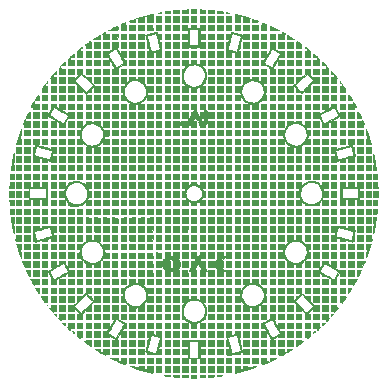
<source format=gbr>
%TF.GenerationSoftware,KiCad,Pcbnew,(5.1.6)-1*%
%TF.CreationDate,2025-07-06T20:15:57+05:30*%
%TF.ProjectId,Project_OAK_WATCH_DIAL_V0,50726f6a-6563-4745-9f4f-414b5f574154,A*%
%TF.SameCoordinates,Original*%
%TF.FileFunction,Copper,L1,Top*%
%TF.FilePolarity,Positive*%
%FSLAX46Y46*%
G04 Gerber Fmt 4.6, Leading zero omitted, Abs format (unit mm)*
G04 Created by KiCad (PCBNEW (5.1.6)-1) date 2025-07-06 20:15:57*
%MOMM*%
%LPD*%
G01*
G04 APERTURE LIST*
%TA.AperFunction,EtchedComponent*%
%ADD10C,0.010000*%
%TD*%
G04 APERTURE END LIST*
D10*
%TO.C,G\u002A\u002A\u002A*%
G36*
X73298764Y-78155499D02*
G01*
X73318298Y-78158081D01*
X73416711Y-78173386D01*
X73474852Y-78186472D01*
X73492284Y-78196948D01*
X73468569Y-78204423D01*
X73403270Y-78208506D01*
X73375308Y-78209014D01*
X73291038Y-78208590D01*
X73240974Y-78203966D01*
X73217071Y-78193578D01*
X73211267Y-78177097D01*
X73217734Y-78157824D01*
X73243645Y-78151203D01*
X73298764Y-78155499D01*
G37*
X73298764Y-78155499D02*
X73318298Y-78158081D01*
X73416711Y-78173386D01*
X73474852Y-78186472D01*
X73492284Y-78196948D01*
X73468569Y-78204423D01*
X73403270Y-78208506D01*
X73375308Y-78209014D01*
X73291038Y-78208590D01*
X73240974Y-78203966D01*
X73217071Y-78193578D01*
X73211267Y-78177097D01*
X73217734Y-78157824D01*
X73243645Y-78151203D01*
X73298764Y-78155499D01*
G36*
X72518058Y-78029488D02*
G01*
X72560343Y-78036739D01*
X72631625Y-78047403D01*
X72718908Y-78059564D01*
X72750892Y-78063827D01*
X72839253Y-78075931D01*
X72893796Y-78086331D01*
X72922678Y-78098801D01*
X72934059Y-78117115D01*
X72936096Y-78145050D01*
X72936100Y-78149519D01*
X72936100Y-78210833D01*
X72470433Y-78210833D01*
X72470433Y-78115180D01*
X72472347Y-78056852D01*
X72481796Y-78030808D01*
X72504340Y-78027041D01*
X72518058Y-78029488D01*
G37*
X72518058Y-78029488D02*
X72560343Y-78036739D01*
X72631625Y-78047403D01*
X72718908Y-78059564D01*
X72750892Y-78063827D01*
X72839253Y-78075931D01*
X72893796Y-78086331D01*
X72922678Y-78098801D01*
X72934059Y-78117115D01*
X72936096Y-78145050D01*
X72936100Y-78149519D01*
X72936100Y-78210833D01*
X72470433Y-78210833D01*
X72470433Y-78115180D01*
X72472347Y-78056852D01*
X72481796Y-78030808D01*
X72504340Y-78027041D01*
X72518058Y-78029488D01*
G36*
X71945306Y-77965638D02*
G01*
X72037328Y-77972848D01*
X72113391Y-77980438D01*
X72163679Y-77987335D01*
X72178139Y-77991080D01*
X72188055Y-78016651D01*
X72194239Y-78070015D01*
X72195267Y-78106249D01*
X72195267Y-78210833D01*
X71729600Y-78210833D01*
X71729600Y-77950781D01*
X71945306Y-77965638D01*
G37*
X71945306Y-77965638D02*
X72037328Y-77972848D01*
X72113391Y-77980438D01*
X72163679Y-77987335D01*
X72178139Y-77991080D01*
X72188055Y-78016651D01*
X72194239Y-78070015D01*
X72195267Y-78106249D01*
X72195267Y-78210833D01*
X71729600Y-78210833D01*
X71729600Y-77950781D01*
X71945306Y-77965638D01*
G36*
X71216308Y-77919075D02*
G01*
X71443850Y-77925083D01*
X71450109Y-78067958D01*
X71456367Y-78210833D01*
X70988767Y-78210833D01*
X70988767Y-77913068D01*
X71216308Y-77919075D01*
G37*
X71216308Y-77919075D02*
X71443850Y-77925083D01*
X71450109Y-78067958D01*
X71456367Y-78210833D01*
X70988767Y-78210833D01*
X70988767Y-77913068D01*
X71216308Y-77919075D01*
G36*
X70713600Y-78210833D02*
G01*
X70247933Y-78210833D01*
X70247933Y-77893333D01*
X70713600Y-77893333D01*
X70713600Y-78210833D01*
G37*
X70713600Y-78210833D02*
X70247933Y-78210833D01*
X70247933Y-77893333D01*
X70713600Y-77893333D01*
X70713600Y-78210833D01*
G36*
X69972767Y-78210833D02*
G01*
X69505166Y-78210833D01*
X69511424Y-78067958D01*
X69517683Y-77925083D01*
X69745225Y-77919075D01*
X69972767Y-77913068D01*
X69972767Y-78210833D01*
G37*
X69972767Y-78210833D02*
X69505166Y-78210833D01*
X69511424Y-78067958D01*
X69517683Y-77925083D01*
X69745225Y-77919075D01*
X69972767Y-77913068D01*
X69972767Y-78210833D01*
G36*
X69231933Y-78210833D02*
G01*
X68766267Y-78210833D01*
X68766267Y-77984030D01*
X68896371Y-77970432D01*
X68988065Y-77962742D01*
X69081661Y-77957812D01*
X69129205Y-77956833D01*
X69231933Y-77956833D01*
X69231933Y-78210833D01*
G37*
X69231933Y-78210833D02*
X68766267Y-78210833D01*
X68766267Y-77984030D01*
X68896371Y-77970432D01*
X68988065Y-77962742D01*
X69081661Y-77957812D01*
X69129205Y-77956833D01*
X69231933Y-77956833D01*
X69231933Y-78210833D01*
G36*
X68491100Y-78210833D02*
G01*
X68025433Y-78210833D01*
X68025433Y-78147333D01*
X68030039Y-78102671D01*
X68041133Y-78083679D01*
X68041308Y-78083673D01*
X68069285Y-78080659D01*
X68125762Y-78072999D01*
X68184183Y-78064478D01*
X68271829Y-78051460D01*
X68358500Y-78038776D01*
X68401142Y-78032637D01*
X68491100Y-78019833D01*
X68491100Y-78210833D01*
G37*
X68491100Y-78210833D02*
X68025433Y-78210833D01*
X68025433Y-78147333D01*
X68030039Y-78102671D01*
X68041133Y-78083679D01*
X68041308Y-78083673D01*
X68069285Y-78080659D01*
X68125762Y-78072999D01*
X68184183Y-78064478D01*
X68271829Y-78051460D01*
X68358500Y-78038776D01*
X68401142Y-78032637D01*
X68491100Y-78019833D01*
X68491100Y-78210833D01*
G36*
X67737240Y-78153317D02*
G01*
X67749484Y-78167640D01*
X67750267Y-78176644D01*
X67744159Y-78193663D01*
X67720558Y-78203773D01*
X67671550Y-78208443D01*
X67589217Y-78209139D01*
X67575642Y-78209014D01*
X67493192Y-78207128D01*
X67449854Y-78203248D01*
X67442432Y-78196815D01*
X67461383Y-78189101D01*
X67517896Y-78175907D01*
X67594217Y-78162565D01*
X67636008Y-78156731D01*
X67702617Y-78150238D01*
X67737240Y-78153317D01*
G37*
X67737240Y-78153317D02*
X67749484Y-78167640D01*
X67750267Y-78176644D01*
X67744159Y-78193663D01*
X67720558Y-78203773D01*
X67671550Y-78208443D01*
X67589217Y-78209139D01*
X67575642Y-78209014D01*
X67493192Y-78207128D01*
X67449854Y-78203248D01*
X67442432Y-78196815D01*
X67461383Y-78189101D01*
X67517896Y-78175907D01*
X67594217Y-78162565D01*
X67636008Y-78156731D01*
X67702617Y-78150238D01*
X67737240Y-78153317D01*
G36*
X75476526Y-78725279D02*
G01*
X75531327Y-78742234D01*
X75604678Y-78766125D01*
X75685896Y-78793378D01*
X75764294Y-78820421D01*
X75829187Y-78843680D01*
X75862392Y-78856420D01*
X75893728Y-78887972D01*
X75899433Y-78911598D01*
X75896222Y-78929166D01*
X75881737Y-78940703D01*
X75848705Y-78947459D01*
X75789851Y-78950686D01*
X75697899Y-78951638D01*
X75666600Y-78951667D01*
X75433767Y-78951667D01*
X75433767Y-78835250D01*
X75436594Y-78771488D01*
X75443888Y-78729203D01*
X75450963Y-78718833D01*
X75476526Y-78725279D01*
G37*
X75476526Y-78725279D02*
X75531327Y-78742234D01*
X75604678Y-78766125D01*
X75685896Y-78793378D01*
X75764294Y-78820421D01*
X75829187Y-78843680D01*
X75862392Y-78856420D01*
X75893728Y-78887972D01*
X75899433Y-78911598D01*
X75896222Y-78929166D01*
X75881737Y-78940703D01*
X75848705Y-78947459D01*
X75789851Y-78950686D01*
X75697899Y-78951638D01*
X75666600Y-78951667D01*
X75433767Y-78951667D01*
X75433767Y-78835250D01*
X75436594Y-78771488D01*
X75443888Y-78729203D01*
X75450963Y-78718833D01*
X75476526Y-78725279D01*
G36*
X74761725Y-78497652D02*
G01*
X74808953Y-78510149D01*
X74885415Y-78532783D01*
X74980202Y-78562243D01*
X75073933Y-78592435D01*
X75173661Y-78625791D01*
X75236493Y-78648828D01*
X75266088Y-78663371D01*
X75266105Y-78671247D01*
X75240201Y-78674284D01*
X75237975Y-78674351D01*
X75158600Y-78676500D01*
X75158600Y-78951667D01*
X74692933Y-78951667D01*
X74692933Y-78482636D01*
X74761725Y-78497652D01*
G37*
X74761725Y-78497652D02*
X74808953Y-78510149D01*
X74885415Y-78532783D01*
X74980202Y-78562243D01*
X75073933Y-78592435D01*
X75173661Y-78625791D01*
X75236493Y-78648828D01*
X75266088Y-78663371D01*
X75266105Y-78671247D01*
X75240201Y-78674284D01*
X75237975Y-78674351D01*
X75158600Y-78676500D01*
X75158600Y-78951667D01*
X74692933Y-78951667D01*
X74692933Y-78482636D01*
X74761725Y-78497652D01*
G36*
X74001406Y-78300555D02*
G01*
X74061495Y-78314275D01*
X74144579Y-78334497D01*
X74242292Y-78359053D01*
X74346264Y-78385778D01*
X74448129Y-78412507D01*
X74539519Y-78437075D01*
X74612065Y-78457315D01*
X74657400Y-78471063D01*
X74668355Y-78475533D01*
X74654828Y-78480946D01*
X74609193Y-78484728D01*
X74548294Y-78486000D01*
X74417767Y-78486000D01*
X74417767Y-78951667D01*
X73952100Y-78951667D01*
X73952100Y-78623583D01*
X73953378Y-78496777D01*
X73957020Y-78397025D01*
X73962734Y-78328967D01*
X73970230Y-78297242D01*
X73972682Y-78295500D01*
X74001406Y-78300555D01*
G37*
X74001406Y-78300555D02*
X74061495Y-78314275D01*
X74144579Y-78334497D01*
X74242292Y-78359053D01*
X74346264Y-78385778D01*
X74448129Y-78412507D01*
X74539519Y-78437075D01*
X74612065Y-78457315D01*
X74657400Y-78471063D01*
X74668355Y-78475533D01*
X74654828Y-78480946D01*
X74609193Y-78484728D01*
X74548294Y-78486000D01*
X74417767Y-78486000D01*
X74417767Y-78951667D01*
X73952100Y-78951667D01*
X73952100Y-78623583D01*
X73953378Y-78496777D01*
X73957020Y-78397025D01*
X73962734Y-78328967D01*
X73970230Y-78297242D01*
X73972682Y-78295500D01*
X74001406Y-78300555D01*
G36*
X73676933Y-78951667D02*
G01*
X73211267Y-78951667D01*
X73211267Y-78464833D01*
X73676933Y-78464833D01*
X73676933Y-78951667D01*
G37*
X73676933Y-78951667D02*
X73211267Y-78951667D01*
X73211267Y-78464833D01*
X73676933Y-78464833D01*
X73676933Y-78951667D01*
G36*
X72936100Y-78951667D02*
G01*
X72470433Y-78951667D01*
X72470433Y-78464833D01*
X72936100Y-78464833D01*
X72936100Y-78951667D01*
G37*
X72936100Y-78951667D02*
X72470433Y-78951667D01*
X72470433Y-78464833D01*
X72936100Y-78464833D01*
X72936100Y-78951667D01*
G36*
X72195267Y-78951667D02*
G01*
X71729600Y-78951667D01*
X71729600Y-78464833D01*
X72195267Y-78464833D01*
X72195267Y-78951667D01*
G37*
X72195267Y-78951667D02*
X71729600Y-78951667D01*
X71729600Y-78464833D01*
X72195267Y-78464833D01*
X72195267Y-78951667D01*
G36*
X71454433Y-78951667D02*
G01*
X70988767Y-78951667D01*
X70988767Y-78464833D01*
X71454433Y-78464833D01*
X71454433Y-78951667D01*
G37*
X71454433Y-78951667D02*
X70988767Y-78951667D01*
X70988767Y-78464833D01*
X71454433Y-78464833D01*
X71454433Y-78951667D01*
G36*
X70713600Y-78951667D02*
G01*
X70247933Y-78951667D01*
X70247933Y-78464833D01*
X70713600Y-78464833D01*
X70713600Y-78951667D01*
G37*
X70713600Y-78951667D02*
X70247933Y-78951667D01*
X70247933Y-78464833D01*
X70713600Y-78464833D01*
X70713600Y-78951667D01*
G36*
X69972767Y-78951667D02*
G01*
X69507100Y-78951667D01*
X69507100Y-78464833D01*
X69972767Y-78464833D01*
X69972767Y-78951667D01*
G37*
X69972767Y-78951667D02*
X69507100Y-78951667D01*
X69507100Y-78464833D01*
X69972767Y-78464833D01*
X69972767Y-78951667D01*
G36*
X69231933Y-78951667D02*
G01*
X68766267Y-78951667D01*
X68766267Y-78464833D01*
X69231933Y-78464833D01*
X69231933Y-78951667D01*
G37*
X69231933Y-78951667D02*
X68766267Y-78951667D01*
X68766267Y-78464833D01*
X69231933Y-78464833D01*
X69231933Y-78951667D01*
G36*
X68480517Y-78475417D02*
G01*
X68486501Y-78713542D01*
X68492486Y-78951667D01*
X68025433Y-78951667D01*
X68025433Y-78463401D01*
X68480517Y-78475417D01*
G37*
X68480517Y-78475417D02*
X68486501Y-78713542D01*
X68492486Y-78951667D01*
X68025433Y-78951667D01*
X68025433Y-78463401D01*
X68480517Y-78475417D01*
G36*
X67512142Y-78469409D02*
G01*
X67739683Y-78475417D01*
X67751653Y-78951667D01*
X67284600Y-78951667D01*
X67284600Y-78463401D01*
X67512142Y-78469409D01*
G37*
X67512142Y-78469409D02*
X67739683Y-78475417D01*
X67751653Y-78951667D01*
X67284600Y-78951667D01*
X67284600Y-78463401D01*
X67512142Y-78469409D01*
G36*
X67009433Y-78953053D02*
G01*
X66533183Y-78941083D01*
X66527175Y-78713542D01*
X66521168Y-78486000D01*
X66268600Y-78486000D01*
X66268600Y-78951667D01*
X66039294Y-78951667D01*
X65944683Y-78950436D01*
X65866297Y-78947106D01*
X65813465Y-78942216D01*
X65795878Y-78937555D01*
X65788258Y-78910257D01*
X65783135Y-78854220D01*
X65781767Y-78799972D01*
X65781767Y-78676500D01*
X65702392Y-78674953D01*
X65623017Y-78673407D01*
X65739433Y-78631398D01*
X65799321Y-78611680D01*
X65890824Y-78583922D01*
X66006591Y-78550144D01*
X66139274Y-78512371D01*
X66281524Y-78472623D01*
X66425991Y-78432924D01*
X66565326Y-78395295D01*
X66692180Y-78361760D01*
X66799203Y-78334340D01*
X66879047Y-78315058D01*
X66919475Y-78306672D01*
X67009433Y-78291779D01*
X67009433Y-78953053D01*
G37*
X67009433Y-78953053D02*
X66533183Y-78941083D01*
X66527175Y-78713542D01*
X66521168Y-78486000D01*
X66268600Y-78486000D01*
X66268600Y-78951667D01*
X66039294Y-78951667D01*
X65944683Y-78950436D01*
X65866297Y-78947106D01*
X65813465Y-78942216D01*
X65795878Y-78937555D01*
X65788258Y-78910257D01*
X65783135Y-78854220D01*
X65781767Y-78799972D01*
X65781767Y-78676500D01*
X65702392Y-78674953D01*
X65623017Y-78673407D01*
X65739433Y-78631398D01*
X65799321Y-78611680D01*
X65890824Y-78583922D01*
X66006591Y-78550144D01*
X66139274Y-78512371D01*
X66281524Y-78472623D01*
X66425991Y-78432924D01*
X66565326Y-78395295D01*
X66692180Y-78361760D01*
X66799203Y-78334340D01*
X66879047Y-78315058D01*
X66919475Y-78306672D01*
X67009433Y-78291779D01*
X67009433Y-78953053D01*
G36*
X65523496Y-78820568D02*
G01*
X65517183Y-78941083D01*
X65289253Y-78947095D01*
X65186438Y-78948957D01*
X65118322Y-78947476D01*
X65077342Y-78941753D01*
X65055935Y-78930892D01*
X65048044Y-78918500D01*
X65043607Y-78897640D01*
X65051836Y-78879309D01*
X65078381Y-78860401D01*
X65128891Y-78837805D01*
X65209016Y-78808415D01*
X65311829Y-78773344D01*
X65529808Y-78700053D01*
X65523496Y-78820568D01*
G37*
X65523496Y-78820568D02*
X65517183Y-78941083D01*
X65289253Y-78947095D01*
X65186438Y-78948957D01*
X65118322Y-78947476D01*
X65077342Y-78941753D01*
X65055935Y-78930892D01*
X65048044Y-78918500D01*
X65043607Y-78897640D01*
X65051836Y-78879309D01*
X65078381Y-78860401D01*
X65128891Y-78837805D01*
X65209016Y-78808415D01*
X65311829Y-78773344D01*
X65529808Y-78700053D01*
X65523496Y-78820568D01*
G36*
X77688017Y-79663679D02*
G01*
X77715867Y-79678703D01*
X77719767Y-79684181D01*
X77702482Y-79691580D01*
X77688017Y-79692500D01*
X77659843Y-79681423D01*
X77656267Y-79671997D01*
X77671782Y-79660351D01*
X77688017Y-79663679D01*
G37*
X77688017Y-79663679D02*
X77715867Y-79678703D01*
X77719767Y-79684181D01*
X77702482Y-79691580D01*
X77688017Y-79692500D01*
X77659843Y-79681423D01*
X77656267Y-79671997D01*
X77671782Y-79660351D01*
X77688017Y-79663679D01*
G36*
X77026558Y-79340344D02*
G01*
X77088668Y-79369225D01*
X77176923Y-79411868D01*
X77279829Y-79462652D01*
X77385895Y-79515956D01*
X77391683Y-79518896D01*
X77645683Y-79647971D01*
X77513392Y-79649069D01*
X77444289Y-79652732D01*
X77396591Y-79661219D01*
X77381100Y-79671333D01*
X77360860Y-79680884D01*
X77303747Y-79687873D01*
X77215169Y-79691808D01*
X77148267Y-79692500D01*
X76915433Y-79692500D01*
X76915433Y-79290867D01*
X77026558Y-79340344D01*
G37*
X77026558Y-79340344D02*
X77088668Y-79369225D01*
X77176923Y-79411868D01*
X77279829Y-79462652D01*
X77385895Y-79515956D01*
X77391683Y-79518896D01*
X77645683Y-79647971D01*
X77513392Y-79649069D01*
X77444289Y-79652732D01*
X77396591Y-79661219D01*
X77381100Y-79671333D01*
X77360860Y-79680884D01*
X77303747Y-79687873D01*
X77215169Y-79691808D01*
X77148267Y-79692500D01*
X76915433Y-79692500D01*
X76915433Y-79290867D01*
X77026558Y-79340344D01*
G36*
X76320636Y-79031142D02*
G01*
X76381804Y-79054623D01*
X76474093Y-79095093D01*
X76497392Y-79105459D01*
X76640267Y-79169001D01*
X76640267Y-79692500D01*
X76174600Y-79692500D01*
X76174600Y-79449083D01*
X76175049Y-79344497D01*
X76177226Y-79275079D01*
X76182377Y-79233668D01*
X76191748Y-79213101D01*
X76206583Y-79206217D01*
X76216933Y-79205667D01*
X76243236Y-79199534D01*
X76255772Y-79173986D01*
X76259237Y-79118299D01*
X76259267Y-79108990D01*
X76259904Y-79063572D01*
X76266082Y-79035521D01*
X76284194Y-79024743D01*
X76320636Y-79031142D01*
G37*
X76320636Y-79031142D02*
X76381804Y-79054623D01*
X76474093Y-79095093D01*
X76497392Y-79105459D01*
X76640267Y-79169001D01*
X76640267Y-79692500D01*
X76174600Y-79692500D01*
X76174600Y-79449083D01*
X76175049Y-79344497D01*
X76177226Y-79275079D01*
X76182377Y-79233668D01*
X76191748Y-79213101D01*
X76206583Y-79206217D01*
X76216933Y-79205667D01*
X76243236Y-79199534D01*
X76255772Y-79173986D01*
X76259237Y-79118299D01*
X76259267Y-79108990D01*
X76259904Y-79063572D01*
X76266082Y-79035521D01*
X76284194Y-79024743D01*
X76320636Y-79031142D01*
G36*
X75899433Y-79692500D02*
G01*
X75433767Y-79692500D01*
X75433767Y-79205667D01*
X75899433Y-79205667D01*
X75899433Y-79692500D01*
G37*
X75899433Y-79692500D02*
X75433767Y-79692500D01*
X75433767Y-79205667D01*
X75899433Y-79205667D01*
X75899433Y-79692500D01*
G36*
X75158600Y-79692500D02*
G01*
X74692933Y-79692500D01*
X74692933Y-79205667D01*
X75158600Y-79205667D01*
X75158600Y-79692500D01*
G37*
X75158600Y-79692500D02*
X74692933Y-79692500D01*
X74692933Y-79205667D01*
X75158600Y-79205667D01*
X75158600Y-79692500D01*
G36*
X74417767Y-79692500D02*
G01*
X73952100Y-79692500D01*
X73952100Y-79205667D01*
X74417767Y-79205667D01*
X74417767Y-79692500D01*
G37*
X74417767Y-79692500D02*
X73952100Y-79692500D01*
X73952100Y-79205667D01*
X74417767Y-79205667D01*
X74417767Y-79692500D01*
G36*
X73676933Y-79692500D02*
G01*
X73211267Y-79692500D01*
X73211267Y-79205667D01*
X73676933Y-79205667D01*
X73676933Y-79692500D01*
G37*
X73676933Y-79692500D02*
X73211267Y-79692500D01*
X73211267Y-79205667D01*
X73676933Y-79205667D01*
X73676933Y-79692500D01*
G36*
X72936100Y-79692500D02*
G01*
X72470433Y-79692500D01*
X72470433Y-79205667D01*
X72936100Y-79205667D01*
X72936100Y-79692500D01*
G37*
X72936100Y-79692500D02*
X72470433Y-79692500D01*
X72470433Y-79205667D01*
X72936100Y-79205667D01*
X72936100Y-79692500D01*
G36*
X72195267Y-79692500D02*
G01*
X71729600Y-79692500D01*
X71729600Y-79205667D01*
X72195267Y-79205667D01*
X72195267Y-79692500D01*
G37*
X72195267Y-79692500D02*
X71729600Y-79692500D01*
X71729600Y-79205667D01*
X72195267Y-79205667D01*
X72195267Y-79692500D01*
G36*
X69734642Y-79210242D02*
G01*
X69962183Y-79216250D01*
X69974153Y-79692500D01*
X69507100Y-79692500D01*
X69507100Y-79204234D01*
X69734642Y-79210242D01*
G37*
X69734642Y-79210242D02*
X69962183Y-79216250D01*
X69974153Y-79692500D01*
X69507100Y-79692500D01*
X69507100Y-79204234D01*
X69734642Y-79210242D01*
G36*
X68993808Y-79210242D02*
G01*
X69221350Y-79216250D01*
X69233320Y-79692500D01*
X68766267Y-79692500D01*
X68766267Y-79204234D01*
X68993808Y-79210242D01*
G37*
X68993808Y-79210242D02*
X69221350Y-79216250D01*
X69233320Y-79692500D01*
X68766267Y-79692500D01*
X68766267Y-79204234D01*
X68993808Y-79210242D01*
G36*
X68480517Y-79216250D02*
G01*
X68486501Y-79454375D01*
X68492486Y-79692500D01*
X68025433Y-79692500D01*
X68025433Y-79204234D01*
X68480517Y-79216250D01*
G37*
X68480517Y-79216250D02*
X68486501Y-79454375D01*
X68492486Y-79692500D01*
X68025433Y-79692500D01*
X68025433Y-79204234D01*
X68480517Y-79216250D01*
G36*
X67512142Y-79210242D02*
G01*
X67739683Y-79216250D01*
X67751653Y-79692500D01*
X67284600Y-79692500D01*
X67284600Y-79204234D01*
X67512142Y-79210242D01*
G37*
X67512142Y-79210242D02*
X67739683Y-79216250D01*
X67751653Y-79692500D01*
X67284600Y-79692500D01*
X67284600Y-79204234D01*
X67512142Y-79210242D01*
G36*
X67010820Y-79692500D02*
G01*
X66776629Y-79692500D01*
X66665651Y-79691055D01*
X66591466Y-79686306D01*
X66548620Y-79677629D01*
X66531707Y-79664535D01*
X66527714Y-79632372D01*
X66525689Y-79568559D01*
X66525838Y-79483740D01*
X66527079Y-79426410D01*
X66533183Y-79216250D01*
X66998850Y-79216250D01*
X67010820Y-79692500D01*
G37*
X67010820Y-79692500D02*
X66776629Y-79692500D01*
X66665651Y-79691055D01*
X66591466Y-79686306D01*
X66548620Y-79677629D01*
X66531707Y-79664535D01*
X66527714Y-79632372D01*
X66525689Y-79568559D01*
X66525838Y-79483740D01*
X66527079Y-79426410D01*
X66533183Y-79216250D01*
X66998850Y-79216250D01*
X67010820Y-79692500D01*
G36*
X66264001Y-79454375D02*
G01*
X66269986Y-79692500D01*
X66035795Y-79692500D01*
X65924817Y-79691055D01*
X65850633Y-79686306D01*
X65807786Y-79677629D01*
X65790873Y-79664535D01*
X65786881Y-79632372D01*
X65784855Y-79568559D01*
X65785004Y-79483740D01*
X65786246Y-79426410D01*
X65792350Y-79216250D01*
X66258017Y-79216250D01*
X66264001Y-79454375D01*
G37*
X66264001Y-79454375D02*
X66269986Y-79692500D01*
X66035795Y-79692500D01*
X65924817Y-79691055D01*
X65850633Y-79686306D01*
X65807786Y-79677629D01*
X65790873Y-79664535D01*
X65786881Y-79632372D01*
X65784855Y-79568559D01*
X65785004Y-79483740D01*
X65786246Y-79426410D01*
X65792350Y-79216250D01*
X66258017Y-79216250D01*
X66264001Y-79454375D01*
G36*
X65529153Y-79692500D02*
G01*
X65294962Y-79692500D01*
X65183984Y-79691055D01*
X65109799Y-79686306D01*
X65066953Y-79677629D01*
X65050040Y-79664535D01*
X65046047Y-79632372D01*
X65044022Y-79568559D01*
X65044171Y-79483740D01*
X65045413Y-79426410D01*
X65051517Y-79216250D01*
X65517183Y-79216250D01*
X65529153Y-79692500D01*
G37*
X65529153Y-79692500D02*
X65294962Y-79692500D01*
X65183984Y-79691055D01*
X65109799Y-79686306D01*
X65066953Y-79677629D01*
X65050040Y-79664535D01*
X65046047Y-79632372D01*
X65044022Y-79568559D01*
X65044171Y-79483740D01*
X65045413Y-79426410D01*
X65051517Y-79216250D01*
X65517183Y-79216250D01*
X65529153Y-79692500D01*
G36*
X64694704Y-79034059D02*
G01*
X64701487Y-79081726D01*
X64702267Y-79107948D01*
X64706094Y-79168912D01*
X64720914Y-79200064D01*
X64745334Y-79211992D01*
X64764249Y-79219654D01*
X64776312Y-79235928D01*
X64782719Y-79268580D01*
X64784665Y-79325378D01*
X64783347Y-79414087D01*
X64782376Y-79452585D01*
X64776350Y-79681917D01*
X64553009Y-79687882D01*
X64459619Y-79689018D01*
X64382424Y-79687410D01*
X64330922Y-79683409D01*
X64314884Y-79679062D01*
X64309082Y-79653218D01*
X64304349Y-79593985D01*
X64301189Y-79510304D01*
X64300100Y-79415922D01*
X64300100Y-79167567D01*
X64482132Y-79091367D01*
X64563677Y-79058040D01*
X64630794Y-79032111D01*
X64673738Y-79017274D01*
X64683216Y-79015167D01*
X64694704Y-79034059D01*
G37*
X64694704Y-79034059D02*
X64701487Y-79081726D01*
X64702267Y-79107948D01*
X64706094Y-79168912D01*
X64720914Y-79200064D01*
X64745334Y-79211992D01*
X64764249Y-79219654D01*
X64776312Y-79235928D01*
X64782719Y-79268580D01*
X64784665Y-79325378D01*
X64783347Y-79414087D01*
X64782376Y-79452585D01*
X64776350Y-79681917D01*
X64553009Y-79687882D01*
X64459619Y-79689018D01*
X64382424Y-79687410D01*
X64330922Y-79683409D01*
X64314884Y-79679062D01*
X64309082Y-79653218D01*
X64304349Y-79593985D01*
X64301189Y-79510304D01*
X64300100Y-79415922D01*
X64300100Y-79167567D01*
X64482132Y-79091367D01*
X64563677Y-79058040D01*
X64630794Y-79032111D01*
X64673738Y-79017274D01*
X64683216Y-79015167D01*
X64694704Y-79034059D01*
G36*
X64036863Y-79309922D02*
G01*
X64041360Y-79362489D01*
X64042537Y-79438735D01*
X64041602Y-79486125D01*
X64035517Y-79681917D01*
X63815103Y-79687987D01*
X63710183Y-79688714D01*
X63630156Y-79684870D01*
X63582080Y-79676915D01*
X63572745Y-79672112D01*
X63540075Y-79659595D01*
X63482294Y-79652471D01*
X63414147Y-79650780D01*
X63350379Y-79654565D01*
X63305734Y-79663866D01*
X63294683Y-79671333D01*
X63264600Y-79689083D01*
X63245809Y-79690954D01*
X63253051Y-79681658D01*
X63293440Y-79656520D01*
X63362067Y-79618244D01*
X63454025Y-79569533D01*
X63564405Y-79513092D01*
X63610780Y-79489871D01*
X63730673Y-79430585D01*
X63837964Y-79378306D01*
X63926819Y-79335813D01*
X63991404Y-79305885D01*
X64025882Y-79291304D01*
X64029616Y-79290333D01*
X64036863Y-79309922D01*
G37*
X64036863Y-79309922D02*
X64041360Y-79362489D01*
X64042537Y-79438735D01*
X64041602Y-79486125D01*
X64035517Y-79681917D01*
X63815103Y-79687987D01*
X63710183Y-79688714D01*
X63630156Y-79684870D01*
X63582080Y-79676915D01*
X63572745Y-79672112D01*
X63540075Y-79659595D01*
X63482294Y-79652471D01*
X63414147Y-79650780D01*
X63350379Y-79654565D01*
X63305734Y-79663866D01*
X63294683Y-79671333D01*
X63264600Y-79689083D01*
X63245809Y-79690954D01*
X63253051Y-79681658D01*
X63293440Y-79656520D01*
X63362067Y-79618244D01*
X63454025Y-79569533D01*
X63564405Y-79513092D01*
X63610780Y-79489871D01*
X63730673Y-79430585D01*
X63837964Y-79378306D01*
X63926819Y-79335813D01*
X63991404Y-79305885D01*
X64025882Y-79291304D01*
X64029616Y-79290333D01*
X64036863Y-79309922D01*
G36*
X78427709Y-80080717D02*
G01*
X78456746Y-80096093D01*
X78511235Y-80128426D01*
X78583592Y-80172892D01*
X78666235Y-80224667D01*
X78751583Y-80278927D01*
X78832053Y-80330847D01*
X78900063Y-80375604D01*
X78948031Y-80408372D01*
X78968374Y-80424328D01*
X78968600Y-80424858D01*
X78948719Y-80427956D01*
X78894218Y-80430546D01*
X78812810Y-80432400D01*
X78712206Y-80433288D01*
X78682850Y-80433333D01*
X78397100Y-80433333D01*
X78397100Y-80251152D01*
X78398249Y-80162077D01*
X78402519Y-80108425D01*
X78411143Y-80083326D01*
X78425354Y-80079913D01*
X78427709Y-80080717D01*
G37*
X78427709Y-80080717D02*
X78456746Y-80096093D01*
X78511235Y-80128426D01*
X78583592Y-80172892D01*
X78666235Y-80224667D01*
X78751583Y-80278927D01*
X78832053Y-80330847D01*
X78900063Y-80375604D01*
X78948031Y-80408372D01*
X78968374Y-80424328D01*
X78968600Y-80424858D01*
X78948719Y-80427956D01*
X78894218Y-80430546D01*
X78812810Y-80432400D01*
X78712206Y-80433288D01*
X78682850Y-80433333D01*
X78397100Y-80433333D01*
X78397100Y-80251152D01*
X78398249Y-80162077D01*
X78402519Y-80108425D01*
X78411143Y-80083326D01*
X78425354Y-80079913D01*
X78427709Y-80080717D01*
G36*
X78118423Y-79901087D02*
G01*
X78186126Y-79940666D01*
X78220924Y-79964225D01*
X78226765Y-79976577D01*
X78207599Y-79982530D01*
X78187215Y-79984883D01*
X78121933Y-79991515D01*
X78121933Y-80433333D01*
X77656267Y-80433333D01*
X77656267Y-79967667D01*
X77971211Y-79967667D01*
X77977780Y-79895795D01*
X77984350Y-79823924D01*
X78118423Y-79901087D01*
G37*
X78118423Y-79901087D02*
X78186126Y-79940666D01*
X78220924Y-79964225D01*
X78226765Y-79976577D01*
X78207599Y-79982530D01*
X78187215Y-79984883D01*
X78121933Y-79991515D01*
X78121933Y-80433333D01*
X77656267Y-80433333D01*
X77656267Y-79967667D01*
X77971211Y-79967667D01*
X77977780Y-79895795D01*
X77984350Y-79823924D01*
X78118423Y-79901087D01*
G36*
X77381100Y-80433333D02*
G01*
X76915433Y-80433333D01*
X76915433Y-79967667D01*
X77381100Y-79967667D01*
X77381100Y-80433333D01*
G37*
X77381100Y-80433333D02*
X76915433Y-80433333D01*
X76915433Y-79967667D01*
X77381100Y-79967667D01*
X77381100Y-80433333D01*
G36*
X76640267Y-80433333D02*
G01*
X76174600Y-80433333D01*
X76174600Y-79967667D01*
X76640267Y-79967667D01*
X76640267Y-80433333D01*
G37*
X76640267Y-80433333D02*
X76174600Y-80433333D01*
X76174600Y-79967667D01*
X76640267Y-79967667D01*
X76640267Y-80433333D01*
G36*
X75899433Y-80433333D02*
G01*
X75433767Y-80433333D01*
X75433767Y-79967667D01*
X75899433Y-79967667D01*
X75899433Y-80433333D01*
G37*
X75899433Y-80433333D02*
X75433767Y-80433333D01*
X75433767Y-79967667D01*
X75899433Y-79967667D01*
X75899433Y-80433333D01*
G36*
X75158600Y-80433333D02*
G01*
X74692933Y-80433333D01*
X74692933Y-79967667D01*
X75158600Y-79967667D01*
X75158600Y-80433333D01*
G37*
X75158600Y-80433333D02*
X74692933Y-80433333D01*
X74692933Y-79967667D01*
X75158600Y-79967667D01*
X75158600Y-80433333D01*
G36*
X72936100Y-80433333D02*
G01*
X72470433Y-80433333D01*
X72470433Y-79967667D01*
X72936100Y-79967667D01*
X72936100Y-80433333D01*
G37*
X72936100Y-80433333D02*
X72470433Y-80433333D01*
X72470433Y-79967667D01*
X72936100Y-79967667D01*
X72936100Y-80433333D01*
G36*
X72195267Y-80433333D02*
G01*
X71729600Y-80433333D01*
X71729600Y-79967667D01*
X72195267Y-79967667D01*
X72195267Y-80433333D01*
G37*
X72195267Y-80433333D02*
X71729600Y-80433333D01*
X71729600Y-79967667D01*
X72195267Y-79967667D01*
X72195267Y-80433333D01*
G36*
X69972767Y-80433333D02*
G01*
X69507100Y-80433333D01*
X69507100Y-79967667D01*
X69972767Y-79967667D01*
X69972767Y-80433333D01*
G37*
X69972767Y-80433333D02*
X69507100Y-80433333D01*
X69507100Y-79967667D01*
X69972767Y-79967667D01*
X69972767Y-80433333D01*
G36*
X69231933Y-80433333D02*
G01*
X68766267Y-80433333D01*
X68766267Y-79967667D01*
X69231933Y-79967667D01*
X69231933Y-80433333D01*
G37*
X69231933Y-80433333D02*
X68766267Y-80433333D01*
X68766267Y-79967667D01*
X69231933Y-79967667D01*
X69231933Y-80433333D01*
G36*
X68491100Y-80433333D02*
G01*
X68025433Y-80433333D01*
X68025433Y-79967667D01*
X68491100Y-79967667D01*
X68491100Y-80433333D01*
G37*
X68491100Y-80433333D02*
X68025433Y-80433333D01*
X68025433Y-79967667D01*
X68491100Y-79967667D01*
X68491100Y-80433333D01*
G36*
X66268600Y-80433333D02*
G01*
X66039294Y-80433333D01*
X65944683Y-80432103D01*
X65866297Y-80428772D01*
X65813465Y-80423882D01*
X65795878Y-80419222D01*
X65790004Y-80393377D01*
X65785326Y-80334791D01*
X65782427Y-80253053D01*
X65781767Y-80186389D01*
X65781767Y-79967667D01*
X66268600Y-79967667D01*
X66268600Y-80433333D01*
G37*
X66268600Y-80433333D02*
X66039294Y-80433333D01*
X65944683Y-80432103D01*
X65866297Y-80428772D01*
X65813465Y-80423882D01*
X65795878Y-80419222D01*
X65790004Y-80393377D01*
X65785326Y-80334791D01*
X65782427Y-80253053D01*
X65781767Y-80186389D01*
X65781767Y-79967667D01*
X66268600Y-79967667D01*
X66268600Y-80433333D01*
G36*
X65527767Y-80433333D02*
G01*
X65298461Y-80433333D01*
X65203850Y-80432103D01*
X65125464Y-80428772D01*
X65072631Y-80423882D01*
X65055044Y-80419222D01*
X65049170Y-80393377D01*
X65044493Y-80334791D01*
X65041594Y-80253053D01*
X65040933Y-80186389D01*
X65040933Y-79967667D01*
X65527767Y-79967667D01*
X65527767Y-80433333D01*
G37*
X65527767Y-80433333D02*
X65298461Y-80433333D01*
X65203850Y-80432103D01*
X65125464Y-80428772D01*
X65072631Y-80423882D01*
X65055044Y-80419222D01*
X65049170Y-80393377D01*
X65044493Y-80334791D01*
X65041594Y-80253053D01*
X65040933Y-80186389D01*
X65040933Y-79967667D01*
X65527767Y-79967667D01*
X65527767Y-80433333D01*
G36*
X64786933Y-80433333D02*
G01*
X64557628Y-80433333D01*
X64463017Y-80432103D01*
X64384630Y-80428772D01*
X64331798Y-80423882D01*
X64314211Y-80419222D01*
X64308337Y-80393377D01*
X64303660Y-80334791D01*
X64300760Y-80253053D01*
X64300100Y-80186389D01*
X64300100Y-79967667D01*
X64786933Y-79967667D01*
X64786933Y-80433333D01*
G37*
X64786933Y-80433333D02*
X64557628Y-80433333D01*
X64463017Y-80432103D01*
X64384630Y-80428772D01*
X64331798Y-80423882D01*
X64314211Y-80419222D01*
X64308337Y-80393377D01*
X64303660Y-80334791D01*
X64300760Y-80253053D01*
X64300100Y-80186389D01*
X64300100Y-79967667D01*
X64786933Y-79967667D01*
X64786933Y-80433333D01*
G36*
X64041524Y-80195208D02*
G01*
X64035517Y-80422750D01*
X63559267Y-80434720D01*
X63559267Y-79967667D01*
X64047532Y-79967667D01*
X64041524Y-80195208D01*
G37*
X64041524Y-80195208D02*
X64035517Y-80422750D01*
X63559267Y-80434720D01*
X63559267Y-79967667D01*
X64047532Y-79967667D01*
X64041524Y-80195208D01*
G36*
X62966600Y-79890452D02*
G01*
X62977183Y-79957083D01*
X63141932Y-79963278D01*
X63306680Y-79969473D01*
X63300682Y-80196111D01*
X63294683Y-80422750D01*
X62818433Y-80434720D01*
X62818433Y-79991515D01*
X62753151Y-79984883D01*
X62721606Y-79980418D01*
X62712830Y-79972271D01*
X62730773Y-79955631D01*
X62779383Y-79925683D01*
X62821943Y-79901035D01*
X62956017Y-79823820D01*
X62966600Y-79890452D01*
G37*
X62966600Y-79890452D02*
X62977183Y-79957083D01*
X63141932Y-79963278D01*
X63306680Y-79969473D01*
X63300682Y-80196111D01*
X63294683Y-80422750D01*
X62818433Y-80434720D01*
X62818433Y-79991515D01*
X62753151Y-79984883D01*
X62721606Y-79980418D01*
X62712830Y-79972271D01*
X62730773Y-79955631D01*
X62779383Y-79925683D01*
X62821943Y-79901035D01*
X62956017Y-79823820D01*
X62966600Y-79890452D01*
G36*
X62560093Y-80212936D02*
G01*
X62561747Y-80294940D01*
X62560415Y-80362133D01*
X62556400Y-80401870D01*
X62555466Y-80405004D01*
X62540694Y-80416991D01*
X62503502Y-80425298D01*
X62438466Y-80430434D01*
X62340159Y-80432910D01*
X62253947Y-80433333D01*
X62138116Y-80432025D01*
X62051483Y-80428301D01*
X61998276Y-80422465D01*
X61982723Y-80414819D01*
X61983408Y-80413960D01*
X62007612Y-80396424D01*
X62060999Y-80360926D01*
X62136805Y-80311867D01*
X62228268Y-80253645D01*
X62278683Y-80221892D01*
X62553850Y-80049197D01*
X62560093Y-80212936D01*
G37*
X62560093Y-80212936D02*
X62561747Y-80294940D01*
X62560415Y-80362133D01*
X62556400Y-80401870D01*
X62555466Y-80405004D01*
X62540694Y-80416991D01*
X62503502Y-80425298D01*
X62438466Y-80430434D01*
X62340159Y-80432910D01*
X62253947Y-80433333D01*
X62138116Y-80432025D01*
X62051483Y-80428301D01*
X61998276Y-80422465D01*
X61982723Y-80414819D01*
X61983408Y-80413960D01*
X62007612Y-80396424D01*
X62060999Y-80360926D01*
X62136805Y-80311867D01*
X62228268Y-80253645D01*
X62278683Y-80221892D01*
X62553850Y-80049197D01*
X62560093Y-80212936D01*
G36*
X79917549Y-81087599D02*
G01*
X79964513Y-81121791D01*
X79983641Y-81141261D01*
X79996940Y-81163898D01*
X79980035Y-81172866D01*
X79944858Y-81174167D01*
X79898333Y-81169028D01*
X79880756Y-81146665D01*
X79878767Y-81120505D01*
X79883342Y-81083499D01*
X79903095Y-81080707D01*
X79917549Y-81087599D01*
G37*
X79917549Y-81087599D02*
X79964513Y-81121791D01*
X79983641Y-81141261D01*
X79996940Y-81163898D01*
X79980035Y-81172866D01*
X79944858Y-81174167D01*
X79898333Y-81169028D01*
X79880756Y-81146665D01*
X79878767Y-81120505D01*
X79883342Y-81083499D01*
X79903095Y-81080707D01*
X79917549Y-81087599D01*
G36*
X79255485Y-80612234D02*
G01*
X79296780Y-80636643D01*
X79363064Y-80681578D01*
X79418392Y-80720209D01*
X79614183Y-80857394D01*
X79607219Y-81015780D01*
X79600255Y-81174167D01*
X79137933Y-81174167D01*
X79137933Y-80943802D01*
X79138516Y-80842046D01*
X79141167Y-80774896D01*
X79147239Y-80734630D01*
X79158088Y-80713524D01*
X79175067Y-80703859D01*
X79180267Y-80702367D01*
X79215482Y-80674526D01*
X79222600Y-80637160D01*
X79224289Y-80614992D01*
X79233286Y-80605850D01*
X79255485Y-80612234D01*
G37*
X79255485Y-80612234D02*
X79296780Y-80636643D01*
X79363064Y-80681578D01*
X79418392Y-80720209D01*
X79614183Y-80857394D01*
X79607219Y-81015780D01*
X79600255Y-81174167D01*
X79137933Y-81174167D01*
X79137933Y-80943802D01*
X79138516Y-80842046D01*
X79141167Y-80774896D01*
X79147239Y-80734630D01*
X79158088Y-80713524D01*
X79175067Y-80703859D01*
X79180267Y-80702367D01*
X79215482Y-80674526D01*
X79222600Y-80637160D01*
X79224289Y-80614992D01*
X79233286Y-80605850D01*
X79255485Y-80612234D01*
G36*
X78862767Y-81174167D02*
G01*
X78397100Y-81174167D01*
X78397100Y-80708500D01*
X78862767Y-80708500D01*
X78862767Y-81174167D01*
G37*
X78862767Y-81174167D02*
X78397100Y-81174167D01*
X78397100Y-80708500D01*
X78862767Y-80708500D01*
X78862767Y-81174167D01*
G36*
X78121933Y-81174167D02*
G01*
X77656267Y-81174167D01*
X77656267Y-80708500D01*
X78121933Y-80708500D01*
X78121933Y-81174167D01*
G37*
X78121933Y-81174167D02*
X77656267Y-81174167D01*
X77656267Y-80708500D01*
X78121933Y-80708500D01*
X78121933Y-81174167D01*
G36*
X76640267Y-81174167D02*
G01*
X76174600Y-81174167D01*
X76174600Y-80708500D01*
X76640267Y-80708500D01*
X76640267Y-81174167D01*
G37*
X76640267Y-81174167D02*
X76174600Y-81174167D01*
X76174600Y-80708500D01*
X76640267Y-80708500D01*
X76640267Y-81174167D01*
G36*
X75899433Y-81174167D02*
G01*
X75433767Y-81174167D01*
X75433767Y-80708500D01*
X75899433Y-80708500D01*
X75899433Y-81174167D01*
G37*
X75899433Y-81174167D02*
X75433767Y-81174167D01*
X75433767Y-80708500D01*
X75899433Y-80708500D01*
X75899433Y-81174167D01*
G36*
X75158600Y-81174167D02*
G01*
X74692933Y-81174167D01*
X74692933Y-80708500D01*
X75158600Y-80708500D01*
X75158600Y-81174167D01*
G37*
X75158600Y-81174167D02*
X74692933Y-81174167D01*
X74692933Y-80708500D01*
X75158600Y-80708500D01*
X75158600Y-81174167D01*
G36*
X72936100Y-81174167D02*
G01*
X72470433Y-81174167D01*
X72470433Y-80708500D01*
X72936100Y-80708500D01*
X72936100Y-81174167D01*
G37*
X72936100Y-81174167D02*
X72470433Y-81174167D01*
X72470433Y-80708500D01*
X72936100Y-80708500D01*
X72936100Y-81174167D01*
G36*
X72195267Y-81174167D02*
G01*
X71729600Y-81174167D01*
X71729600Y-80708500D01*
X72195267Y-80708500D01*
X72195267Y-81174167D01*
G37*
X72195267Y-81174167D02*
X71729600Y-81174167D01*
X71729600Y-80708500D01*
X72195267Y-80708500D01*
X72195267Y-81174167D01*
G36*
X70713600Y-79502000D02*
G01*
X70988767Y-79502000D01*
X70988767Y-79205667D01*
X71454433Y-79205667D01*
X71454433Y-79692500D01*
X70986746Y-79692500D01*
X70993048Y-79824792D01*
X70999350Y-79957083D01*
X71226892Y-79963091D01*
X71454433Y-79969099D01*
X71454433Y-80433333D01*
X70986746Y-80433333D01*
X70999350Y-80697917D01*
X71226892Y-80703924D01*
X71454433Y-80709932D01*
X71454433Y-81174167D01*
X70991578Y-81174167D01*
X70984881Y-81115958D01*
X70978631Y-81084044D01*
X70962331Y-81065934D01*
X70925713Y-81056862D01*
X70858506Y-81052060D01*
X70845892Y-81051448D01*
X70713600Y-81045146D01*
X70713600Y-81174167D01*
X70250745Y-81174167D01*
X70244047Y-81115958D01*
X70237304Y-81082970D01*
X70219616Y-81064755D01*
X70180235Y-81055908D01*
X70115642Y-81051402D01*
X69993933Y-81045054D01*
X69993933Y-80551003D01*
X70082186Y-80551003D01*
X70082497Y-80685598D01*
X70083435Y-80796570D01*
X70084963Y-80878639D01*
X70087045Y-80926524D01*
X70088394Y-80936327D01*
X70101774Y-80946167D01*
X70136287Y-80953080D01*
X70196605Y-80957310D01*
X70287395Y-80959102D01*
X70413329Y-80958700D01*
X70496157Y-80957677D01*
X70893517Y-80951917D01*
X70893517Y-79554917D01*
X70089183Y-79554917D01*
X70083587Y-80232067D01*
X70082537Y-80398066D01*
X70082186Y-80551003D01*
X69993933Y-80551003D01*
X69993933Y-79502000D01*
X70247933Y-79502000D01*
X70247933Y-79205667D01*
X70713600Y-79205667D01*
X70713600Y-79502000D01*
G37*
X70713600Y-79502000D02*
X70988767Y-79502000D01*
X70988767Y-79205667D01*
X71454433Y-79205667D01*
X71454433Y-79692500D01*
X70986746Y-79692500D01*
X70993048Y-79824792D01*
X70999350Y-79957083D01*
X71226892Y-79963091D01*
X71454433Y-79969099D01*
X71454433Y-80433333D01*
X70986746Y-80433333D01*
X70999350Y-80697917D01*
X71226892Y-80703924D01*
X71454433Y-80709932D01*
X71454433Y-81174167D01*
X70991578Y-81174167D01*
X70984881Y-81115958D01*
X70978631Y-81084044D01*
X70962331Y-81065934D01*
X70925713Y-81056862D01*
X70858506Y-81052060D01*
X70845892Y-81051448D01*
X70713600Y-81045146D01*
X70713600Y-81174167D01*
X70250745Y-81174167D01*
X70244047Y-81115958D01*
X70237304Y-81082970D01*
X70219616Y-81064755D01*
X70180235Y-81055908D01*
X70115642Y-81051402D01*
X69993933Y-81045054D01*
X69993933Y-80551003D01*
X70082186Y-80551003D01*
X70082497Y-80685598D01*
X70083435Y-80796570D01*
X70084963Y-80878639D01*
X70087045Y-80926524D01*
X70088394Y-80936327D01*
X70101774Y-80946167D01*
X70136287Y-80953080D01*
X70196605Y-80957310D01*
X70287395Y-80959102D01*
X70413329Y-80958700D01*
X70496157Y-80957677D01*
X70893517Y-80951917D01*
X70893517Y-79554917D01*
X70089183Y-79554917D01*
X70083587Y-80232067D01*
X70082537Y-80398066D01*
X70082186Y-80551003D01*
X69993933Y-80551003D01*
X69993933Y-79502000D01*
X70247933Y-79502000D01*
X70247933Y-79205667D01*
X70713600Y-79205667D01*
X70713600Y-79502000D01*
G36*
X69972767Y-81174167D02*
G01*
X69507100Y-81174167D01*
X69507100Y-80708500D01*
X69972767Y-80708500D01*
X69972767Y-81174167D01*
G37*
X69972767Y-81174167D02*
X69507100Y-81174167D01*
X69507100Y-80708500D01*
X69972767Y-80708500D01*
X69972767Y-81174167D01*
G36*
X69231933Y-81174167D02*
G01*
X68766267Y-81174167D01*
X68766267Y-80708500D01*
X69231933Y-80708500D01*
X69231933Y-81174167D01*
G37*
X69231933Y-81174167D02*
X68766267Y-81174167D01*
X68766267Y-80708500D01*
X69231933Y-80708500D01*
X69231933Y-81174167D01*
G36*
X68491100Y-81174167D02*
G01*
X68025433Y-81174167D01*
X68025433Y-80708500D01*
X68491100Y-80708500D01*
X68491100Y-81174167D01*
G37*
X68491100Y-81174167D02*
X68025433Y-81174167D01*
X68025433Y-80708500D01*
X68491100Y-80708500D01*
X68491100Y-81174167D01*
G36*
X66268600Y-81174167D02*
G01*
X66039294Y-81174167D01*
X65944683Y-81172936D01*
X65866297Y-81169606D01*
X65813465Y-81164716D01*
X65795878Y-81160055D01*
X65790004Y-81134210D01*
X65785326Y-81075625D01*
X65782427Y-80993887D01*
X65781767Y-80927222D01*
X65781767Y-80708500D01*
X66268600Y-80708500D01*
X66268600Y-81174167D01*
G37*
X66268600Y-81174167D02*
X66039294Y-81174167D01*
X65944683Y-81172936D01*
X65866297Y-81169606D01*
X65813465Y-81164716D01*
X65795878Y-81160055D01*
X65790004Y-81134210D01*
X65785326Y-81075625D01*
X65782427Y-80993887D01*
X65781767Y-80927222D01*
X65781767Y-80708500D01*
X66268600Y-80708500D01*
X66268600Y-81174167D01*
G36*
X65527767Y-81174167D02*
G01*
X65040933Y-81174167D01*
X65040933Y-80708500D01*
X65527767Y-80708500D01*
X65527767Y-81174167D01*
G37*
X65527767Y-81174167D02*
X65040933Y-81174167D01*
X65040933Y-80708500D01*
X65527767Y-80708500D01*
X65527767Y-81174167D01*
G36*
X64786933Y-81174167D02*
G01*
X64300100Y-81174167D01*
X64300100Y-80708500D01*
X64786933Y-80708500D01*
X64786933Y-81174167D01*
G37*
X64786933Y-81174167D02*
X64300100Y-81174167D01*
X64300100Y-80708500D01*
X64786933Y-80708500D01*
X64786933Y-81174167D01*
G36*
X63300691Y-80936042D02*
G01*
X63294683Y-81163583D01*
X62818433Y-81175553D01*
X62818433Y-80708500D01*
X63306699Y-80708500D01*
X63300691Y-80936042D01*
G37*
X63300691Y-80936042D02*
X63294683Y-81163583D01*
X62818433Y-81175553D01*
X62818433Y-80708500D01*
X63306699Y-80708500D01*
X63300691Y-80936042D01*
G36*
X62559858Y-80936042D02*
G01*
X62553850Y-81163583D01*
X62077600Y-81175553D01*
X62077600Y-80708500D01*
X62565865Y-80708500D01*
X62559858Y-80936042D01*
G37*
X62559858Y-80936042D02*
X62553850Y-81163583D01*
X62077600Y-81175553D01*
X62077600Y-80708500D01*
X62565865Y-80708500D01*
X62559858Y-80936042D01*
G36*
X61733735Y-80598218D02*
G01*
X61738910Y-80639818D01*
X61738933Y-80643236D01*
X61745102Y-80690383D01*
X61768516Y-80707524D01*
X61781983Y-80708500D01*
X61800915Y-80710854D01*
X61812992Y-80722863D01*
X61819421Y-80751941D01*
X61821410Y-80805508D01*
X61820165Y-80890978D01*
X61819024Y-80936042D01*
X61813017Y-81163583D01*
X61576587Y-81169552D01*
X61340158Y-81175521D01*
X61333171Y-81015912D01*
X61326183Y-80856304D01*
X61515864Y-80724193D01*
X61594397Y-80669893D01*
X61660332Y-80625045D01*
X61705812Y-80594947D01*
X61722239Y-80585028D01*
X61733735Y-80598218D01*
G37*
X61733735Y-80598218D02*
X61738910Y-80639818D01*
X61738933Y-80643236D01*
X61745102Y-80690383D01*
X61768516Y-80707524D01*
X61781983Y-80708500D01*
X61800915Y-80710854D01*
X61812992Y-80722863D01*
X61819421Y-80751941D01*
X61821410Y-80805508D01*
X61820165Y-80890978D01*
X61819024Y-80936042D01*
X61813017Y-81163583D01*
X61576587Y-81169552D01*
X61340158Y-81175521D01*
X61333171Y-81015912D01*
X61326183Y-80856304D01*
X61515864Y-80724193D01*
X61594397Y-80669893D01*
X61660332Y-80625045D01*
X61705812Y-80594947D01*
X61722239Y-80585028D01*
X61733735Y-80598218D01*
G36*
X61058426Y-81086489D02*
G01*
X61061600Y-81121250D01*
X61056226Y-81156756D01*
X61031853Y-81171499D01*
X60985892Y-81174167D01*
X60910185Y-81174167D01*
X60973073Y-81121250D01*
X61016398Y-81087320D01*
X61045326Y-81069246D01*
X61048780Y-81068333D01*
X61058426Y-81086489D01*
G37*
X61058426Y-81086489D02*
X61061600Y-81121250D01*
X61056226Y-81156756D01*
X61031853Y-81171499D01*
X60985892Y-81174167D01*
X60910185Y-81174167D01*
X60973073Y-81121250D01*
X61016398Y-81087320D01*
X61045326Y-81069246D01*
X61048780Y-81068333D01*
X61058426Y-81086489D01*
G36*
X80727599Y-81748987D02*
G01*
X80791002Y-81802638D01*
X80847778Y-81850140D01*
X80881058Y-81877488D01*
X80902248Y-81896278D01*
X80903390Y-81907235D01*
X80878192Y-81912517D01*
X80820367Y-81914280D01*
X80773058Y-81914529D01*
X80619600Y-81915000D01*
X80619600Y-81657058D01*
X80727599Y-81748987D01*
G37*
X80727599Y-81748987D02*
X80791002Y-81802638D01*
X80847778Y-81850140D01*
X80881058Y-81877488D01*
X80902248Y-81896278D01*
X80903390Y-81907235D01*
X80878192Y-81912517D01*
X80820367Y-81914280D01*
X80773058Y-81914529D01*
X80619600Y-81915000D01*
X80619600Y-81657058D01*
X80727599Y-81748987D01*
G36*
X80212142Y-81314360D02*
G01*
X80344433Y-81415802D01*
X80344433Y-81915000D01*
X79878767Y-81915000D01*
X79878767Y-81449333D01*
X80067154Y-81449333D01*
X80073502Y-81331125D01*
X80079850Y-81212918D01*
X80212142Y-81314360D01*
G37*
X80212142Y-81314360D02*
X80344433Y-81415802D01*
X80344433Y-81915000D01*
X79878767Y-81915000D01*
X79878767Y-81449333D01*
X80067154Y-81449333D01*
X80073502Y-81331125D01*
X80079850Y-81212918D01*
X80212142Y-81314360D01*
G36*
X79603600Y-81915000D02*
G01*
X79137933Y-81915000D01*
X79137933Y-81449333D01*
X79603600Y-81449333D01*
X79603600Y-81915000D01*
G37*
X79603600Y-81915000D02*
X79137933Y-81915000D01*
X79137933Y-81449333D01*
X79603600Y-81449333D01*
X79603600Y-81915000D01*
G36*
X78862767Y-81915000D02*
G01*
X78397100Y-81915000D01*
X78397100Y-81449333D01*
X78862767Y-81449333D01*
X78862767Y-81915000D01*
G37*
X78862767Y-81915000D02*
X78397100Y-81915000D01*
X78397100Y-81449333D01*
X78862767Y-81449333D01*
X78862767Y-81915000D01*
G36*
X75899433Y-81915000D02*
G01*
X75433767Y-81915000D01*
X75433767Y-81449333D01*
X75899433Y-81449333D01*
X75899433Y-81915000D01*
G37*
X75899433Y-81915000D02*
X75433767Y-81915000D01*
X75433767Y-81449333D01*
X75899433Y-81449333D01*
X75899433Y-81915000D01*
G36*
X75158600Y-81915000D02*
G01*
X74692933Y-81915000D01*
X74692933Y-81449333D01*
X75158600Y-81449333D01*
X75158600Y-81915000D01*
G37*
X75158600Y-81915000D02*
X74692933Y-81915000D01*
X74692933Y-81449333D01*
X75158600Y-81449333D01*
X75158600Y-81915000D01*
G36*
X73692927Y-79824961D02*
G01*
X73753325Y-79839347D01*
X73836113Y-79860509D01*
X73920350Y-79882975D01*
X74030079Y-79910728D01*
X74140297Y-79935145D01*
X74235679Y-79952994D01*
X74284285Y-79959735D01*
X74361130Y-79971850D01*
X74411562Y-79988424D01*
X74426048Y-80001050D01*
X74452252Y-80023097D01*
X74502689Y-80041018D01*
X74511904Y-80042938D01*
X74566279Y-80061414D01*
X74587083Y-80087782D01*
X74587100Y-80088601D01*
X74581783Y-80119247D01*
X74567133Y-80182756D01*
X74545098Y-80271190D01*
X74517630Y-80376609D01*
X74502433Y-80433333D01*
X74467777Y-80565535D01*
X74443889Y-80669108D01*
X74428880Y-80755820D01*
X74420859Y-80837439D01*
X74417935Y-80925731D01*
X74417767Y-80960337D01*
X74417767Y-81174167D01*
X74357902Y-81174167D01*
X74321734Y-81178139D01*
X74299553Y-81197020D01*
X74283129Y-81241255D01*
X74273235Y-81281615D01*
X74255367Y-81364161D01*
X74250687Y-81413917D01*
X74262153Y-81439170D01*
X74292724Y-81448208D01*
X74333100Y-81449333D01*
X74417767Y-81449333D01*
X74417767Y-81915000D01*
X73952100Y-81915000D01*
X73952100Y-81539025D01*
X73851558Y-81514389D01*
X73784096Y-81497464D01*
X73729470Y-81483082D01*
X73713975Y-81478700D01*
X73697476Y-81477366D01*
X73686736Y-81489811D01*
X73680541Y-81522995D01*
X73677679Y-81583879D01*
X73676937Y-81679421D01*
X73676933Y-81691323D01*
X73676933Y-81915000D01*
X73211267Y-81915000D01*
X73211267Y-81449333D01*
X73373544Y-81449333D01*
X73448161Y-81447757D01*
X73500978Y-81443577D01*
X73522861Y-81437612D01*
X73522449Y-81435960D01*
X73496474Y-81423782D01*
X73441784Y-81405124D01*
X73376047Y-81385686D01*
X73301634Y-81363054D01*
X73261319Y-81340700D01*
X73248068Y-81308877D01*
X73252165Y-81278039D01*
X73351967Y-81278039D01*
X73372852Y-81285396D01*
X73426729Y-81301679D01*
X73505747Y-81324686D01*
X73602053Y-81352215D01*
X73707796Y-81382061D01*
X73815124Y-81412024D01*
X73916184Y-81439899D01*
X74003126Y-81463485D01*
X74068097Y-81480578D01*
X74103246Y-81488976D01*
X74104967Y-81489277D01*
X74118593Y-81472112D01*
X74137575Y-81425361D01*
X74151593Y-81380542D01*
X74199991Y-81206865D01*
X74247861Y-81031228D01*
X74293983Y-80858463D01*
X74337135Y-80693406D01*
X74376096Y-80540890D01*
X74409645Y-80405750D01*
X74436560Y-80292820D01*
X74455621Y-80206935D01*
X74465605Y-80152929D01*
X74466071Y-80135723D01*
X74441921Y-80125962D01*
X74385489Y-80108104D01*
X74304606Y-80084277D01*
X74207100Y-80056614D01*
X74100801Y-80027243D01*
X73993539Y-79998294D01*
X73893142Y-79971899D01*
X73807440Y-79950186D01*
X73744263Y-79935286D01*
X73711439Y-79929329D01*
X73708630Y-79929653D01*
X73700981Y-79952032D01*
X73684391Y-80009223D01*
X73660410Y-80095367D01*
X73630590Y-80204604D01*
X73596478Y-80331075D01*
X73559626Y-80468921D01*
X73521583Y-80612282D01*
X73483899Y-80755299D01*
X73448124Y-80892112D01*
X73415807Y-81016861D01*
X73388500Y-81123687D01*
X73367751Y-81206732D01*
X73355111Y-81260134D01*
X73351967Y-81278039D01*
X73252165Y-81278039D01*
X73254850Y-81257836D01*
X73262121Y-81227762D01*
X73265677Y-81186757D01*
X73245305Y-81174197D01*
X73243420Y-81174167D01*
X73229055Y-81167775D01*
X73219599Y-81144087D01*
X73214115Y-81096336D01*
X73211671Y-81017751D01*
X73211267Y-80941333D01*
X73211267Y-80708500D01*
X73305701Y-80708500D01*
X73349141Y-80708272D01*
X73378671Y-80702767D01*
X73399297Y-80684748D01*
X73416024Y-80646980D01*
X73433859Y-80582228D01*
X73455805Y-80491542D01*
X73469856Y-80433333D01*
X73211267Y-80433333D01*
X73211267Y-79969255D01*
X73406316Y-79963169D01*
X73601366Y-79957083D01*
X73621045Y-79888292D01*
X73640515Y-79841866D01*
X73661914Y-79819897D01*
X73664120Y-79819624D01*
X73692927Y-79824961D01*
G37*
X73692927Y-79824961D02*
X73753325Y-79839347D01*
X73836113Y-79860509D01*
X73920350Y-79882975D01*
X74030079Y-79910728D01*
X74140297Y-79935145D01*
X74235679Y-79952994D01*
X74284285Y-79959735D01*
X74361130Y-79971850D01*
X74411562Y-79988424D01*
X74426048Y-80001050D01*
X74452252Y-80023097D01*
X74502689Y-80041018D01*
X74511904Y-80042938D01*
X74566279Y-80061414D01*
X74587083Y-80087782D01*
X74587100Y-80088601D01*
X74581783Y-80119247D01*
X74567133Y-80182756D01*
X74545098Y-80271190D01*
X74517630Y-80376609D01*
X74502433Y-80433333D01*
X74467777Y-80565535D01*
X74443889Y-80669108D01*
X74428880Y-80755820D01*
X74420859Y-80837439D01*
X74417935Y-80925731D01*
X74417767Y-80960337D01*
X74417767Y-81174167D01*
X74357902Y-81174167D01*
X74321734Y-81178139D01*
X74299553Y-81197020D01*
X74283129Y-81241255D01*
X74273235Y-81281615D01*
X74255367Y-81364161D01*
X74250687Y-81413917D01*
X74262153Y-81439170D01*
X74292724Y-81448208D01*
X74333100Y-81449333D01*
X74417767Y-81449333D01*
X74417767Y-81915000D01*
X73952100Y-81915000D01*
X73952100Y-81539025D01*
X73851558Y-81514389D01*
X73784096Y-81497464D01*
X73729470Y-81483082D01*
X73713975Y-81478700D01*
X73697476Y-81477366D01*
X73686736Y-81489811D01*
X73680541Y-81522995D01*
X73677679Y-81583879D01*
X73676937Y-81679421D01*
X73676933Y-81691323D01*
X73676933Y-81915000D01*
X73211267Y-81915000D01*
X73211267Y-81449333D01*
X73373544Y-81449333D01*
X73448161Y-81447757D01*
X73500978Y-81443577D01*
X73522861Y-81437612D01*
X73522449Y-81435960D01*
X73496474Y-81423782D01*
X73441784Y-81405124D01*
X73376047Y-81385686D01*
X73301634Y-81363054D01*
X73261319Y-81340700D01*
X73248068Y-81308877D01*
X73252165Y-81278039D01*
X73351967Y-81278039D01*
X73372852Y-81285396D01*
X73426729Y-81301679D01*
X73505747Y-81324686D01*
X73602053Y-81352215D01*
X73707796Y-81382061D01*
X73815124Y-81412024D01*
X73916184Y-81439899D01*
X74003126Y-81463485D01*
X74068097Y-81480578D01*
X74103246Y-81488976D01*
X74104967Y-81489277D01*
X74118593Y-81472112D01*
X74137575Y-81425361D01*
X74151593Y-81380542D01*
X74199991Y-81206865D01*
X74247861Y-81031228D01*
X74293983Y-80858463D01*
X74337135Y-80693406D01*
X74376096Y-80540890D01*
X74409645Y-80405750D01*
X74436560Y-80292820D01*
X74455621Y-80206935D01*
X74465605Y-80152929D01*
X74466071Y-80135723D01*
X74441921Y-80125962D01*
X74385489Y-80108104D01*
X74304606Y-80084277D01*
X74207100Y-80056614D01*
X74100801Y-80027243D01*
X73993539Y-79998294D01*
X73893142Y-79971899D01*
X73807440Y-79950186D01*
X73744263Y-79935286D01*
X73711439Y-79929329D01*
X73708630Y-79929653D01*
X73700981Y-79952032D01*
X73684391Y-80009223D01*
X73660410Y-80095367D01*
X73630590Y-80204604D01*
X73596478Y-80331075D01*
X73559626Y-80468921D01*
X73521583Y-80612282D01*
X73483899Y-80755299D01*
X73448124Y-80892112D01*
X73415807Y-81016861D01*
X73388500Y-81123687D01*
X73367751Y-81206732D01*
X73355111Y-81260134D01*
X73351967Y-81278039D01*
X73252165Y-81278039D01*
X73254850Y-81257836D01*
X73262121Y-81227762D01*
X73265677Y-81186757D01*
X73245305Y-81174197D01*
X73243420Y-81174167D01*
X73229055Y-81167775D01*
X73219599Y-81144087D01*
X73214115Y-81096336D01*
X73211671Y-81017751D01*
X73211267Y-80941333D01*
X73211267Y-80708500D01*
X73305701Y-80708500D01*
X73349141Y-80708272D01*
X73378671Y-80702767D01*
X73399297Y-80684748D01*
X73416024Y-80646980D01*
X73433859Y-80582228D01*
X73455805Y-80491542D01*
X73469856Y-80433333D01*
X73211267Y-80433333D01*
X73211267Y-79969255D01*
X73406316Y-79963169D01*
X73601366Y-79957083D01*
X73621045Y-79888292D01*
X73640515Y-79841866D01*
X73661914Y-79819897D01*
X73664120Y-79819624D01*
X73692927Y-79824961D01*
G36*
X72936100Y-81915000D02*
G01*
X72470433Y-81915000D01*
X72470433Y-81449333D01*
X72936100Y-81449333D01*
X72936100Y-81915000D01*
G37*
X72936100Y-81915000D02*
X72470433Y-81915000D01*
X72470433Y-81449333D01*
X72936100Y-81449333D01*
X72936100Y-81915000D01*
G36*
X72195267Y-81915000D02*
G01*
X71729600Y-81915000D01*
X71729600Y-81449333D01*
X72195267Y-81449333D01*
X72195267Y-81915000D01*
G37*
X72195267Y-81915000D02*
X71729600Y-81915000D01*
X71729600Y-81449333D01*
X72195267Y-81449333D01*
X72195267Y-81915000D01*
G36*
X71454433Y-81915000D02*
G01*
X70988767Y-81915000D01*
X70988767Y-81449333D01*
X71454433Y-81449333D01*
X71454433Y-81915000D01*
G37*
X71454433Y-81915000D02*
X70988767Y-81915000D01*
X70988767Y-81449333D01*
X71454433Y-81449333D01*
X71454433Y-81915000D01*
G36*
X70713600Y-81915000D02*
G01*
X70247933Y-81915000D01*
X70247933Y-81449333D01*
X70713600Y-81449333D01*
X70713600Y-81915000D01*
G37*
X70713600Y-81915000D02*
X70247933Y-81915000D01*
X70247933Y-81449333D01*
X70713600Y-81449333D01*
X70713600Y-81915000D01*
G36*
X69972767Y-81915000D02*
G01*
X69507100Y-81915000D01*
X69507100Y-81449333D01*
X69972767Y-81449333D01*
X69972767Y-81915000D01*
G37*
X69972767Y-81915000D02*
X69507100Y-81915000D01*
X69507100Y-81449333D01*
X69972767Y-81449333D01*
X69972767Y-81915000D01*
G36*
X69231933Y-81915000D02*
G01*
X68766267Y-81915000D01*
X68766267Y-81449333D01*
X69231933Y-81449333D01*
X69231933Y-81915000D01*
G37*
X69231933Y-81915000D02*
X68766267Y-81915000D01*
X68766267Y-81449333D01*
X69231933Y-81449333D01*
X69231933Y-81915000D01*
G36*
X68491100Y-81915000D02*
G01*
X68025433Y-81915000D01*
X68025433Y-81449333D01*
X68491100Y-81449333D01*
X68491100Y-81915000D01*
G37*
X68491100Y-81915000D02*
X68025433Y-81915000D01*
X68025433Y-81449333D01*
X68491100Y-81449333D01*
X68491100Y-81915000D01*
G36*
X67355667Y-79839977D02*
G01*
X67367933Y-79861752D01*
X67369267Y-79878102D01*
X67377822Y-79919936D01*
X67407708Y-79947026D01*
X67465255Y-79961996D01*
X67556792Y-79967473D01*
X67585166Y-79967667D01*
X67750267Y-79967667D01*
X67750267Y-80433333D01*
X67633447Y-80433333D01*
X67566963Y-80434207D01*
X67533653Y-80440283D01*
X67524358Y-80456745D01*
X67529916Y-80488776D01*
X67530578Y-80491542D01*
X67554721Y-80585974D01*
X67575986Y-80646677D01*
X67599534Y-80681485D01*
X67630528Y-80698229D01*
X67670892Y-80704486D01*
X67750267Y-80711055D01*
X67750267Y-80942611D01*
X67748608Y-81035891D01*
X67744112Y-81111200D01*
X67737499Y-81159972D01*
X67730806Y-81174167D01*
X67722379Y-81192224D01*
X67729649Y-81240104D01*
X67731879Y-81248534D01*
X67742552Y-81302506D01*
X67742137Y-81338646D01*
X67740822Y-81341657D01*
X67715164Y-81356639D01*
X67661731Y-81374965D01*
X67618040Y-81386431D01*
X67529994Y-81409154D01*
X67483813Y-81426482D01*
X67479409Y-81438673D01*
X67516694Y-81445988D01*
X67595580Y-81448684D01*
X67596808Y-81448690D01*
X67750267Y-81449333D01*
X67750267Y-81915000D01*
X67284600Y-81915000D01*
X67284600Y-81486256D01*
X67201176Y-81499596D01*
X67112842Y-81515296D01*
X67056909Y-81534220D01*
X67025974Y-81565441D01*
X67012636Y-81618026D01*
X67009494Y-81701046D01*
X67009433Y-81734559D01*
X67009433Y-81915000D01*
X66780128Y-81915000D01*
X66685517Y-81913769D01*
X66607130Y-81910439D01*
X66554298Y-81905549D01*
X66536711Y-81900889D01*
X66530837Y-81875044D01*
X66526160Y-81816458D01*
X66523260Y-81734720D01*
X66522600Y-81668055D01*
X66522600Y-81449333D01*
X66639017Y-81449333D01*
X66702787Y-81447540D01*
X66745072Y-81442914D01*
X66755433Y-81438430D01*
X66750184Y-81413818D01*
X66736531Y-81360763D01*
X66720516Y-81301936D01*
X66699892Y-81232737D01*
X66681321Y-81194483D01*
X66656331Y-81177115D01*
X66616453Y-81170572D01*
X66609391Y-81169964D01*
X66533183Y-81163583D01*
X66531007Y-80867250D01*
X66529056Y-80739359D01*
X66524181Y-80640061D01*
X66514616Y-80555632D01*
X66498597Y-80472346D01*
X66474357Y-80376481D01*
X66462216Y-80332438D01*
X66436003Y-80237126D01*
X66414644Y-80156656D01*
X66413142Y-80150653D01*
X66517090Y-80150653D01*
X66517165Y-80162616D01*
X66518685Y-80171367D01*
X66525668Y-80201162D01*
X66542242Y-80266476D01*
X66567003Y-80361946D01*
X66598549Y-80482210D01*
X66635478Y-80621906D01*
X66676387Y-80775672D01*
X66693310Y-80839016D01*
X66735012Y-80995385D01*
X66772940Y-81138487D01*
X66805764Y-81263231D01*
X66832153Y-81364523D01*
X66850775Y-81437272D01*
X66860299Y-81476387D01*
X66861267Y-81481572D01*
X66876767Y-81489438D01*
X66887725Y-81486915D01*
X66916157Y-81478669D01*
X66978219Y-81461682D01*
X67066585Y-81437926D01*
X67173930Y-81409375D01*
X67263433Y-81385751D01*
X67379296Y-81354788D01*
X67480718Y-81326774D01*
X67560662Y-81303724D01*
X67612088Y-81287658D01*
X67627839Y-81281303D01*
X67625416Y-81259476D01*
X67613422Y-81202675D01*
X67593382Y-81116778D01*
X67566820Y-81007665D01*
X67535259Y-80881214D01*
X67500224Y-80743304D01*
X67463239Y-80599814D01*
X67425827Y-80456623D01*
X67389513Y-80319610D01*
X67355821Y-80194655D01*
X67326275Y-80087635D01*
X67302398Y-80004431D01*
X67285715Y-79950921D01*
X67278372Y-79933216D01*
X67256065Y-79935398D01*
X67200574Y-79947121D01*
X67119510Y-79966613D01*
X67020482Y-79992101D01*
X66986284Y-80001223D01*
X66835224Y-80041872D01*
X66720201Y-80073167D01*
X66636397Y-80096860D01*
X66579000Y-80114703D01*
X66543193Y-80128449D01*
X66524161Y-80139848D01*
X66517090Y-80150653D01*
X66413142Y-80150653D01*
X66400422Y-80099824D01*
X66395600Y-80075793D01*
X66413883Y-80059412D01*
X66457974Y-80045153D01*
X66459100Y-80044925D01*
X66503650Y-80027580D01*
X66522594Y-80003464D01*
X66522600Y-80003052D01*
X66537006Y-79985452D01*
X66583454Y-79972113D01*
X66666789Y-79961726D01*
X66679397Y-79960624D01*
X66767117Y-79949078D01*
X66878735Y-79928500D01*
X66997649Y-79902170D01*
X67074581Y-79882552D01*
X67190997Y-79852286D01*
X67272869Y-79835158D01*
X67325869Y-79831084D01*
X67355667Y-79839977D01*
G37*
X67355667Y-79839977D02*
X67367933Y-79861752D01*
X67369267Y-79878102D01*
X67377822Y-79919936D01*
X67407708Y-79947026D01*
X67465255Y-79961996D01*
X67556792Y-79967473D01*
X67585166Y-79967667D01*
X67750267Y-79967667D01*
X67750267Y-80433333D01*
X67633447Y-80433333D01*
X67566963Y-80434207D01*
X67533653Y-80440283D01*
X67524358Y-80456745D01*
X67529916Y-80488776D01*
X67530578Y-80491542D01*
X67554721Y-80585974D01*
X67575986Y-80646677D01*
X67599534Y-80681485D01*
X67630528Y-80698229D01*
X67670892Y-80704486D01*
X67750267Y-80711055D01*
X67750267Y-80942611D01*
X67748608Y-81035891D01*
X67744112Y-81111200D01*
X67737499Y-81159972D01*
X67730806Y-81174167D01*
X67722379Y-81192224D01*
X67729649Y-81240104D01*
X67731879Y-81248534D01*
X67742552Y-81302506D01*
X67742137Y-81338646D01*
X67740822Y-81341657D01*
X67715164Y-81356639D01*
X67661731Y-81374965D01*
X67618040Y-81386431D01*
X67529994Y-81409154D01*
X67483813Y-81426482D01*
X67479409Y-81438673D01*
X67516694Y-81445988D01*
X67595580Y-81448684D01*
X67596808Y-81448690D01*
X67750267Y-81449333D01*
X67750267Y-81915000D01*
X67284600Y-81915000D01*
X67284600Y-81486256D01*
X67201176Y-81499596D01*
X67112842Y-81515296D01*
X67056909Y-81534220D01*
X67025974Y-81565441D01*
X67012636Y-81618026D01*
X67009494Y-81701046D01*
X67009433Y-81734559D01*
X67009433Y-81915000D01*
X66780128Y-81915000D01*
X66685517Y-81913769D01*
X66607130Y-81910439D01*
X66554298Y-81905549D01*
X66536711Y-81900889D01*
X66530837Y-81875044D01*
X66526160Y-81816458D01*
X66523260Y-81734720D01*
X66522600Y-81668055D01*
X66522600Y-81449333D01*
X66639017Y-81449333D01*
X66702787Y-81447540D01*
X66745072Y-81442914D01*
X66755433Y-81438430D01*
X66750184Y-81413818D01*
X66736531Y-81360763D01*
X66720516Y-81301936D01*
X66699892Y-81232737D01*
X66681321Y-81194483D01*
X66656331Y-81177115D01*
X66616453Y-81170572D01*
X66609391Y-81169964D01*
X66533183Y-81163583D01*
X66531007Y-80867250D01*
X66529056Y-80739359D01*
X66524181Y-80640061D01*
X66514616Y-80555632D01*
X66498597Y-80472346D01*
X66474357Y-80376481D01*
X66462216Y-80332438D01*
X66436003Y-80237126D01*
X66414644Y-80156656D01*
X66413142Y-80150653D01*
X66517090Y-80150653D01*
X66517165Y-80162616D01*
X66518685Y-80171367D01*
X66525668Y-80201162D01*
X66542242Y-80266476D01*
X66567003Y-80361946D01*
X66598549Y-80482210D01*
X66635478Y-80621906D01*
X66676387Y-80775672D01*
X66693310Y-80839016D01*
X66735012Y-80995385D01*
X66772940Y-81138487D01*
X66805764Y-81263231D01*
X66832153Y-81364523D01*
X66850775Y-81437272D01*
X66860299Y-81476387D01*
X66861267Y-81481572D01*
X66876767Y-81489438D01*
X66887725Y-81486915D01*
X66916157Y-81478669D01*
X66978219Y-81461682D01*
X67066585Y-81437926D01*
X67173930Y-81409375D01*
X67263433Y-81385751D01*
X67379296Y-81354788D01*
X67480718Y-81326774D01*
X67560662Y-81303724D01*
X67612088Y-81287658D01*
X67627839Y-81281303D01*
X67625416Y-81259476D01*
X67613422Y-81202675D01*
X67593382Y-81116778D01*
X67566820Y-81007665D01*
X67535259Y-80881214D01*
X67500224Y-80743304D01*
X67463239Y-80599814D01*
X67425827Y-80456623D01*
X67389513Y-80319610D01*
X67355821Y-80194655D01*
X67326275Y-80087635D01*
X67302398Y-80004431D01*
X67285715Y-79950921D01*
X67278372Y-79933216D01*
X67256065Y-79935398D01*
X67200574Y-79947121D01*
X67119510Y-79966613D01*
X67020482Y-79992101D01*
X66986284Y-80001223D01*
X66835224Y-80041872D01*
X66720201Y-80073167D01*
X66636397Y-80096860D01*
X66579000Y-80114703D01*
X66543193Y-80128449D01*
X66524161Y-80139848D01*
X66517090Y-80150653D01*
X66413142Y-80150653D01*
X66400422Y-80099824D01*
X66395600Y-80075793D01*
X66413883Y-80059412D01*
X66457974Y-80045153D01*
X66459100Y-80044925D01*
X66503650Y-80027580D01*
X66522594Y-80003464D01*
X66522600Y-80003052D01*
X66537006Y-79985452D01*
X66583454Y-79972113D01*
X66666789Y-79961726D01*
X66679397Y-79960624D01*
X66767117Y-79949078D01*
X66878735Y-79928500D01*
X66997649Y-79902170D01*
X67074581Y-79882552D01*
X67190997Y-79852286D01*
X67272869Y-79835158D01*
X67325869Y-79831084D01*
X67355667Y-79839977D01*
G36*
X66268600Y-81915000D02*
G01*
X65781767Y-81915000D01*
X65781767Y-81449333D01*
X66268600Y-81449333D01*
X66268600Y-81915000D01*
G37*
X66268600Y-81915000D02*
X65781767Y-81915000D01*
X65781767Y-81449333D01*
X66268600Y-81449333D01*
X66268600Y-81915000D01*
G36*
X65527767Y-81915000D02*
G01*
X65040933Y-81915000D01*
X65040933Y-81449333D01*
X65527767Y-81449333D01*
X65527767Y-81915000D01*
G37*
X65527767Y-81915000D02*
X65040933Y-81915000D01*
X65040933Y-81449333D01*
X65527767Y-81449333D01*
X65527767Y-81915000D01*
G36*
X62559858Y-81676875D02*
G01*
X62553850Y-81904417D01*
X62315725Y-81910401D01*
X62077600Y-81916386D01*
X62077600Y-81449333D01*
X62565865Y-81449333D01*
X62559858Y-81676875D01*
G37*
X62559858Y-81676875D02*
X62553850Y-81904417D01*
X62315725Y-81910401D01*
X62077600Y-81916386D01*
X62077600Y-81449333D01*
X62565865Y-81449333D01*
X62559858Y-81676875D01*
G36*
X61819024Y-81676875D02*
G01*
X61813017Y-81904417D01*
X61574892Y-81910401D01*
X61336767Y-81916386D01*
X61336767Y-81449333D01*
X61825032Y-81449333D01*
X61819024Y-81676875D01*
G37*
X61819024Y-81676875D02*
X61813017Y-81904417D01*
X61574892Y-81910401D01*
X61336767Y-81916386D01*
X61336767Y-81449333D01*
X61825032Y-81449333D01*
X61819024Y-81676875D01*
G36*
X60881683Y-81438750D02*
G01*
X60971642Y-81445259D01*
X61061600Y-81451767D01*
X61061600Y-81915000D01*
X60595933Y-81915000D01*
X60595933Y-81415802D01*
X60860517Y-81212818D01*
X60881683Y-81438750D01*
G37*
X60881683Y-81438750D02*
X60971642Y-81445259D01*
X61061600Y-81451767D01*
X61061600Y-81915000D01*
X60595933Y-81915000D01*
X60595933Y-81415802D01*
X60860517Y-81212818D01*
X60881683Y-81438750D01*
G36*
X60320767Y-81915000D02*
G01*
X60167308Y-81914529D01*
X60089128Y-81913773D01*
X60046992Y-81910670D01*
X60034609Y-81903063D01*
X60045692Y-81888794D01*
X60059309Y-81877488D01*
X60099272Y-81844584D01*
X60157719Y-81795602D01*
X60212767Y-81748987D01*
X60320767Y-81657058D01*
X60320767Y-81915000D01*
G37*
X60320767Y-81915000D02*
X60167308Y-81914529D01*
X60089128Y-81913773D01*
X60046992Y-81910670D01*
X60034609Y-81903063D01*
X60045692Y-81888794D01*
X60059309Y-81877488D01*
X60099272Y-81844584D01*
X60157719Y-81795602D01*
X60212767Y-81748987D01*
X60320767Y-81657058D01*
X60320767Y-81915000D01*
G36*
X81519183Y-82486500D02*
G01*
X81584274Y-82551671D01*
X81636442Y-82604884D01*
X81669466Y-82639729D01*
X81677933Y-82650012D01*
X81658492Y-82652795D01*
X81607065Y-82654853D01*
X81534001Y-82655808D01*
X81519183Y-82655833D01*
X81360433Y-82655833D01*
X81360433Y-82328809D01*
X81519183Y-82486500D01*
G37*
X81519183Y-82486500D02*
X81584274Y-82551671D01*
X81636442Y-82604884D01*
X81669466Y-82639729D01*
X81677933Y-82650012D01*
X81658492Y-82652795D01*
X81607065Y-82654853D01*
X81534001Y-82655808D01*
X81519183Y-82655833D01*
X81360433Y-82655833D01*
X81360433Y-82328809D01*
X81519183Y-82486500D01*
G36*
X81011183Y-81999667D02*
G01*
X81085267Y-82071471D01*
X81085267Y-82655833D01*
X80619600Y-82655833D01*
X80619600Y-82190167D01*
X80937100Y-82190167D01*
X80937100Y-81927862D01*
X81011183Y-81999667D01*
G37*
X81011183Y-81999667D02*
X81085267Y-82071471D01*
X81085267Y-82655833D01*
X80619600Y-82655833D01*
X80619600Y-82190167D01*
X80937100Y-82190167D01*
X80937100Y-81927862D01*
X81011183Y-81999667D01*
G36*
X80344433Y-82655833D02*
G01*
X79878767Y-82655833D01*
X79878767Y-82190167D01*
X80344433Y-82190167D01*
X80344433Y-82655833D01*
G37*
X80344433Y-82655833D02*
X79878767Y-82655833D01*
X79878767Y-82190167D01*
X80344433Y-82190167D01*
X80344433Y-82655833D01*
G36*
X79603600Y-82655833D02*
G01*
X79137933Y-82655833D01*
X79137933Y-82190167D01*
X79603600Y-82190167D01*
X79603600Y-82655833D01*
G37*
X79603600Y-82655833D02*
X79137933Y-82655833D01*
X79137933Y-82190167D01*
X79603600Y-82190167D01*
X79603600Y-82655833D01*
G36*
X78862767Y-82655833D02*
G01*
X78397100Y-82655833D01*
X78397100Y-82190167D01*
X78862767Y-82190167D01*
X78862767Y-82655833D01*
G37*
X78862767Y-82655833D02*
X78397100Y-82655833D01*
X78397100Y-82190167D01*
X78862767Y-82190167D01*
X78862767Y-82655833D01*
G36*
X78121933Y-82655833D02*
G01*
X77656267Y-82655833D01*
X77656267Y-82190167D01*
X78121933Y-82190167D01*
X78121933Y-82655833D01*
G37*
X78121933Y-82655833D02*
X77656267Y-82655833D01*
X77656267Y-82190167D01*
X78121933Y-82190167D01*
X78121933Y-82655833D01*
G36*
X75899433Y-82655833D02*
G01*
X75433767Y-82655833D01*
X75433767Y-82190167D01*
X75899433Y-82190167D01*
X75899433Y-82655833D01*
G37*
X75899433Y-82655833D02*
X75433767Y-82655833D01*
X75433767Y-82190167D01*
X75899433Y-82190167D01*
X75899433Y-82655833D01*
G36*
X75158600Y-82655833D02*
G01*
X74692933Y-82655833D01*
X74692933Y-82190167D01*
X75158600Y-82190167D01*
X75158600Y-82655833D01*
G37*
X75158600Y-82655833D02*
X74692933Y-82655833D01*
X74692933Y-82190167D01*
X75158600Y-82190167D01*
X75158600Y-82655833D01*
G36*
X74417767Y-82655833D02*
G01*
X73952100Y-82655833D01*
X73952100Y-82190167D01*
X74417767Y-82190167D01*
X74417767Y-82655833D01*
G37*
X74417767Y-82655833D02*
X73952100Y-82655833D01*
X73952100Y-82190167D01*
X74417767Y-82190167D01*
X74417767Y-82655833D01*
G36*
X73676933Y-82655833D02*
G01*
X73211267Y-82655833D01*
X73211267Y-82190167D01*
X73676933Y-82190167D01*
X73676933Y-82655833D01*
G37*
X73676933Y-82655833D02*
X73211267Y-82655833D01*
X73211267Y-82190167D01*
X73676933Y-82190167D01*
X73676933Y-82655833D01*
G36*
X72936100Y-82655833D02*
G01*
X72470433Y-82655833D01*
X72470433Y-82190167D01*
X72936100Y-82190167D01*
X72936100Y-82655833D01*
G37*
X72936100Y-82655833D02*
X72470433Y-82655833D01*
X72470433Y-82190167D01*
X72936100Y-82190167D01*
X72936100Y-82655833D01*
G36*
X72195267Y-82655833D02*
G01*
X71729600Y-82655833D01*
X71729600Y-82190167D01*
X72195267Y-82190167D01*
X72195267Y-82655833D01*
G37*
X72195267Y-82655833D02*
X71729600Y-82655833D01*
X71729600Y-82190167D01*
X72195267Y-82190167D01*
X72195267Y-82655833D01*
G36*
X69231933Y-82655833D02*
G01*
X68766267Y-82655833D01*
X68766267Y-82190167D01*
X69231933Y-82190167D01*
X69231933Y-82655833D01*
G37*
X69231933Y-82655833D02*
X68766267Y-82655833D01*
X68766267Y-82190167D01*
X69231933Y-82190167D01*
X69231933Y-82655833D01*
G36*
X68491100Y-82655833D02*
G01*
X68025433Y-82655833D01*
X68025433Y-82190167D01*
X68491100Y-82190167D01*
X68491100Y-82655833D01*
G37*
X68491100Y-82655833D02*
X68025433Y-82655833D01*
X68025433Y-82190167D01*
X68491100Y-82190167D01*
X68491100Y-82655833D01*
G36*
X67750267Y-82655833D02*
G01*
X67284600Y-82655833D01*
X67284600Y-82190167D01*
X67750267Y-82190167D01*
X67750267Y-82655833D01*
G37*
X67750267Y-82655833D02*
X67284600Y-82655833D01*
X67284600Y-82190167D01*
X67750267Y-82190167D01*
X67750267Y-82655833D01*
G36*
X67009433Y-82655833D02*
G01*
X66522600Y-82655833D01*
X66522600Y-82190167D01*
X67009433Y-82190167D01*
X67009433Y-82655833D01*
G37*
X67009433Y-82655833D02*
X66522600Y-82655833D01*
X66522600Y-82190167D01*
X67009433Y-82190167D01*
X67009433Y-82655833D01*
G36*
X66268600Y-82655833D02*
G01*
X65781767Y-82655833D01*
X65781767Y-82190167D01*
X66268600Y-82190167D01*
X66268600Y-82655833D01*
G37*
X66268600Y-82655833D02*
X65781767Y-82655833D01*
X65781767Y-82190167D01*
X66268600Y-82190167D01*
X66268600Y-82655833D01*
G36*
X65527767Y-82655833D02*
G01*
X65040933Y-82655833D01*
X65040933Y-82190167D01*
X65527767Y-82190167D01*
X65527767Y-82655833D01*
G37*
X65527767Y-82655833D02*
X65040933Y-82655833D01*
X65040933Y-82190167D01*
X65527767Y-82190167D01*
X65527767Y-82655833D01*
G36*
X63305267Y-82655833D02*
G01*
X62818433Y-82655833D01*
X62818433Y-82190167D01*
X63305267Y-82190167D01*
X63305267Y-82655833D01*
G37*
X63305267Y-82655833D02*
X62818433Y-82655833D01*
X62818433Y-82190167D01*
X63305267Y-82190167D01*
X63305267Y-82655833D01*
G36*
X62564433Y-82655833D02*
G01*
X62077600Y-82655833D01*
X62077600Y-82190167D01*
X62564433Y-82190167D01*
X62564433Y-82655833D01*
G37*
X62564433Y-82655833D02*
X62077600Y-82655833D01*
X62077600Y-82190167D01*
X62564433Y-82190167D01*
X62564433Y-82655833D01*
G36*
X61819024Y-82417708D02*
G01*
X61813017Y-82645250D01*
X61336767Y-82657220D01*
X61336767Y-82190167D01*
X61825032Y-82190167D01*
X61819024Y-82417708D01*
G37*
X61819024Y-82417708D02*
X61813017Y-82645250D01*
X61336767Y-82657220D01*
X61336767Y-82190167D01*
X61825032Y-82190167D01*
X61819024Y-82417708D01*
G36*
X61061600Y-82655833D02*
G01*
X60595933Y-82655833D01*
X60595933Y-82190167D01*
X61061600Y-82190167D01*
X61061600Y-82655833D01*
G37*
X61061600Y-82655833D02*
X60595933Y-82655833D01*
X60595933Y-82190167D01*
X61061600Y-82190167D01*
X61061600Y-82655833D01*
G36*
X60003267Y-82190167D02*
G01*
X60320767Y-82190167D01*
X60320767Y-82655833D01*
X59855100Y-82655833D01*
X59855100Y-82071471D01*
X59929183Y-81999667D01*
X60003267Y-81927862D01*
X60003267Y-82190167D01*
G37*
X60003267Y-82190167D02*
X60320767Y-82190167D01*
X60320767Y-82655833D01*
X59855100Y-82655833D01*
X59855100Y-82071471D01*
X59929183Y-81999667D01*
X60003267Y-81927862D01*
X60003267Y-82190167D01*
G36*
X59579933Y-82655833D02*
G01*
X59421183Y-82655833D01*
X59345294Y-82655120D01*
X59289158Y-82653234D01*
X59263124Y-82650555D01*
X59262433Y-82650012D01*
X59276475Y-82633677D01*
X59314452Y-82594041D01*
X59370142Y-82537511D01*
X59421183Y-82486500D01*
X59579933Y-82328809D01*
X59579933Y-82655833D01*
G37*
X59579933Y-82655833D02*
X59421183Y-82655833D01*
X59345294Y-82655120D01*
X59289158Y-82653234D01*
X59263124Y-82650555D01*
X59262433Y-82650012D01*
X59276475Y-82633677D01*
X59314452Y-82594041D01*
X59370142Y-82537511D01*
X59421183Y-82486500D01*
X59579933Y-82328809D01*
X59579933Y-82655833D01*
G36*
X82217372Y-83237917D02*
G01*
X82271009Y-83298841D01*
X82311537Y-83348162D01*
X82332055Y-83377375D01*
X82333275Y-83380792D01*
X82314610Y-83389481D01*
X82265593Y-83395247D01*
X82217683Y-83396667D01*
X82101267Y-83396667D01*
X82101780Y-83253792D01*
X82102294Y-83110917D01*
X82217372Y-83237917D01*
G37*
X82217372Y-83237917D02*
X82271009Y-83298841D01*
X82311537Y-83348162D01*
X82332055Y-83377375D01*
X82333275Y-83380792D01*
X82314610Y-83389481D01*
X82265593Y-83395247D01*
X82217683Y-83396667D01*
X82101267Y-83396667D01*
X82101780Y-83253792D01*
X82102294Y-83110917D01*
X82217372Y-83237917D01*
G36*
X81772527Y-82751083D02*
G01*
X81793385Y-82778755D01*
X81807803Y-82807459D01*
X81816993Y-82845331D01*
X81822166Y-82900507D01*
X81824535Y-82981124D01*
X81825310Y-83095317D01*
X81825339Y-83105625D01*
X81826100Y-83396667D01*
X81360433Y-83396667D01*
X81360433Y-82931000D01*
X81720267Y-82931000D01*
X81720372Y-82809292D01*
X81720477Y-82687583D01*
X81772527Y-82751083D01*
G37*
X81772527Y-82751083D02*
X81793385Y-82778755D01*
X81807803Y-82807459D01*
X81816993Y-82845331D01*
X81822166Y-82900507D01*
X81824535Y-82981124D01*
X81825310Y-83095317D01*
X81825339Y-83105625D01*
X81826100Y-83396667D01*
X81360433Y-83396667D01*
X81360433Y-82931000D01*
X81720267Y-82931000D01*
X81720372Y-82809292D01*
X81720477Y-82687583D01*
X81772527Y-82751083D01*
G36*
X81085267Y-83396667D02*
G01*
X80619600Y-83396667D01*
X80619600Y-82931000D01*
X81085267Y-82931000D01*
X81085267Y-83396667D01*
G37*
X81085267Y-83396667D02*
X80619600Y-83396667D01*
X80619600Y-82931000D01*
X81085267Y-82931000D01*
X81085267Y-83396667D01*
G36*
X79603600Y-83396667D02*
G01*
X79137933Y-83396667D01*
X79137933Y-82931000D01*
X79603600Y-82931000D01*
X79603600Y-83396667D01*
G37*
X79603600Y-83396667D02*
X79137933Y-83396667D01*
X79137933Y-82931000D01*
X79603600Y-82931000D01*
X79603600Y-83396667D01*
G36*
X78862767Y-83396667D02*
G01*
X78397100Y-83396667D01*
X78397100Y-82931000D01*
X78862767Y-82931000D01*
X78862767Y-83396667D01*
G37*
X78862767Y-83396667D02*
X78397100Y-83396667D01*
X78397100Y-82931000D01*
X78862767Y-82931000D01*
X78862767Y-83396667D01*
G36*
X78121933Y-83396667D02*
G01*
X77656267Y-83396667D01*
X77656267Y-82931000D01*
X78121933Y-82931000D01*
X78121933Y-83396667D01*
G37*
X78121933Y-83396667D02*
X77656267Y-83396667D01*
X77656267Y-82931000D01*
X78121933Y-82931000D01*
X78121933Y-83396667D01*
G36*
X77381100Y-81174167D02*
G01*
X77301725Y-81174376D01*
X77270311Y-81175457D01*
X77256944Y-81180839D01*
X77265425Y-81194037D01*
X77299552Y-81218568D01*
X77363125Y-81257947D01*
X77444600Y-81306579D01*
X77666850Y-81438574D01*
X77894392Y-81445826D01*
X78121933Y-81453079D01*
X78121933Y-81915000D01*
X77926142Y-81915795D01*
X77730350Y-81916590D01*
X77555725Y-82222143D01*
X77479436Y-82359989D01*
X77424226Y-82469411D01*
X77391130Y-82548222D01*
X77381100Y-82591765D01*
X77373496Y-82639990D01*
X77347642Y-82656101D01*
X77344058Y-82656250D01*
X77317824Y-82673305D01*
X77279967Y-82716361D01*
X77238392Y-82773864D01*
X77201007Y-82834255D01*
X77175716Y-82885978D01*
X77169433Y-82911522D01*
X77188473Y-82922634D01*
X77237153Y-82929686D01*
X77275267Y-82931000D01*
X77381100Y-82931000D01*
X77381100Y-83396667D01*
X76915433Y-83396667D01*
X76915433Y-82933682D01*
X76984225Y-82927049D01*
X77010457Y-82922996D01*
X77019166Y-82914950D01*
X77006299Y-82899349D01*
X76967801Y-82872632D01*
X76899617Y-82831238D01*
X76826055Y-82788125D01*
X76599093Y-82655833D01*
X76174600Y-82655833D01*
X76174600Y-82437502D01*
X76414880Y-82437502D01*
X76437710Y-82452902D01*
X76489572Y-82484507D01*
X76563280Y-82528183D01*
X76651646Y-82579795D01*
X76747484Y-82635209D01*
X76843607Y-82690290D01*
X76932828Y-82740904D01*
X77007962Y-82782915D01*
X77061820Y-82812190D01*
X77087218Y-82824594D01*
X77087991Y-82824752D01*
X77101523Y-82807204D01*
X77133464Y-82757243D01*
X77181210Y-82679204D01*
X77242153Y-82577424D01*
X77313690Y-82456239D01*
X77393213Y-82319983D01*
X77442532Y-82234782D01*
X77525232Y-82090941D01*
X77600684Y-81958649D01*
X77666374Y-81842397D01*
X77719788Y-81746679D01*
X77758411Y-81675986D01*
X77779727Y-81634812D01*
X77783171Y-81626241D01*
X77766039Y-81611686D01*
X77719277Y-81580591D01*
X77649754Y-81537006D01*
X77564341Y-81484983D01*
X77469909Y-81428574D01*
X77373329Y-81371828D01*
X77281470Y-81318799D01*
X77201204Y-81273537D01*
X77139400Y-81240093D01*
X77102930Y-81222519D01*
X77096134Y-81221120D01*
X77070475Y-81261781D01*
X77029576Y-81330489D01*
X76976380Y-81421990D01*
X76913828Y-81531030D01*
X76844863Y-81652357D01*
X76772428Y-81780717D01*
X76699464Y-81910856D01*
X76628914Y-82037521D01*
X76563720Y-82155458D01*
X76506825Y-82259414D01*
X76461170Y-82344135D01*
X76429699Y-82404368D01*
X76415352Y-82434860D01*
X76414880Y-82437502D01*
X76174600Y-82437502D01*
X76174600Y-82190167D01*
X76425535Y-82190167D01*
X76501151Y-82065689D01*
X76538997Y-82001617D01*
X76566119Y-81952320D01*
X76576761Y-81928270D01*
X76576767Y-81928106D01*
X76557134Y-81922474D01*
X76504366Y-81918055D01*
X76427653Y-81915446D01*
X76375683Y-81915000D01*
X76174600Y-81915000D01*
X76174600Y-81449333D01*
X76638618Y-81449333D01*
X76650850Y-81806321D01*
X76825475Y-81504071D01*
X76883814Y-81402296D01*
X76933880Y-81313430D01*
X76972142Y-81243866D01*
X76995067Y-81199995D01*
X77000100Y-81187993D01*
X76982315Y-81176746D01*
X76957767Y-81174167D01*
X76939240Y-81171487D01*
X76927079Y-81158570D01*
X76919953Y-81128098D01*
X76916532Y-81072752D01*
X76915485Y-80985215D01*
X76915433Y-80941333D01*
X76915433Y-80708500D01*
X77381100Y-80708500D01*
X77381100Y-81174167D01*
G37*
X77381100Y-81174167D02*
X77301725Y-81174376D01*
X77270311Y-81175457D01*
X77256944Y-81180839D01*
X77265425Y-81194037D01*
X77299552Y-81218568D01*
X77363125Y-81257947D01*
X77444600Y-81306579D01*
X77666850Y-81438574D01*
X77894392Y-81445826D01*
X78121933Y-81453079D01*
X78121933Y-81915000D01*
X77926142Y-81915795D01*
X77730350Y-81916590D01*
X77555725Y-82222143D01*
X77479436Y-82359989D01*
X77424226Y-82469411D01*
X77391130Y-82548222D01*
X77381100Y-82591765D01*
X77373496Y-82639990D01*
X77347642Y-82656101D01*
X77344058Y-82656250D01*
X77317824Y-82673305D01*
X77279967Y-82716361D01*
X77238392Y-82773864D01*
X77201007Y-82834255D01*
X77175716Y-82885978D01*
X77169433Y-82911522D01*
X77188473Y-82922634D01*
X77237153Y-82929686D01*
X77275267Y-82931000D01*
X77381100Y-82931000D01*
X77381100Y-83396667D01*
X76915433Y-83396667D01*
X76915433Y-82933682D01*
X76984225Y-82927049D01*
X77010457Y-82922996D01*
X77019166Y-82914950D01*
X77006299Y-82899349D01*
X76967801Y-82872632D01*
X76899617Y-82831238D01*
X76826055Y-82788125D01*
X76599093Y-82655833D01*
X76174600Y-82655833D01*
X76174600Y-82437502D01*
X76414880Y-82437502D01*
X76437710Y-82452902D01*
X76489572Y-82484507D01*
X76563280Y-82528183D01*
X76651646Y-82579795D01*
X76747484Y-82635209D01*
X76843607Y-82690290D01*
X76932828Y-82740904D01*
X77007962Y-82782915D01*
X77061820Y-82812190D01*
X77087218Y-82824594D01*
X77087991Y-82824752D01*
X77101523Y-82807204D01*
X77133464Y-82757243D01*
X77181210Y-82679204D01*
X77242153Y-82577424D01*
X77313690Y-82456239D01*
X77393213Y-82319983D01*
X77442532Y-82234782D01*
X77525232Y-82090941D01*
X77600684Y-81958649D01*
X77666374Y-81842397D01*
X77719788Y-81746679D01*
X77758411Y-81675986D01*
X77779727Y-81634812D01*
X77783171Y-81626241D01*
X77766039Y-81611686D01*
X77719277Y-81580591D01*
X77649754Y-81537006D01*
X77564341Y-81484983D01*
X77469909Y-81428574D01*
X77373329Y-81371828D01*
X77281470Y-81318799D01*
X77201204Y-81273537D01*
X77139400Y-81240093D01*
X77102930Y-81222519D01*
X77096134Y-81221120D01*
X77070475Y-81261781D01*
X77029576Y-81330489D01*
X76976380Y-81421990D01*
X76913828Y-81531030D01*
X76844863Y-81652357D01*
X76772428Y-81780717D01*
X76699464Y-81910856D01*
X76628914Y-82037521D01*
X76563720Y-82155458D01*
X76506825Y-82259414D01*
X76461170Y-82344135D01*
X76429699Y-82404368D01*
X76415352Y-82434860D01*
X76414880Y-82437502D01*
X76174600Y-82437502D01*
X76174600Y-82190167D01*
X76425535Y-82190167D01*
X76501151Y-82065689D01*
X76538997Y-82001617D01*
X76566119Y-81952320D01*
X76576761Y-81928270D01*
X76576767Y-81928106D01*
X76557134Y-81922474D01*
X76504366Y-81918055D01*
X76427653Y-81915446D01*
X76375683Y-81915000D01*
X76174600Y-81915000D01*
X76174600Y-81449333D01*
X76638618Y-81449333D01*
X76650850Y-81806321D01*
X76825475Y-81504071D01*
X76883814Y-81402296D01*
X76933880Y-81313430D01*
X76972142Y-81243866D01*
X76995067Y-81199995D01*
X77000100Y-81187993D01*
X76982315Y-81176746D01*
X76957767Y-81174167D01*
X76939240Y-81171487D01*
X76927079Y-81158570D01*
X76919953Y-81128098D01*
X76916532Y-81072752D01*
X76915485Y-80985215D01*
X76915433Y-80941333D01*
X76915433Y-80708500D01*
X77381100Y-80708500D01*
X77381100Y-81174167D01*
G36*
X76640267Y-83396667D02*
G01*
X76174600Y-83396667D01*
X76174600Y-82931000D01*
X76640267Y-82931000D01*
X76640267Y-83396667D01*
G37*
X76640267Y-83396667D02*
X76174600Y-83396667D01*
X76174600Y-82931000D01*
X76640267Y-82931000D01*
X76640267Y-83396667D01*
G36*
X75899433Y-83396667D02*
G01*
X75433767Y-83396667D01*
X75433767Y-82931000D01*
X75899433Y-82931000D01*
X75899433Y-83396667D01*
G37*
X75899433Y-83396667D02*
X75433767Y-83396667D01*
X75433767Y-82931000D01*
X75899433Y-82931000D01*
X75899433Y-83396667D01*
G36*
X75158600Y-83396667D02*
G01*
X74692933Y-83396667D01*
X74692933Y-82931000D01*
X75158600Y-82931000D01*
X75158600Y-83396667D01*
G37*
X75158600Y-83396667D02*
X74692933Y-83396667D01*
X74692933Y-82931000D01*
X75158600Y-82931000D01*
X75158600Y-83396667D01*
G36*
X74417767Y-83396667D02*
G01*
X73952100Y-83396667D01*
X73952100Y-82931000D01*
X74417767Y-82931000D01*
X74417767Y-83396667D01*
G37*
X74417767Y-83396667D02*
X73952100Y-83396667D01*
X73952100Y-82931000D01*
X74417767Y-82931000D01*
X74417767Y-83396667D01*
G36*
X73676933Y-83396667D02*
G01*
X73211267Y-83396667D01*
X73211267Y-82931000D01*
X73676933Y-82931000D01*
X73676933Y-83396667D01*
G37*
X73676933Y-83396667D02*
X73211267Y-83396667D01*
X73211267Y-82931000D01*
X73676933Y-82931000D01*
X73676933Y-83396667D01*
G36*
X72936100Y-83396667D02*
G01*
X72470433Y-83396667D01*
X72470433Y-82931000D01*
X72936100Y-82931000D01*
X72936100Y-83396667D01*
G37*
X72936100Y-83396667D02*
X72470433Y-83396667D01*
X72470433Y-82931000D01*
X72936100Y-82931000D01*
X72936100Y-83396667D01*
G36*
X72195267Y-83396667D02*
G01*
X71729600Y-83396667D01*
X71729600Y-82931000D01*
X72195267Y-82931000D01*
X72195267Y-83396667D01*
G37*
X72195267Y-83396667D02*
X71729600Y-83396667D01*
X71729600Y-82931000D01*
X72195267Y-82931000D01*
X72195267Y-83396667D01*
G36*
X69231933Y-83396667D02*
G01*
X68766267Y-83396667D01*
X68766267Y-82931000D01*
X69231933Y-82931000D01*
X69231933Y-83396667D01*
G37*
X69231933Y-83396667D02*
X68766267Y-83396667D01*
X68766267Y-82931000D01*
X69231933Y-82931000D01*
X69231933Y-83396667D01*
G36*
X68491100Y-83396667D02*
G01*
X68025433Y-83396667D01*
X68025433Y-82931000D01*
X68491100Y-82931000D01*
X68491100Y-83396667D01*
G37*
X68491100Y-83396667D02*
X68025433Y-83396667D01*
X68025433Y-82931000D01*
X68491100Y-82931000D01*
X68491100Y-83396667D01*
G36*
X67750267Y-83396667D02*
G01*
X67284600Y-83396667D01*
X67284600Y-82931000D01*
X67750267Y-82931000D01*
X67750267Y-83396667D01*
G37*
X67750267Y-83396667D02*
X67284600Y-83396667D01*
X67284600Y-82931000D01*
X67750267Y-82931000D01*
X67750267Y-83396667D01*
G36*
X67009433Y-83396667D02*
G01*
X66522600Y-83396667D01*
X66522600Y-82931000D01*
X67009433Y-82931000D01*
X67009433Y-83396667D01*
G37*
X67009433Y-83396667D02*
X66522600Y-83396667D01*
X66522600Y-82931000D01*
X67009433Y-82931000D01*
X67009433Y-83396667D01*
G36*
X66268600Y-83396667D02*
G01*
X65781767Y-83396667D01*
X65781767Y-82931000D01*
X66268600Y-82931000D01*
X66268600Y-83396667D01*
G37*
X66268600Y-83396667D02*
X65781767Y-83396667D01*
X65781767Y-82931000D01*
X66268600Y-82931000D01*
X66268600Y-83396667D01*
G36*
X65527767Y-83396667D02*
G01*
X65040933Y-83396667D01*
X65040933Y-82931000D01*
X65527767Y-82931000D01*
X65527767Y-83396667D01*
G37*
X65527767Y-83396667D02*
X65040933Y-83396667D01*
X65040933Y-82931000D01*
X65527767Y-82931000D01*
X65527767Y-83396667D01*
G36*
X64786933Y-83396667D02*
G01*
X64300100Y-83396667D01*
X64300100Y-82931000D01*
X64786933Y-82931000D01*
X64786933Y-83396667D01*
G37*
X64786933Y-83396667D02*
X64300100Y-83396667D01*
X64300100Y-82931000D01*
X64786933Y-82931000D01*
X64786933Y-83396667D01*
G36*
X64046100Y-80941333D02*
G01*
X64045291Y-81044783D01*
X64042201Y-81112848D01*
X64035832Y-81152458D01*
X64025186Y-81170541D01*
X64012586Y-81174167D01*
X63997637Y-81174282D01*
X63989159Y-81178162D01*
X63989480Y-81191111D01*
X64000928Y-81218430D01*
X64025829Y-81265421D01*
X64066513Y-81337386D01*
X64125306Y-81439629D01*
X64141350Y-81467490D01*
X64289517Y-81724855D01*
X64295775Y-81587094D01*
X64302034Y-81449333D01*
X64786933Y-81449333D01*
X64786933Y-81915000D01*
X64402073Y-81915000D01*
X64476267Y-82047292D01*
X64550462Y-82179583D01*
X64668697Y-82185931D01*
X64786933Y-82192279D01*
X64786933Y-82655833D01*
X64388975Y-82655833D01*
X64159329Y-82788125D01*
X64065258Y-82843082D01*
X64004360Y-82881090D01*
X63972611Y-82905413D01*
X63965986Y-82919311D01*
X63980461Y-82926050D01*
X63987892Y-82927114D01*
X64046100Y-82933812D01*
X64046100Y-83396667D01*
X63559267Y-83396667D01*
X63559267Y-82931000D01*
X63836885Y-82931000D01*
X63762511Y-82798708D01*
X63719665Y-82727149D01*
X63686010Y-82685623D01*
X63653102Y-82665678D01*
X63623701Y-82659784D01*
X63585334Y-82653210D01*
X63566336Y-82636041D01*
X63559914Y-82596564D01*
X63559267Y-82548656D01*
X63556807Y-82502258D01*
X63547202Y-82456467D01*
X63527107Y-82403228D01*
X63493181Y-82334488D01*
X63442080Y-82242192D01*
X63406085Y-82179580D01*
X63252903Y-81915000D01*
X62818433Y-81915000D01*
X62818433Y-81631703D01*
X63204641Y-81631703D01*
X63216206Y-81655198D01*
X63246468Y-81710723D01*
X63292850Y-81793709D01*
X63352771Y-81899589D01*
X63423653Y-82023795D01*
X63502917Y-82161757D01*
X63548418Y-82240580D01*
X63651218Y-82417067D01*
X63735267Y-82558359D01*
X63801896Y-82666529D01*
X63852438Y-82743648D01*
X63888225Y-82791789D01*
X63910589Y-82813023D01*
X63917238Y-82814165D01*
X63944960Y-82800101D01*
X64002571Y-82768503D01*
X64083366Y-82723130D01*
X64180643Y-82667736D01*
X64261461Y-82621254D01*
X64364358Y-82560855D01*
X64453087Y-82506922D01*
X64521669Y-82463239D01*
X64564127Y-82433591D01*
X64575267Y-82422554D01*
X64565170Y-82401977D01*
X64536910Y-82350082D01*
X64493526Y-82272190D01*
X64438061Y-82173622D01*
X64373556Y-82059698D01*
X64303054Y-81935739D01*
X64229595Y-81807066D01*
X64156222Y-81679000D01*
X64085975Y-81556862D01*
X64021898Y-81445972D01*
X63967030Y-81351652D01*
X63924415Y-81279221D01*
X63897093Y-81234002D01*
X63888496Y-81221174D01*
X63867532Y-81227595D01*
X63817748Y-81252612D01*
X63746032Y-81292090D01*
X63659276Y-81341892D01*
X63564370Y-81397881D01*
X63468205Y-81455921D01*
X63377670Y-81511876D01*
X63299656Y-81561609D01*
X63241054Y-81600983D01*
X63208754Y-81625863D01*
X63204641Y-81631703D01*
X62818433Y-81631703D01*
X62818433Y-81449333D01*
X63289253Y-81449333D01*
X63521627Y-81317042D01*
X63754001Y-81184750D01*
X63656634Y-81178298D01*
X63559267Y-81171847D01*
X63559267Y-80708500D01*
X64046100Y-80708500D01*
X64046100Y-80941333D01*
G37*
X64046100Y-80941333D02*
X64045291Y-81044783D01*
X64042201Y-81112848D01*
X64035832Y-81152458D01*
X64025186Y-81170541D01*
X64012586Y-81174167D01*
X63997637Y-81174282D01*
X63989159Y-81178162D01*
X63989480Y-81191111D01*
X64000928Y-81218430D01*
X64025829Y-81265421D01*
X64066513Y-81337386D01*
X64125306Y-81439629D01*
X64141350Y-81467490D01*
X64289517Y-81724855D01*
X64295775Y-81587094D01*
X64302034Y-81449333D01*
X64786933Y-81449333D01*
X64786933Y-81915000D01*
X64402073Y-81915000D01*
X64476267Y-82047292D01*
X64550462Y-82179583D01*
X64668697Y-82185931D01*
X64786933Y-82192279D01*
X64786933Y-82655833D01*
X64388975Y-82655833D01*
X64159329Y-82788125D01*
X64065258Y-82843082D01*
X64004360Y-82881090D01*
X63972611Y-82905413D01*
X63965986Y-82919311D01*
X63980461Y-82926050D01*
X63987892Y-82927114D01*
X64046100Y-82933812D01*
X64046100Y-83396667D01*
X63559267Y-83396667D01*
X63559267Y-82931000D01*
X63836885Y-82931000D01*
X63762511Y-82798708D01*
X63719665Y-82727149D01*
X63686010Y-82685623D01*
X63653102Y-82665678D01*
X63623701Y-82659784D01*
X63585334Y-82653210D01*
X63566336Y-82636041D01*
X63559914Y-82596564D01*
X63559267Y-82548656D01*
X63556807Y-82502258D01*
X63547202Y-82456467D01*
X63527107Y-82403228D01*
X63493181Y-82334488D01*
X63442080Y-82242192D01*
X63406085Y-82179580D01*
X63252903Y-81915000D01*
X62818433Y-81915000D01*
X62818433Y-81631703D01*
X63204641Y-81631703D01*
X63216206Y-81655198D01*
X63246468Y-81710723D01*
X63292850Y-81793709D01*
X63352771Y-81899589D01*
X63423653Y-82023795D01*
X63502917Y-82161757D01*
X63548418Y-82240580D01*
X63651218Y-82417067D01*
X63735267Y-82558359D01*
X63801896Y-82666529D01*
X63852438Y-82743648D01*
X63888225Y-82791789D01*
X63910589Y-82813023D01*
X63917238Y-82814165D01*
X63944960Y-82800101D01*
X64002571Y-82768503D01*
X64083366Y-82723130D01*
X64180643Y-82667736D01*
X64261461Y-82621254D01*
X64364358Y-82560855D01*
X64453087Y-82506922D01*
X64521669Y-82463239D01*
X64564127Y-82433591D01*
X64575267Y-82422554D01*
X64565170Y-82401977D01*
X64536910Y-82350082D01*
X64493526Y-82272190D01*
X64438061Y-82173622D01*
X64373556Y-82059698D01*
X64303054Y-81935739D01*
X64229595Y-81807066D01*
X64156222Y-81679000D01*
X64085975Y-81556862D01*
X64021898Y-81445972D01*
X63967030Y-81351652D01*
X63924415Y-81279221D01*
X63897093Y-81234002D01*
X63888496Y-81221174D01*
X63867532Y-81227595D01*
X63817748Y-81252612D01*
X63746032Y-81292090D01*
X63659276Y-81341892D01*
X63564370Y-81397881D01*
X63468205Y-81455921D01*
X63377670Y-81511876D01*
X63299656Y-81561609D01*
X63241054Y-81600983D01*
X63208754Y-81625863D01*
X63204641Y-81631703D01*
X62818433Y-81631703D01*
X62818433Y-81449333D01*
X63289253Y-81449333D01*
X63521627Y-81317042D01*
X63754001Y-81184750D01*
X63656634Y-81178298D01*
X63559267Y-81171847D01*
X63559267Y-80708500D01*
X64046100Y-80708500D01*
X64046100Y-80941333D01*
G36*
X63305267Y-83396667D02*
G01*
X62818433Y-83396667D01*
X62818433Y-82931000D01*
X63305267Y-82931000D01*
X63305267Y-83396667D01*
G37*
X63305267Y-83396667D02*
X62818433Y-83396667D01*
X62818433Y-82931000D01*
X63305267Y-82931000D01*
X63305267Y-83396667D01*
G36*
X62564433Y-83396667D02*
G01*
X62077600Y-83396667D01*
X62077600Y-82931000D01*
X62564433Y-82931000D01*
X62564433Y-83396667D01*
G37*
X62564433Y-83396667D02*
X62077600Y-83396667D01*
X62077600Y-82931000D01*
X62564433Y-82931000D01*
X62564433Y-83396667D01*
G36*
X61823600Y-83396667D02*
G01*
X61336767Y-83396667D01*
X61336767Y-82931000D01*
X61823600Y-82931000D01*
X61823600Y-83396667D01*
G37*
X61823600Y-83396667D02*
X61336767Y-83396667D01*
X61336767Y-82931000D01*
X61823600Y-82931000D01*
X61823600Y-83396667D01*
G36*
X60320767Y-83396667D02*
G01*
X59855100Y-83396667D01*
X59855100Y-82931000D01*
X60320767Y-82931000D01*
X60320767Y-83396667D01*
G37*
X60320767Y-83396667D02*
X59855100Y-83396667D01*
X59855100Y-82931000D01*
X60320767Y-82931000D01*
X60320767Y-83396667D01*
G36*
X59230683Y-82920417D02*
G01*
X59405308Y-82926564D01*
X59579933Y-82932712D01*
X59579933Y-83396667D01*
X59114267Y-83396667D01*
X59114267Y-83108892D01*
X59114798Y-82991430D01*
X59117139Y-82907959D01*
X59122410Y-82850145D01*
X59131730Y-82809651D01*
X59146218Y-82778142D01*
X59161892Y-82754351D01*
X59209517Y-82687583D01*
X59230683Y-82920417D01*
G37*
X59230683Y-82920417D02*
X59405308Y-82926564D01*
X59579933Y-82932712D01*
X59579933Y-83396667D01*
X59114267Y-83396667D01*
X59114267Y-83108892D01*
X59114798Y-82991430D01*
X59117139Y-82907959D01*
X59122410Y-82850145D01*
X59131730Y-82809651D01*
X59146218Y-82778142D01*
X59161892Y-82754351D01*
X59209517Y-82687583D01*
X59230683Y-82920417D01*
G36*
X58835175Y-83140812D02*
G01*
X58838056Y-83191341D01*
X58839100Y-83259083D01*
X58839100Y-83396667D01*
X58581520Y-83396667D01*
X58702311Y-83259083D01*
X58757490Y-83197213D01*
X58801440Y-83149769D01*
X58827318Y-83124060D01*
X58831101Y-83121500D01*
X58835175Y-83140812D01*
G37*
X58835175Y-83140812D02*
X58838056Y-83191341D01*
X58839100Y-83259083D01*
X58839100Y-83396667D01*
X58581520Y-83396667D01*
X58702311Y-83259083D01*
X58757490Y-83197213D01*
X58801440Y-83149769D01*
X58827318Y-83124060D01*
X58831101Y-83121500D01*
X58835175Y-83140812D01*
G36*
X82847392Y-84012264D02*
G01*
X82863578Y-84032476D01*
X82896650Y-84070928D01*
X82903998Y-84079292D01*
X82955312Y-84137500D01*
X82898706Y-84137500D01*
X82859170Y-84131785D01*
X82844044Y-84105974D01*
X82842100Y-84070472D01*
X82843523Y-84027233D01*
X82846988Y-84011786D01*
X82847392Y-84012264D01*
G37*
X82847392Y-84012264D02*
X82863578Y-84032476D01*
X82896650Y-84070928D01*
X82903998Y-84079292D01*
X82955312Y-84137500D01*
X82898706Y-84137500D01*
X82859170Y-84131785D01*
X82844044Y-84105974D01*
X82842100Y-84070472D01*
X82843523Y-84027233D01*
X82846988Y-84011786D01*
X82847392Y-84012264D01*
G36*
X82517804Y-83590509D02*
G01*
X82574535Y-83664250D01*
X82601522Y-83710444D01*
X82599686Y-83730728D01*
X82597179Y-83731594D01*
X82582370Y-83744449D01*
X82573058Y-83779455D01*
X82568245Y-83843412D01*
X82566933Y-83937969D01*
X82566933Y-84137500D01*
X82101267Y-84137500D01*
X82101267Y-83671833D01*
X82395388Y-83671833D01*
X82401785Y-83564051D01*
X82408183Y-83456269D01*
X82517804Y-83590509D01*
G37*
X82517804Y-83590509D02*
X82574535Y-83664250D01*
X82601522Y-83710444D01*
X82599686Y-83730728D01*
X82597179Y-83731594D01*
X82582370Y-83744449D01*
X82573058Y-83779455D01*
X82568245Y-83843412D01*
X82566933Y-83937969D01*
X82566933Y-84137500D01*
X82101267Y-84137500D01*
X82101267Y-83671833D01*
X82395388Y-83671833D01*
X82401785Y-83564051D01*
X82408183Y-83456269D01*
X82517804Y-83590509D01*
G36*
X81826100Y-84137500D02*
G01*
X81360433Y-84137500D01*
X81360433Y-83671833D01*
X81826100Y-83671833D01*
X81826100Y-84137500D01*
G37*
X81826100Y-84137500D02*
X81360433Y-84137500D01*
X81360433Y-83671833D01*
X81826100Y-83671833D01*
X81826100Y-84137500D01*
G36*
X78862767Y-84137500D02*
G01*
X78397100Y-84137500D01*
X78397100Y-83671833D01*
X78862767Y-83671833D01*
X78862767Y-84137500D01*
G37*
X78862767Y-84137500D02*
X78397100Y-84137500D01*
X78397100Y-83671833D01*
X78862767Y-83671833D01*
X78862767Y-84137500D01*
G36*
X78121933Y-84137500D02*
G01*
X77656267Y-84137500D01*
X77656267Y-83671833D01*
X78121933Y-83671833D01*
X78121933Y-84137500D01*
G37*
X78121933Y-84137500D02*
X77656267Y-84137500D01*
X77656267Y-83671833D01*
X78121933Y-83671833D01*
X78121933Y-84137500D01*
G36*
X77381100Y-84137500D02*
G01*
X76915433Y-84137500D01*
X76915433Y-83671833D01*
X77381100Y-83671833D01*
X77381100Y-84137500D01*
G37*
X77381100Y-84137500D02*
X76915433Y-84137500D01*
X76915433Y-83671833D01*
X77381100Y-83671833D01*
X77381100Y-84137500D01*
G36*
X74417767Y-84137500D02*
G01*
X73952100Y-84137500D01*
X73952100Y-83671833D01*
X74417767Y-83671833D01*
X74417767Y-84137500D01*
G37*
X74417767Y-84137500D02*
X73952100Y-84137500D01*
X73952100Y-83671833D01*
X74417767Y-83671833D01*
X74417767Y-84137500D01*
G36*
X73676933Y-84137500D02*
G01*
X73211267Y-84137500D01*
X73211267Y-83671833D01*
X73676933Y-83671833D01*
X73676933Y-84137500D01*
G37*
X73676933Y-84137500D02*
X73211267Y-84137500D01*
X73211267Y-83671833D01*
X73676933Y-83671833D01*
X73676933Y-84137500D01*
G36*
X72936100Y-84137500D02*
G01*
X72470433Y-84137500D01*
X72470433Y-83671833D01*
X72936100Y-83671833D01*
X72936100Y-84137500D01*
G37*
X72936100Y-84137500D02*
X72470433Y-84137500D01*
X72470433Y-83671833D01*
X72936100Y-83671833D01*
X72936100Y-84137500D01*
G36*
X72195267Y-84137500D02*
G01*
X71729600Y-84137500D01*
X71729600Y-83671833D01*
X72195267Y-83671833D01*
X72195267Y-84137500D01*
G37*
X72195267Y-84137500D02*
X71729600Y-84137500D01*
X71729600Y-83671833D01*
X72195267Y-83671833D01*
X72195267Y-84137500D01*
G36*
X69231933Y-84137500D02*
G01*
X68766267Y-84137500D01*
X68766267Y-83671833D01*
X69231933Y-83671833D01*
X69231933Y-84137500D01*
G37*
X69231933Y-84137500D02*
X68766267Y-84137500D01*
X68766267Y-83671833D01*
X69231933Y-83671833D01*
X69231933Y-84137500D01*
G36*
X68491100Y-84137500D02*
G01*
X68025433Y-84137500D01*
X68025433Y-83671833D01*
X68491100Y-83671833D01*
X68491100Y-84137500D01*
G37*
X68491100Y-84137500D02*
X68025433Y-84137500D01*
X68025433Y-83671833D01*
X68491100Y-83671833D01*
X68491100Y-84137500D01*
G36*
X67750267Y-84137500D02*
G01*
X67284600Y-84137500D01*
X67284600Y-83671833D01*
X67750267Y-83671833D01*
X67750267Y-84137500D01*
G37*
X67750267Y-84137500D02*
X67284600Y-84137500D01*
X67284600Y-83671833D01*
X67750267Y-83671833D01*
X67750267Y-84137500D01*
G36*
X67009433Y-84137500D02*
G01*
X66522600Y-84137500D01*
X66522600Y-83671833D01*
X67009433Y-83671833D01*
X67009433Y-84137500D01*
G37*
X67009433Y-84137500D02*
X66522600Y-84137500D01*
X66522600Y-83671833D01*
X67009433Y-83671833D01*
X67009433Y-84137500D01*
G36*
X64046100Y-84137500D02*
G01*
X63559267Y-84137500D01*
X63559267Y-83671833D01*
X64046100Y-83671833D01*
X64046100Y-84137500D01*
G37*
X64046100Y-84137500D02*
X63559267Y-84137500D01*
X63559267Y-83671833D01*
X64046100Y-83671833D01*
X64046100Y-84137500D01*
G36*
X63305267Y-84137500D02*
G01*
X62818433Y-84137500D01*
X62818433Y-83671833D01*
X63305267Y-83671833D01*
X63305267Y-84137500D01*
G37*
X63305267Y-84137500D02*
X62818433Y-84137500D01*
X62818433Y-83671833D01*
X63305267Y-83671833D01*
X63305267Y-84137500D01*
G36*
X62564433Y-84137500D02*
G01*
X62077600Y-84137500D01*
X62077600Y-83671833D01*
X62564433Y-83671833D01*
X62564433Y-84137500D01*
G37*
X62564433Y-84137500D02*
X62077600Y-84137500D01*
X62077600Y-83671833D01*
X62564433Y-83671833D01*
X62564433Y-84137500D01*
G36*
X59579933Y-84137500D02*
G01*
X59114267Y-84137500D01*
X59114267Y-83671833D01*
X59579933Y-83671833D01*
X59579933Y-84137500D01*
G37*
X59579933Y-84137500D02*
X59114267Y-84137500D01*
X59114267Y-83671833D01*
X59579933Y-83671833D01*
X59579933Y-84137500D01*
G36*
X58559698Y-83550773D02*
G01*
X58566046Y-83671833D01*
X58839100Y-83671833D01*
X58839100Y-84137500D01*
X58373433Y-84137500D01*
X58373433Y-83937969D01*
X58372205Y-83841713D01*
X58367741Y-83780334D01*
X58358877Y-83746425D01*
X58344445Y-83732578D01*
X58340928Y-83731594D01*
X58332977Y-83717877D01*
X58349917Y-83682802D01*
X58393703Y-83623011D01*
X58430886Y-83577231D01*
X58553350Y-83429712D01*
X58559698Y-83550773D01*
G37*
X58559698Y-83550773D02*
X58566046Y-83671833D01*
X58839100Y-83671833D01*
X58839100Y-84137500D01*
X58373433Y-84137500D01*
X58373433Y-83937969D01*
X58372205Y-83841713D01*
X58367741Y-83780334D01*
X58358877Y-83746425D01*
X58344445Y-83732578D01*
X58340928Y-83731594D01*
X58332977Y-83717877D01*
X58349917Y-83682802D01*
X58393703Y-83623011D01*
X58430886Y-83577231D01*
X58553350Y-83429712D01*
X58559698Y-83550773D01*
G36*
X58096304Y-84028935D02*
G01*
X58098266Y-84073338D01*
X58098267Y-84074000D01*
X58092608Y-84119345D01*
X58068387Y-84135948D01*
X58044716Y-84137500D01*
X57991166Y-84137500D01*
X58038113Y-84074000D01*
X58070096Y-84032880D01*
X58089889Y-84011401D01*
X58091664Y-84010500D01*
X58096304Y-84028935D01*
G37*
X58096304Y-84028935D02*
X58098266Y-84073338D01*
X58098267Y-84074000D01*
X58092608Y-84119345D01*
X58068387Y-84135948D01*
X58044716Y-84137500D01*
X57991166Y-84137500D01*
X58038113Y-84074000D01*
X58070096Y-84032880D01*
X58089889Y-84011401D01*
X58091664Y-84010500D01*
X58096304Y-84028935D01*
G36*
X83053865Y-84285667D02*
G01*
X83083996Y-84326564D01*
X83129790Y-84391577D01*
X83183457Y-84469579D01*
X83209425Y-84507917D01*
X83262594Y-84588576D01*
X83295386Y-84645523D01*
X83311958Y-84689542D01*
X83316471Y-84731417D01*
X83313500Y-84777792D01*
X83303504Y-84878333D01*
X82842100Y-84878333D01*
X82842100Y-84412667D01*
X83011433Y-84412667D01*
X83011904Y-84322708D01*
X83012374Y-84232750D01*
X83053865Y-84285667D01*
G37*
X83053865Y-84285667D02*
X83083996Y-84326564D01*
X83129790Y-84391577D01*
X83183457Y-84469579D01*
X83209425Y-84507917D01*
X83262594Y-84588576D01*
X83295386Y-84645523D01*
X83311958Y-84689542D01*
X83316471Y-84731417D01*
X83313500Y-84777792D01*
X83303504Y-84878333D01*
X82842100Y-84878333D01*
X82842100Y-84412667D01*
X83011433Y-84412667D01*
X83011904Y-84322708D01*
X83012374Y-84232750D01*
X83053865Y-84285667D01*
G36*
X82566933Y-84878333D02*
G01*
X82101267Y-84878333D01*
X82101267Y-84412667D01*
X82566933Y-84412667D01*
X82566933Y-84878333D01*
G37*
X82566933Y-84878333D02*
X82101267Y-84878333D01*
X82101267Y-84412667D01*
X82566933Y-84412667D01*
X82566933Y-84878333D01*
G36*
X81826100Y-84878333D02*
G01*
X81360433Y-84878333D01*
X81360433Y-84412667D01*
X81826100Y-84412667D01*
X81826100Y-84878333D01*
G37*
X81826100Y-84878333D02*
X81360433Y-84878333D01*
X81360433Y-84412667D01*
X81826100Y-84412667D01*
X81826100Y-84878333D01*
G36*
X81085267Y-84878333D02*
G01*
X80619600Y-84878333D01*
X80619600Y-84412667D01*
X81085267Y-84412667D01*
X81085267Y-84878333D01*
G37*
X81085267Y-84878333D02*
X80619600Y-84878333D01*
X80619600Y-84412667D01*
X81085267Y-84412667D01*
X81085267Y-84878333D01*
G36*
X78862767Y-84878333D02*
G01*
X78397100Y-84878333D01*
X78397100Y-84412667D01*
X78862767Y-84412667D01*
X78862767Y-84878333D01*
G37*
X78862767Y-84878333D02*
X78397100Y-84878333D01*
X78397100Y-84412667D01*
X78862767Y-84412667D01*
X78862767Y-84878333D01*
G36*
X78121933Y-84878333D02*
G01*
X77656267Y-84878333D01*
X77656267Y-84412667D01*
X78121933Y-84412667D01*
X78121933Y-84878333D01*
G37*
X78121933Y-84878333D02*
X77656267Y-84878333D01*
X77656267Y-84412667D01*
X78121933Y-84412667D01*
X78121933Y-84878333D01*
G36*
X77381100Y-84878333D02*
G01*
X76915433Y-84878333D01*
X76915433Y-84412667D01*
X77381100Y-84412667D01*
X77381100Y-84878333D01*
G37*
X77381100Y-84878333D02*
X76915433Y-84878333D01*
X76915433Y-84412667D01*
X77381100Y-84412667D01*
X77381100Y-84878333D01*
G36*
X73676933Y-84878333D02*
G01*
X73211267Y-84878333D01*
X73211267Y-84412667D01*
X73676933Y-84412667D01*
X73676933Y-84878333D01*
G37*
X73676933Y-84878333D02*
X73211267Y-84878333D01*
X73211267Y-84412667D01*
X73676933Y-84412667D01*
X73676933Y-84878333D01*
G36*
X72936100Y-84878333D02*
G01*
X72470433Y-84878333D01*
X72470433Y-84412667D01*
X72936100Y-84412667D01*
X72936100Y-84878333D01*
G37*
X72936100Y-84878333D02*
X72470433Y-84878333D01*
X72470433Y-84412667D01*
X72936100Y-84412667D01*
X72936100Y-84878333D01*
G36*
X72195267Y-84878333D02*
G01*
X71729600Y-84878333D01*
X71729600Y-84412667D01*
X72195267Y-84412667D01*
X72195267Y-84878333D01*
G37*
X72195267Y-84878333D02*
X71729600Y-84878333D01*
X71729600Y-84412667D01*
X72195267Y-84412667D01*
X72195267Y-84878333D01*
G36*
X69972767Y-82393514D02*
G01*
X69973408Y-82487227D01*
X69976262Y-82545695D01*
X69982726Y-82575998D01*
X69994194Y-82585217D01*
X70009808Y-82581398D01*
X70051304Y-82565531D01*
X70114226Y-82542953D01*
X70147183Y-82531509D01*
X70247517Y-82497083D01*
X70247933Y-82190167D01*
X70713600Y-82190167D01*
X70713600Y-82498042D01*
X70803558Y-82521746D01*
X70871599Y-82540311D01*
X70929731Y-82557212D01*
X70941142Y-82560777D01*
X70963563Y-82566374D01*
X70977542Y-82560629D01*
X70985072Y-82536103D01*
X70988148Y-82485357D01*
X70988763Y-82400955D01*
X70988767Y-82383135D01*
X70988767Y-82190167D01*
X71454433Y-82190167D01*
X71454433Y-82655833D01*
X71121197Y-82655833D01*
X71254121Y-82793417D01*
X71316467Y-82854582D01*
X71370760Y-82901773D01*
X71408614Y-82927950D01*
X71418046Y-82931000D01*
X71441673Y-82949639D01*
X71457847Y-83007123D01*
X71461305Y-83031542D01*
X71474866Y-83113174D01*
X71495349Y-83206088D01*
X71506331Y-83247821D01*
X71531286Y-83384825D01*
X71537130Y-83538338D01*
X71523949Y-83688079D01*
X71504084Y-83777667D01*
X71481678Y-83871004D01*
X71464593Y-83973585D01*
X71460122Y-84015792D01*
X71453247Y-84084517D01*
X71442966Y-84120996D01*
X71424251Y-84135286D01*
X71399280Y-84137500D01*
X71347938Y-84155221D01*
X71282145Y-84205611D01*
X71258285Y-84228772D01*
X71197202Y-84287712D01*
X71136577Y-84341038D01*
X71105183Y-84365685D01*
X71041683Y-84411325D01*
X71454433Y-84412667D01*
X71454433Y-84878333D01*
X70988767Y-84878333D01*
X70988767Y-84666667D01*
X70987493Y-84577814D01*
X70984060Y-84507328D01*
X70979046Y-84464168D01*
X70975065Y-84455000D01*
X70949397Y-84461741D01*
X70896317Y-84479286D01*
X70837481Y-84500169D01*
X70713600Y-84545339D01*
X70713600Y-84878333D01*
X70247933Y-84878333D01*
X70247933Y-84537506D01*
X70168558Y-84506751D01*
X70099725Y-84477942D01*
X70036798Y-84448336D01*
X70030975Y-84445315D01*
X69972767Y-84414635D01*
X69972767Y-84878333D01*
X69507100Y-84878333D01*
X69507100Y-84412667D01*
X69955401Y-84412667D01*
X69850705Y-84329909D01*
X69786794Y-84276034D01*
X69730737Y-84223052D01*
X69702883Y-84192326D01*
X69651617Y-84149243D01*
X69586364Y-84137500D01*
X69512972Y-84137500D01*
X69499150Y-83952292D01*
X69490326Y-83847698D01*
X69479647Y-83740634D01*
X69469195Y-83651733D01*
X69467615Y-83640083D01*
X69460761Y-83540752D01*
X69463034Y-83447564D01*
X69552361Y-83447564D01*
X69556328Y-83623926D01*
X69594366Y-83800587D01*
X69668520Y-83973211D01*
X69768873Y-84122839D01*
X69878074Y-84232503D01*
X70014949Y-84329422D01*
X70164915Y-84403336D01*
X70170875Y-84405629D01*
X70238754Y-84428945D01*
X70301773Y-84443068D01*
X70373498Y-84449679D01*
X70467495Y-84450460D01*
X70523100Y-84449296D01*
X70629219Y-84445262D01*
X70706846Y-84437824D01*
X70769819Y-84424205D01*
X70831973Y-84401630D01*
X70889021Y-84375909D01*
X71057554Y-84275519D01*
X71197204Y-84149629D01*
X71307018Y-84003337D01*
X71386041Y-83841743D01*
X71433319Y-83669947D01*
X71447900Y-83493049D01*
X71428827Y-83316147D01*
X71375149Y-83144342D01*
X71285911Y-82982733D01*
X71174405Y-82850218D01*
X71031343Y-82727020D01*
X70886117Y-82641659D01*
X70729454Y-82590239D01*
X70552079Y-82568866D01*
X70501933Y-82567752D01*
X70306910Y-82585624D01*
X70129607Y-82638484D01*
X69972067Y-82721995D01*
X69836334Y-82831822D01*
X69724453Y-82963629D01*
X69638468Y-83113079D01*
X69580423Y-83275836D01*
X69552361Y-83447564D01*
X69463034Y-83447564D01*
X69463455Y-83430347D01*
X69468993Y-83375500D01*
X69481117Y-83278004D01*
X69493014Y-83166031D01*
X69500375Y-83084458D01*
X69507665Y-83005283D01*
X69516189Y-82959366D01*
X69529670Y-82937707D01*
X69551833Y-82931305D01*
X69563861Y-82931000D01*
X69606960Y-82916358D01*
X69667228Y-82870901D01*
X69746682Y-82793417D01*
X69878307Y-82655833D01*
X69507100Y-82655833D01*
X69507100Y-82190167D01*
X69972767Y-82190167D01*
X69972767Y-82393514D01*
G37*
X69972767Y-82393514D02*
X69973408Y-82487227D01*
X69976262Y-82545695D01*
X69982726Y-82575998D01*
X69994194Y-82585217D01*
X70009808Y-82581398D01*
X70051304Y-82565531D01*
X70114226Y-82542953D01*
X70147183Y-82531509D01*
X70247517Y-82497083D01*
X70247933Y-82190167D01*
X70713600Y-82190167D01*
X70713600Y-82498042D01*
X70803558Y-82521746D01*
X70871599Y-82540311D01*
X70929731Y-82557212D01*
X70941142Y-82560777D01*
X70963563Y-82566374D01*
X70977542Y-82560629D01*
X70985072Y-82536103D01*
X70988148Y-82485357D01*
X70988763Y-82400955D01*
X70988767Y-82383135D01*
X70988767Y-82190167D01*
X71454433Y-82190167D01*
X71454433Y-82655833D01*
X71121197Y-82655833D01*
X71254121Y-82793417D01*
X71316467Y-82854582D01*
X71370760Y-82901773D01*
X71408614Y-82927950D01*
X71418046Y-82931000D01*
X71441673Y-82949639D01*
X71457847Y-83007123D01*
X71461305Y-83031542D01*
X71474866Y-83113174D01*
X71495349Y-83206088D01*
X71506331Y-83247821D01*
X71531286Y-83384825D01*
X71537130Y-83538338D01*
X71523949Y-83688079D01*
X71504084Y-83777667D01*
X71481678Y-83871004D01*
X71464593Y-83973585D01*
X71460122Y-84015792D01*
X71453247Y-84084517D01*
X71442966Y-84120996D01*
X71424251Y-84135286D01*
X71399280Y-84137500D01*
X71347938Y-84155221D01*
X71282145Y-84205611D01*
X71258285Y-84228772D01*
X71197202Y-84287712D01*
X71136577Y-84341038D01*
X71105183Y-84365685D01*
X71041683Y-84411325D01*
X71454433Y-84412667D01*
X71454433Y-84878333D01*
X70988767Y-84878333D01*
X70988767Y-84666667D01*
X70987493Y-84577814D01*
X70984060Y-84507328D01*
X70979046Y-84464168D01*
X70975065Y-84455000D01*
X70949397Y-84461741D01*
X70896317Y-84479286D01*
X70837481Y-84500169D01*
X70713600Y-84545339D01*
X70713600Y-84878333D01*
X70247933Y-84878333D01*
X70247933Y-84537506D01*
X70168558Y-84506751D01*
X70099725Y-84477942D01*
X70036798Y-84448336D01*
X70030975Y-84445315D01*
X69972767Y-84414635D01*
X69972767Y-84878333D01*
X69507100Y-84878333D01*
X69507100Y-84412667D01*
X69955401Y-84412667D01*
X69850705Y-84329909D01*
X69786794Y-84276034D01*
X69730737Y-84223052D01*
X69702883Y-84192326D01*
X69651617Y-84149243D01*
X69586364Y-84137500D01*
X69512972Y-84137500D01*
X69499150Y-83952292D01*
X69490326Y-83847698D01*
X69479647Y-83740634D01*
X69469195Y-83651733D01*
X69467615Y-83640083D01*
X69460761Y-83540752D01*
X69463034Y-83447564D01*
X69552361Y-83447564D01*
X69556328Y-83623926D01*
X69594366Y-83800587D01*
X69668520Y-83973211D01*
X69768873Y-84122839D01*
X69878074Y-84232503D01*
X70014949Y-84329422D01*
X70164915Y-84403336D01*
X70170875Y-84405629D01*
X70238754Y-84428945D01*
X70301773Y-84443068D01*
X70373498Y-84449679D01*
X70467495Y-84450460D01*
X70523100Y-84449296D01*
X70629219Y-84445262D01*
X70706846Y-84437824D01*
X70769819Y-84424205D01*
X70831973Y-84401630D01*
X70889021Y-84375909D01*
X71057554Y-84275519D01*
X71197204Y-84149629D01*
X71307018Y-84003337D01*
X71386041Y-83841743D01*
X71433319Y-83669947D01*
X71447900Y-83493049D01*
X71428827Y-83316147D01*
X71375149Y-83144342D01*
X71285911Y-82982733D01*
X71174405Y-82850218D01*
X71031343Y-82727020D01*
X70886117Y-82641659D01*
X70729454Y-82590239D01*
X70552079Y-82568866D01*
X70501933Y-82567752D01*
X70306910Y-82585624D01*
X70129607Y-82638484D01*
X69972067Y-82721995D01*
X69836334Y-82831822D01*
X69724453Y-82963629D01*
X69638468Y-83113079D01*
X69580423Y-83275836D01*
X69552361Y-83447564D01*
X69463034Y-83447564D01*
X69463455Y-83430347D01*
X69468993Y-83375500D01*
X69481117Y-83278004D01*
X69493014Y-83166031D01*
X69500375Y-83084458D01*
X69507665Y-83005283D01*
X69516189Y-82959366D01*
X69529670Y-82937707D01*
X69551833Y-82931305D01*
X69563861Y-82931000D01*
X69606960Y-82916358D01*
X69667228Y-82870901D01*
X69746682Y-82793417D01*
X69878307Y-82655833D01*
X69507100Y-82655833D01*
X69507100Y-82190167D01*
X69972767Y-82190167D01*
X69972767Y-82393514D01*
G36*
X69231933Y-84878333D02*
G01*
X68766267Y-84878333D01*
X68766267Y-84412667D01*
X69231933Y-84412667D01*
X69231933Y-84878333D01*
G37*
X69231933Y-84878333D02*
X68766267Y-84878333D01*
X68766267Y-84412667D01*
X69231933Y-84412667D01*
X69231933Y-84878333D01*
G36*
X68491100Y-84878333D02*
G01*
X68025433Y-84878333D01*
X68025433Y-84412667D01*
X68491100Y-84412667D01*
X68491100Y-84878333D01*
G37*
X68491100Y-84878333D02*
X68025433Y-84878333D01*
X68025433Y-84412667D01*
X68491100Y-84412667D01*
X68491100Y-84878333D01*
G36*
X67750267Y-84878333D02*
G01*
X67284600Y-84878333D01*
X67284600Y-84412667D01*
X67750267Y-84412667D01*
X67750267Y-84878333D01*
G37*
X67750267Y-84878333D02*
X67284600Y-84878333D01*
X67284600Y-84412667D01*
X67750267Y-84412667D01*
X67750267Y-84878333D01*
G36*
X64046100Y-84878333D02*
G01*
X63559267Y-84878333D01*
X63559267Y-84412667D01*
X64046100Y-84412667D01*
X64046100Y-84878333D01*
G37*
X64046100Y-84878333D02*
X63559267Y-84878333D01*
X63559267Y-84412667D01*
X64046100Y-84412667D01*
X64046100Y-84878333D01*
G36*
X63305267Y-84878333D02*
G01*
X62818433Y-84878333D01*
X62818433Y-84412667D01*
X63305267Y-84412667D01*
X63305267Y-84878333D01*
G37*
X63305267Y-84878333D02*
X62818433Y-84878333D01*
X62818433Y-84412667D01*
X63305267Y-84412667D01*
X63305267Y-84878333D01*
G36*
X62564433Y-84878333D02*
G01*
X62077600Y-84878333D01*
X62077600Y-84412667D01*
X62564433Y-84412667D01*
X62564433Y-84878333D01*
G37*
X62564433Y-84878333D02*
X62077600Y-84878333D01*
X62077600Y-84412667D01*
X62564433Y-84412667D01*
X62564433Y-84878333D01*
G36*
X60320767Y-84878333D02*
G01*
X59855100Y-84878333D01*
X59855100Y-84412667D01*
X60320767Y-84412667D01*
X60320767Y-84878333D01*
G37*
X60320767Y-84878333D02*
X59855100Y-84878333D01*
X59855100Y-84412667D01*
X60320767Y-84412667D01*
X60320767Y-84878333D01*
G36*
X59579933Y-84878333D02*
G01*
X59114267Y-84878333D01*
X59114267Y-84412667D01*
X59579933Y-84412667D01*
X59579933Y-84878333D01*
G37*
X59579933Y-84878333D02*
X59114267Y-84878333D01*
X59114267Y-84412667D01*
X59579933Y-84412667D01*
X59579933Y-84878333D01*
G36*
X58839100Y-84878333D02*
G01*
X58373433Y-84878333D01*
X58373433Y-84412667D01*
X58839100Y-84412667D01*
X58839100Y-84878333D01*
G37*
X58839100Y-84878333D02*
X58373433Y-84878333D01*
X58373433Y-84412667D01*
X58839100Y-84412667D01*
X58839100Y-84878333D01*
G36*
X57928933Y-84318002D02*
G01*
X57938843Y-84372347D01*
X57958861Y-84397661D01*
X58002084Y-84407140D01*
X58018892Y-84408653D01*
X58098267Y-84415222D01*
X58098267Y-84878333D01*
X57636686Y-84878333D01*
X57629008Y-84767208D01*
X57626814Y-84719023D01*
X57630470Y-84679382D01*
X57643844Y-84639430D01*
X57670809Y-84590313D01*
X57715233Y-84523175D01*
X57769840Y-84445002D01*
X57918350Y-84233920D01*
X57928933Y-84318002D01*
G37*
X57928933Y-84318002D02*
X57938843Y-84372347D01*
X57958861Y-84397661D01*
X58002084Y-84407140D01*
X58018892Y-84408653D01*
X58098267Y-84415222D01*
X58098267Y-84878333D01*
X57636686Y-84878333D01*
X57629008Y-84767208D01*
X57626814Y-84719023D01*
X57630470Y-84679382D01*
X57643844Y-84639430D01*
X57670809Y-84590313D01*
X57715233Y-84523175D01*
X57769840Y-84445002D01*
X57918350Y-84233920D01*
X57928933Y-84318002D01*
G36*
X80344433Y-83396667D02*
G01*
X80286666Y-83396667D01*
X80265137Y-83398857D01*
X80258594Y-83408555D01*
X80270283Y-83430456D01*
X80303451Y-83469251D01*
X80361343Y-83529633D01*
X80418958Y-83587902D01*
X80497102Y-83665850D01*
X80550692Y-83716740D01*
X80584582Y-83743966D01*
X80603627Y-83750923D01*
X80612679Y-83741004D01*
X80615714Y-83725485D01*
X80622412Y-83671833D01*
X81085267Y-83671833D01*
X81085267Y-84137500D01*
X80852433Y-84137500D01*
X80748214Y-84136593D01*
X80679591Y-84133262D01*
X80639856Y-84126593D01*
X80622298Y-84115670D01*
X80619600Y-84105750D01*
X80615704Y-84082711D01*
X80601145Y-84078917D01*
X80571614Y-84097202D01*
X80522802Y-84140400D01*
X80450400Y-84211347D01*
X80433862Y-84227956D01*
X80358418Y-84305094D01*
X80310783Y-84357628D01*
X80288013Y-84390044D01*
X80287165Y-84406829D01*
X80305294Y-84412471D01*
X80312683Y-84412667D01*
X80326895Y-84419317D01*
X80336252Y-84443742D01*
X80341671Y-84492651D01*
X80344065Y-84572754D01*
X80344433Y-84645500D01*
X80344433Y-84878333D01*
X80111600Y-84878333D01*
X80007381Y-84877426D01*
X79938758Y-84874096D01*
X79899023Y-84867426D01*
X79881465Y-84856503D01*
X79878767Y-84846583D01*
X79873359Y-84821189D01*
X79854301Y-84820682D01*
X79817338Y-84847354D01*
X79758215Y-84903496D01*
X79741183Y-84920667D01*
X79688097Y-84972964D01*
X79646876Y-85010608D01*
X79625988Y-85025890D01*
X79625562Y-85025927D01*
X79604864Y-85012389D01*
X79564409Y-84978399D01*
X79535119Y-84951844D01*
X79491988Y-84914110D01*
X79454591Y-84892148D01*
X79409150Y-84881705D01*
X79341887Y-84878527D01*
X79296994Y-84878333D01*
X79137933Y-84878333D01*
X79137933Y-84558299D01*
X79032712Y-84447043D01*
X78929707Y-84338131D01*
X79053381Y-84338131D01*
X79333488Y-84618815D01*
X79422040Y-84706987D01*
X79500262Y-84783805D01*
X79563318Y-84844606D01*
X79606367Y-84884724D01*
X79624571Y-84899495D01*
X79624641Y-84899500D01*
X79641707Y-84885075D01*
X79685037Y-84844140D01*
X79751047Y-84780203D01*
X79836150Y-84696772D01*
X79936763Y-84597357D01*
X80049301Y-84485465D01*
X80127708Y-84407145D01*
X80619729Y-83914790D01*
X80333852Y-83629502D01*
X80047974Y-83344213D01*
X79550678Y-83841172D01*
X79053381Y-84338131D01*
X78929707Y-84338131D01*
X78927490Y-84335787D01*
X79032712Y-84232147D01*
X79137933Y-84128508D01*
X79137933Y-83671833D01*
X79594152Y-83671833D01*
X79736459Y-83528427D01*
X79878767Y-83385021D01*
X79878767Y-82931000D01*
X80344433Y-82931000D01*
X80344433Y-83396667D01*
G37*
X80344433Y-83396667D02*
X80286666Y-83396667D01*
X80265137Y-83398857D01*
X80258594Y-83408555D01*
X80270283Y-83430456D01*
X80303451Y-83469251D01*
X80361343Y-83529633D01*
X80418958Y-83587902D01*
X80497102Y-83665850D01*
X80550692Y-83716740D01*
X80584582Y-83743966D01*
X80603627Y-83750923D01*
X80612679Y-83741004D01*
X80615714Y-83725485D01*
X80622412Y-83671833D01*
X81085267Y-83671833D01*
X81085267Y-84137500D01*
X80852433Y-84137500D01*
X80748214Y-84136593D01*
X80679591Y-84133262D01*
X80639856Y-84126593D01*
X80622298Y-84115670D01*
X80619600Y-84105750D01*
X80615704Y-84082711D01*
X80601145Y-84078917D01*
X80571614Y-84097202D01*
X80522802Y-84140400D01*
X80450400Y-84211347D01*
X80433862Y-84227956D01*
X80358418Y-84305094D01*
X80310783Y-84357628D01*
X80288013Y-84390044D01*
X80287165Y-84406829D01*
X80305294Y-84412471D01*
X80312683Y-84412667D01*
X80326895Y-84419317D01*
X80336252Y-84443742D01*
X80341671Y-84492651D01*
X80344065Y-84572754D01*
X80344433Y-84645500D01*
X80344433Y-84878333D01*
X80111600Y-84878333D01*
X80007381Y-84877426D01*
X79938758Y-84874096D01*
X79899023Y-84867426D01*
X79881465Y-84856503D01*
X79878767Y-84846583D01*
X79873359Y-84821189D01*
X79854301Y-84820682D01*
X79817338Y-84847354D01*
X79758215Y-84903496D01*
X79741183Y-84920667D01*
X79688097Y-84972964D01*
X79646876Y-85010608D01*
X79625988Y-85025890D01*
X79625562Y-85025927D01*
X79604864Y-85012389D01*
X79564409Y-84978399D01*
X79535119Y-84951844D01*
X79491988Y-84914110D01*
X79454591Y-84892148D01*
X79409150Y-84881705D01*
X79341887Y-84878527D01*
X79296994Y-84878333D01*
X79137933Y-84878333D01*
X79137933Y-84558299D01*
X79032712Y-84447043D01*
X78929707Y-84338131D01*
X79053381Y-84338131D01*
X79333488Y-84618815D01*
X79422040Y-84706987D01*
X79500262Y-84783805D01*
X79563318Y-84844606D01*
X79606367Y-84884724D01*
X79624571Y-84899495D01*
X79624641Y-84899500D01*
X79641707Y-84885075D01*
X79685037Y-84844140D01*
X79751047Y-84780203D01*
X79836150Y-84696772D01*
X79936763Y-84597357D01*
X80049301Y-84485465D01*
X80127708Y-84407145D01*
X80619729Y-83914790D01*
X80333852Y-83629502D01*
X80047974Y-83344213D01*
X79550678Y-83841172D01*
X79053381Y-84338131D01*
X78929707Y-84338131D01*
X78927490Y-84335787D01*
X79032712Y-84232147D01*
X79137933Y-84128508D01*
X79137933Y-83671833D01*
X79594152Y-83671833D01*
X79736459Y-83528427D01*
X79878767Y-83385021D01*
X79878767Y-82931000D01*
X80344433Y-82931000D01*
X80344433Y-83396667D01*
G36*
X61061600Y-83340863D02*
G01*
X61392570Y-83671833D01*
X61823600Y-83671833D01*
X61823600Y-84104522D01*
X61944646Y-84226844D01*
X62065691Y-84349167D01*
X61944646Y-84471489D01*
X61823600Y-84593811D01*
X61823600Y-84878333D01*
X61681526Y-84878333D01*
X61603981Y-84879769D01*
X61553121Y-84887941D01*
X61513309Y-84908642D01*
X61468907Y-84947667D01*
X61453279Y-84962905D01*
X61367106Y-85047478D01*
X61230840Y-84909989D01*
X61169209Y-84849511D01*
X61118179Y-84802595D01*
X61085294Y-84776030D01*
X61078086Y-84772500D01*
X61065686Y-84790640D01*
X61061600Y-84825417D01*
X61061600Y-84878333D01*
X60595933Y-84878333D01*
X60595933Y-84412667D01*
X60664284Y-84412667D01*
X60691531Y-84411789D01*
X60704794Y-84405918D01*
X60700983Y-84390201D01*
X60677008Y-84359781D01*
X60629777Y-84309804D01*
X60556201Y-84235414D01*
X60543017Y-84222167D01*
X60470174Y-84150206D01*
X60407618Y-84090695D01*
X60361528Y-84049349D01*
X60338085Y-84031886D01*
X60337083Y-84031667D01*
X60324810Y-84049807D01*
X60320767Y-84084583D01*
X60320767Y-84137500D01*
X59855100Y-84137500D01*
X59855100Y-83914775D01*
X60384267Y-83914775D01*
X60398593Y-83933550D01*
X60438694Y-83977717D01*
X60500250Y-84042910D01*
X60578944Y-84124761D01*
X60670456Y-84218905D01*
X60770468Y-84320974D01*
X60874661Y-84426600D01*
X60978718Y-84531417D01*
X61078319Y-84631058D01*
X61169147Y-84721156D01*
X61246882Y-84797344D01*
X61307205Y-84855255D01*
X61345800Y-84890521D01*
X61358055Y-84899500D01*
X61375767Y-84885229D01*
X61418412Y-84845527D01*
X61481150Y-84785058D01*
X61559143Y-84708487D01*
X61647551Y-84620479D01*
X61649212Y-84618815D01*
X61929318Y-84338131D01*
X61432027Y-83841177D01*
X60934737Y-83344224D01*
X60659502Y-83618848D01*
X60572061Y-83707204D01*
X60496078Y-83786099D01*
X60436295Y-83850436D01*
X60397453Y-83895117D01*
X60384267Y-83914775D01*
X59855100Y-83914775D01*
X59855100Y-83671833D01*
X60320767Y-83671833D01*
X60320767Y-83735333D01*
X60325491Y-83779938D01*
X60336872Y-83798829D01*
X60337060Y-83798833D01*
X60357208Y-83784626D01*
X60400967Y-83745709D01*
X60462352Y-83687641D01*
X60535377Y-83615982D01*
X60553600Y-83597750D01*
X60753847Y-83396667D01*
X60595933Y-83396667D01*
X60595933Y-82931000D01*
X61061600Y-82931000D01*
X61061600Y-83340863D01*
G37*
X61061600Y-83340863D02*
X61392570Y-83671833D01*
X61823600Y-83671833D01*
X61823600Y-84104522D01*
X61944646Y-84226844D01*
X62065691Y-84349167D01*
X61944646Y-84471489D01*
X61823600Y-84593811D01*
X61823600Y-84878333D01*
X61681526Y-84878333D01*
X61603981Y-84879769D01*
X61553121Y-84887941D01*
X61513309Y-84908642D01*
X61468907Y-84947667D01*
X61453279Y-84962905D01*
X61367106Y-85047478D01*
X61230840Y-84909989D01*
X61169209Y-84849511D01*
X61118179Y-84802595D01*
X61085294Y-84776030D01*
X61078086Y-84772500D01*
X61065686Y-84790640D01*
X61061600Y-84825417D01*
X61061600Y-84878333D01*
X60595933Y-84878333D01*
X60595933Y-84412667D01*
X60664284Y-84412667D01*
X60691531Y-84411789D01*
X60704794Y-84405918D01*
X60700983Y-84390201D01*
X60677008Y-84359781D01*
X60629777Y-84309804D01*
X60556201Y-84235414D01*
X60543017Y-84222167D01*
X60470174Y-84150206D01*
X60407618Y-84090695D01*
X60361528Y-84049349D01*
X60338085Y-84031886D01*
X60337083Y-84031667D01*
X60324810Y-84049807D01*
X60320767Y-84084583D01*
X60320767Y-84137500D01*
X59855100Y-84137500D01*
X59855100Y-83914775D01*
X60384267Y-83914775D01*
X60398593Y-83933550D01*
X60438694Y-83977717D01*
X60500250Y-84042910D01*
X60578944Y-84124761D01*
X60670456Y-84218905D01*
X60770468Y-84320974D01*
X60874661Y-84426600D01*
X60978718Y-84531417D01*
X61078319Y-84631058D01*
X61169147Y-84721156D01*
X61246882Y-84797344D01*
X61307205Y-84855255D01*
X61345800Y-84890521D01*
X61358055Y-84899500D01*
X61375767Y-84885229D01*
X61418412Y-84845527D01*
X61481150Y-84785058D01*
X61559143Y-84708487D01*
X61647551Y-84620479D01*
X61649212Y-84618815D01*
X61929318Y-84338131D01*
X61432027Y-83841177D01*
X60934737Y-83344224D01*
X60659502Y-83618848D01*
X60572061Y-83707204D01*
X60496078Y-83786099D01*
X60436295Y-83850436D01*
X60397453Y-83895117D01*
X60384267Y-83914775D01*
X59855100Y-83914775D01*
X59855100Y-83671833D01*
X60320767Y-83671833D01*
X60320767Y-83735333D01*
X60325491Y-83779938D01*
X60336872Y-83798829D01*
X60337060Y-83798833D01*
X60357208Y-83784626D01*
X60400967Y-83745709D01*
X60462352Y-83687641D01*
X60535377Y-83615982D01*
X60553600Y-83597750D01*
X60753847Y-83396667D01*
X60595933Y-83396667D01*
X60595933Y-82931000D01*
X61061600Y-82931000D01*
X61061600Y-83340863D01*
G36*
X83634142Y-85170421D02*
G01*
X83671556Y-85215909D01*
X83719622Y-85282048D01*
X83772928Y-85360922D01*
X83826061Y-85444616D01*
X83873609Y-85525215D01*
X83898622Y-85571542D01*
X83909225Y-85595113D01*
X83906224Y-85609248D01*
X83882242Y-85616361D01*
X83829903Y-85618863D01*
X83753011Y-85619167D01*
X83582933Y-85619167D01*
X83582933Y-85386333D01*
X83583972Y-85280907D01*
X83587629Y-85211440D01*
X83594717Y-85171596D01*
X83606049Y-85155040D01*
X83612791Y-85153500D01*
X83634142Y-85170421D01*
G37*
X83634142Y-85170421D02*
X83671556Y-85215909D01*
X83719622Y-85282048D01*
X83772928Y-85360922D01*
X83826061Y-85444616D01*
X83873609Y-85525215D01*
X83898622Y-85571542D01*
X83909225Y-85595113D01*
X83906224Y-85609248D01*
X83882242Y-85616361D01*
X83829903Y-85618863D01*
X83753011Y-85619167D01*
X83582933Y-85619167D01*
X83582933Y-85386333D01*
X83583972Y-85280907D01*
X83587629Y-85211440D01*
X83594717Y-85171596D01*
X83606049Y-85155040D01*
X83612791Y-85153500D01*
X83634142Y-85170421D01*
G36*
X83307767Y-85619167D02*
G01*
X82842100Y-85619167D01*
X82842100Y-85153500D01*
X83307767Y-85153500D01*
X83307767Y-85619167D01*
G37*
X83307767Y-85619167D02*
X82842100Y-85619167D01*
X82842100Y-85153500D01*
X83307767Y-85153500D01*
X83307767Y-85619167D01*
G36*
X82566933Y-85619167D02*
G01*
X82101267Y-85619167D01*
X82101267Y-85153500D01*
X82566933Y-85153500D01*
X82566933Y-85619167D01*
G37*
X82566933Y-85619167D02*
X82101267Y-85619167D01*
X82101267Y-85153500D01*
X82566933Y-85153500D01*
X82566933Y-85619167D01*
G36*
X81826100Y-85619167D02*
G01*
X81360433Y-85619167D01*
X81360433Y-85153500D01*
X81826100Y-85153500D01*
X81826100Y-85619167D01*
G37*
X81826100Y-85619167D02*
X81360433Y-85619167D01*
X81360433Y-85153500D01*
X81826100Y-85153500D01*
X81826100Y-85619167D01*
G36*
X81085267Y-85619167D02*
G01*
X80619600Y-85619167D01*
X80619600Y-85153500D01*
X81085267Y-85153500D01*
X81085267Y-85619167D01*
G37*
X81085267Y-85619167D02*
X80619600Y-85619167D01*
X80619600Y-85153500D01*
X81085267Y-85153500D01*
X81085267Y-85619167D01*
G36*
X80344433Y-85619167D02*
G01*
X79878767Y-85619167D01*
X79878767Y-85153500D01*
X80344433Y-85153500D01*
X80344433Y-85619167D01*
G37*
X80344433Y-85619167D02*
X79878767Y-85619167D01*
X79878767Y-85153500D01*
X80344433Y-85153500D01*
X80344433Y-85619167D01*
G36*
X79603600Y-85619167D02*
G01*
X79137933Y-85619167D01*
X79137933Y-85153500D01*
X79603600Y-85153500D01*
X79603600Y-85619167D01*
G37*
X79603600Y-85619167D02*
X79137933Y-85619167D01*
X79137933Y-85153500D01*
X79603600Y-85153500D01*
X79603600Y-85619167D01*
G36*
X78862767Y-85619167D02*
G01*
X78397100Y-85619167D01*
X78397100Y-85153500D01*
X78862767Y-85153500D01*
X78862767Y-85619167D01*
G37*
X78862767Y-85619167D02*
X78397100Y-85619167D01*
X78397100Y-85153500D01*
X78862767Y-85153500D01*
X78862767Y-85619167D01*
G36*
X78121933Y-85619167D02*
G01*
X77656267Y-85619167D01*
X77656267Y-85153500D01*
X78121933Y-85153500D01*
X78121933Y-85619167D01*
G37*
X78121933Y-85619167D02*
X77656267Y-85619167D01*
X77656267Y-85153500D01*
X78121933Y-85153500D01*
X78121933Y-85619167D01*
G36*
X77381100Y-85619167D02*
G01*
X76915433Y-85619167D01*
X76915433Y-85153500D01*
X77381100Y-85153500D01*
X77381100Y-85619167D01*
G37*
X77381100Y-85619167D02*
X76915433Y-85619167D01*
X76915433Y-85153500D01*
X77381100Y-85153500D01*
X77381100Y-85619167D01*
G36*
X74417767Y-85619167D02*
G01*
X73952100Y-85619167D01*
X73952100Y-85153500D01*
X74417767Y-85153500D01*
X74417767Y-85619167D01*
G37*
X74417767Y-85619167D02*
X73952100Y-85619167D01*
X73952100Y-85153500D01*
X74417767Y-85153500D01*
X74417767Y-85619167D01*
G36*
X73676933Y-85619167D02*
G01*
X73211267Y-85619167D01*
X73211267Y-85153500D01*
X73676933Y-85153500D01*
X73676933Y-85619167D01*
G37*
X73676933Y-85619167D02*
X73211267Y-85619167D01*
X73211267Y-85153500D01*
X73676933Y-85153500D01*
X73676933Y-85619167D01*
G36*
X72936100Y-85619167D02*
G01*
X72470433Y-85619167D01*
X72470433Y-85153500D01*
X72936100Y-85153500D01*
X72936100Y-85619167D01*
G37*
X72936100Y-85619167D02*
X72470433Y-85619167D01*
X72470433Y-85153500D01*
X72936100Y-85153500D01*
X72936100Y-85619167D01*
G36*
X72195267Y-85619167D02*
G01*
X71729600Y-85619167D01*
X71729600Y-85153500D01*
X72195267Y-85153500D01*
X72195267Y-85619167D01*
G37*
X72195267Y-85619167D02*
X71729600Y-85619167D01*
X71729600Y-85153500D01*
X72195267Y-85153500D01*
X72195267Y-85619167D01*
G36*
X71454433Y-85619167D02*
G01*
X70988767Y-85619167D01*
X70988767Y-85153500D01*
X71454433Y-85153500D01*
X71454433Y-85619167D01*
G37*
X71454433Y-85619167D02*
X70988767Y-85619167D01*
X70988767Y-85153500D01*
X71454433Y-85153500D01*
X71454433Y-85619167D01*
G36*
X70713600Y-85619167D02*
G01*
X70247933Y-85619167D01*
X70247933Y-85153500D01*
X70713600Y-85153500D01*
X70713600Y-85619167D01*
G37*
X70713600Y-85619167D02*
X70247933Y-85619167D01*
X70247933Y-85153500D01*
X70713600Y-85153500D01*
X70713600Y-85619167D01*
G36*
X69972767Y-85619167D02*
G01*
X69507100Y-85619167D01*
X69507100Y-85153500D01*
X69972767Y-85153500D01*
X69972767Y-85619167D01*
G37*
X69972767Y-85619167D02*
X69507100Y-85619167D01*
X69507100Y-85153500D01*
X69972767Y-85153500D01*
X69972767Y-85619167D01*
G36*
X69231933Y-85619167D02*
G01*
X68766267Y-85619167D01*
X68766267Y-85153500D01*
X69231933Y-85153500D01*
X69231933Y-85619167D01*
G37*
X69231933Y-85619167D02*
X68766267Y-85619167D01*
X68766267Y-85153500D01*
X69231933Y-85153500D01*
X69231933Y-85619167D01*
G36*
X68491100Y-85619167D02*
G01*
X68025433Y-85619167D01*
X68025433Y-85153500D01*
X68491100Y-85153500D01*
X68491100Y-85619167D01*
G37*
X68491100Y-85619167D02*
X68025433Y-85619167D01*
X68025433Y-85153500D01*
X68491100Y-85153500D01*
X68491100Y-85619167D01*
G36*
X67750267Y-85619167D02*
G01*
X67284600Y-85619167D01*
X67284600Y-85153500D01*
X67750267Y-85153500D01*
X67750267Y-85619167D01*
G37*
X67750267Y-85619167D02*
X67284600Y-85619167D01*
X67284600Y-85153500D01*
X67750267Y-85153500D01*
X67750267Y-85619167D01*
G36*
X64046100Y-85619167D02*
G01*
X63559267Y-85619167D01*
X63559267Y-85153500D01*
X64046100Y-85153500D01*
X64046100Y-85619167D01*
G37*
X64046100Y-85619167D02*
X63559267Y-85619167D01*
X63559267Y-85153500D01*
X64046100Y-85153500D01*
X64046100Y-85619167D01*
G36*
X63305267Y-85619167D02*
G01*
X62818433Y-85619167D01*
X62818433Y-85153500D01*
X63305267Y-85153500D01*
X63305267Y-85619167D01*
G37*
X63305267Y-85619167D02*
X62818433Y-85619167D01*
X62818433Y-85153500D01*
X63305267Y-85153500D01*
X63305267Y-85619167D01*
G36*
X62564433Y-85619167D02*
G01*
X62077600Y-85619167D01*
X62077600Y-85153500D01*
X62564433Y-85153500D01*
X62564433Y-85619167D01*
G37*
X62564433Y-85619167D02*
X62077600Y-85619167D01*
X62077600Y-85153500D01*
X62564433Y-85153500D01*
X62564433Y-85619167D01*
G36*
X61823600Y-85619167D02*
G01*
X61336767Y-85619167D01*
X61336767Y-85153500D01*
X61823600Y-85153500D01*
X61823600Y-85619167D01*
G37*
X61823600Y-85619167D02*
X61336767Y-85619167D01*
X61336767Y-85153500D01*
X61823600Y-85153500D01*
X61823600Y-85619167D01*
G36*
X61061600Y-85619167D02*
G01*
X60595933Y-85619167D01*
X60595933Y-85153500D01*
X61061600Y-85153500D01*
X61061600Y-85619167D01*
G37*
X61061600Y-85619167D02*
X60595933Y-85619167D01*
X60595933Y-85153500D01*
X61061600Y-85153500D01*
X61061600Y-85619167D01*
G36*
X60320767Y-85619167D02*
G01*
X59855100Y-85619167D01*
X59855100Y-85153500D01*
X60320767Y-85153500D01*
X60320767Y-85619167D01*
G37*
X60320767Y-85619167D02*
X59855100Y-85619167D01*
X59855100Y-85153500D01*
X60320767Y-85153500D01*
X60320767Y-85619167D01*
G36*
X59579933Y-85619167D02*
G01*
X59114267Y-85619167D01*
X59114267Y-85153500D01*
X59579933Y-85153500D01*
X59579933Y-85619167D01*
G37*
X59579933Y-85619167D02*
X59114267Y-85619167D01*
X59114267Y-85153500D01*
X59579933Y-85153500D01*
X59579933Y-85619167D01*
G36*
X58839100Y-85619167D02*
G01*
X58373433Y-85619167D01*
X58373433Y-85153500D01*
X58839100Y-85153500D01*
X58839100Y-85619167D01*
G37*
X58839100Y-85619167D02*
X58373433Y-85619167D01*
X58373433Y-85153500D01*
X58839100Y-85153500D01*
X58839100Y-85619167D01*
G36*
X58098267Y-85619167D02*
G01*
X57632600Y-85619167D01*
X57632600Y-85153500D01*
X58098267Y-85153500D01*
X58098267Y-85619167D01*
G37*
X58098267Y-85619167D02*
X57632600Y-85619167D01*
X57632600Y-85153500D01*
X58098267Y-85153500D01*
X58098267Y-85619167D01*
G36*
X57342769Y-85164655D02*
G01*
X57351433Y-85208206D01*
X57356109Y-85283404D01*
X57357433Y-85388598D01*
X57357433Y-85619167D01*
X57186336Y-85619167D01*
X57108371Y-85617073D01*
X57050878Y-85611502D01*
X57023278Y-85603518D01*
X57022294Y-85600636D01*
X57035507Y-85576328D01*
X57066367Y-85523612D01*
X57110335Y-85450137D01*
X57162876Y-85363552D01*
X57165446Y-85359344D01*
X57231197Y-85256273D01*
X57282179Y-85186132D01*
X57316895Y-85150858D01*
X57329488Y-85147305D01*
X57342769Y-85164655D01*
G37*
X57342769Y-85164655D02*
X57351433Y-85208206D01*
X57356109Y-85283404D01*
X57357433Y-85388598D01*
X57357433Y-85619167D01*
X57186336Y-85619167D01*
X57108371Y-85617073D01*
X57050878Y-85611502D01*
X57023278Y-85603518D01*
X57022294Y-85600636D01*
X57035507Y-85576328D01*
X57066367Y-85523612D01*
X57110335Y-85450137D01*
X57162876Y-85363552D01*
X57165446Y-85359344D01*
X57231197Y-85256273D01*
X57282179Y-85186132D01*
X57316895Y-85150858D01*
X57329488Y-85147305D01*
X57342769Y-85164655D01*
G36*
X84010967Y-85775143D02*
G01*
X84033079Y-85806230D01*
X84068469Y-85866063D01*
X84120654Y-85958579D01*
X84126168Y-85968417D01*
X84256652Y-86201250D01*
X84152626Y-86207648D01*
X84090713Y-86212855D01*
X84060068Y-86224083D01*
X84049695Y-86249723D01*
X84048600Y-86287023D01*
X84048600Y-86360000D01*
X83582933Y-86360000D01*
X83582933Y-85894333D01*
X83982544Y-85894333D01*
X83989114Y-85814958D01*
X83992502Y-85783446D01*
X83998614Y-85768861D01*
X84010967Y-85775143D01*
G37*
X84010967Y-85775143D02*
X84033079Y-85806230D01*
X84068469Y-85866063D01*
X84120654Y-85958579D01*
X84126168Y-85968417D01*
X84256652Y-86201250D01*
X84152626Y-86207648D01*
X84090713Y-86212855D01*
X84060068Y-86224083D01*
X84049695Y-86249723D01*
X84048600Y-86287023D01*
X84048600Y-86360000D01*
X83582933Y-86360000D01*
X83582933Y-85894333D01*
X83982544Y-85894333D01*
X83989114Y-85814958D01*
X83992502Y-85783446D01*
X83998614Y-85768861D01*
X84010967Y-85775143D01*
G36*
X83307767Y-86360000D02*
G01*
X82842100Y-86360000D01*
X82842100Y-85894333D01*
X83307767Y-85894333D01*
X83307767Y-86360000D01*
G37*
X83307767Y-86360000D02*
X82842100Y-86360000D01*
X82842100Y-85894333D01*
X83307767Y-85894333D01*
X83307767Y-86360000D01*
G36*
X81085267Y-86360000D02*
G01*
X80619600Y-86360000D01*
X80619600Y-85894333D01*
X81085267Y-85894333D01*
X81085267Y-86360000D01*
G37*
X81085267Y-86360000D02*
X80619600Y-86360000D01*
X80619600Y-85894333D01*
X81085267Y-85894333D01*
X81085267Y-86360000D01*
G36*
X80344433Y-86360000D02*
G01*
X79878767Y-86360000D01*
X79878767Y-85894333D01*
X80344433Y-85894333D01*
X80344433Y-86360000D01*
G37*
X80344433Y-86360000D02*
X79878767Y-86360000D01*
X79878767Y-85894333D01*
X80344433Y-85894333D01*
X80344433Y-86360000D01*
G36*
X79603600Y-86360000D02*
G01*
X79137933Y-86360000D01*
X79137933Y-85894333D01*
X79603600Y-85894333D01*
X79603600Y-86360000D01*
G37*
X79603600Y-86360000D02*
X79137933Y-86360000D01*
X79137933Y-85894333D01*
X79603600Y-85894333D01*
X79603600Y-86360000D01*
G36*
X78862767Y-86360000D02*
G01*
X78397100Y-86360000D01*
X78397100Y-85894333D01*
X78862767Y-85894333D01*
X78862767Y-86360000D01*
G37*
X78862767Y-86360000D02*
X78397100Y-86360000D01*
X78397100Y-85894333D01*
X78862767Y-85894333D01*
X78862767Y-86360000D01*
G36*
X78121933Y-86360000D02*
G01*
X77656267Y-86360000D01*
X77656267Y-85894333D01*
X78121933Y-85894333D01*
X78121933Y-86360000D01*
G37*
X78121933Y-86360000D02*
X77656267Y-86360000D01*
X77656267Y-85894333D01*
X78121933Y-85894333D01*
X78121933Y-86360000D01*
G36*
X77381100Y-86360000D02*
G01*
X76915433Y-86360000D01*
X76915433Y-85894333D01*
X77381100Y-85894333D01*
X77381100Y-86360000D01*
G37*
X77381100Y-86360000D02*
X76915433Y-86360000D01*
X76915433Y-85894333D01*
X77381100Y-85894333D01*
X77381100Y-86360000D01*
G36*
X76640267Y-86360000D02*
G01*
X76174600Y-86360000D01*
X76174600Y-85894333D01*
X76640267Y-85894333D01*
X76640267Y-86360000D01*
G37*
X76640267Y-86360000D02*
X76174600Y-86360000D01*
X76174600Y-85894333D01*
X76640267Y-85894333D01*
X76640267Y-86360000D01*
G36*
X75158600Y-83859378D02*
G01*
X75227252Y-83839689D01*
X75299749Y-83825255D01*
X75364835Y-83820000D01*
X75411076Y-83816354D01*
X75430043Y-83796797D01*
X75433765Y-83748401D01*
X75433767Y-83745917D01*
X75433767Y-83671833D01*
X75899433Y-83671833D01*
X75899433Y-83895419D01*
X76031725Y-83982850D01*
X76164017Y-84070280D01*
X76170075Y-83871057D01*
X76176133Y-83671833D01*
X76640267Y-83671833D01*
X76640267Y-84137500D01*
X76239250Y-84137500D01*
X76328633Y-84274326D01*
X76418017Y-84411153D01*
X76640267Y-84412667D01*
X76640267Y-84878333D01*
X76579493Y-84878333D01*
X76543077Y-84881638D01*
X76522811Y-84898733D01*
X76511099Y-84940387D01*
X76504647Y-84984424D01*
X76494110Y-85052506D01*
X76483195Y-85105941D01*
X76478489Y-85122008D01*
X76479655Y-85142496D01*
X76509230Y-85151831D01*
X76553335Y-85153500D01*
X76640267Y-85153500D01*
X76640267Y-85619167D01*
X76415771Y-85619167D01*
X76314763Y-85619778D01*
X76245791Y-85622992D01*
X76198563Y-85630881D01*
X76162785Y-85645515D01*
X76128164Y-85668965D01*
X76114146Y-85679850D01*
X75994931Y-85759264D01*
X75857328Y-85828559D01*
X75761850Y-85864654D01*
X75677183Y-85891501D01*
X75899433Y-85894333D01*
X75899433Y-86360000D01*
X75435199Y-86360000D01*
X75429191Y-86132681D01*
X75423183Y-85905363D01*
X75322925Y-85891060D01*
X75131431Y-85845317D01*
X74949658Y-85762588D01*
X74868303Y-85712136D01*
X74800716Y-85668280D01*
X74746137Y-85635566D01*
X74714352Y-85619790D01*
X74711297Y-85619167D01*
X74693918Y-85602592D01*
X74692933Y-85594706D01*
X74680957Y-85563627D01*
X74651069Y-85515948D01*
X74639409Y-85500072D01*
X74567832Y-85386434D01*
X74503917Y-85248595D01*
X74455375Y-85104688D01*
X74437091Y-85024401D01*
X74410987Y-84878333D01*
X73952100Y-84878333D01*
X73952100Y-84814833D01*
X74527421Y-84814833D01*
X74535816Y-85017854D01*
X74579351Y-85199127D01*
X74659573Y-85362668D01*
X74778029Y-85512488D01*
X74807875Y-85542551D01*
X74958179Y-85663313D01*
X75122746Y-85745893D01*
X75305077Y-85791580D01*
X75508671Y-85801661D01*
X75511723Y-85801554D01*
X75613391Y-85795961D01*
X75690260Y-85785079D01*
X75759846Y-85764784D01*
X75839666Y-85730956D01*
X75867784Y-85717762D01*
X76035408Y-85617200D01*
X76172498Y-85492465D01*
X76278999Y-85348448D01*
X76354857Y-85190040D01*
X76400015Y-85022131D01*
X76414420Y-84849612D01*
X76398015Y-84677373D01*
X76350746Y-84510305D01*
X76272557Y-84353298D01*
X76163394Y-84211243D01*
X76023201Y-84089030D01*
X75887045Y-84008032D01*
X75703125Y-83939589D01*
X75515826Y-83910824D01*
X75330181Y-83919928D01*
X75151223Y-83965090D01*
X74983982Y-84044499D01*
X74833491Y-84156344D01*
X74704782Y-84298816D01*
X74602899Y-84470079D01*
X74568825Y-84548813D01*
X74547393Y-84618550D01*
X74535043Y-84695552D01*
X74528215Y-84796079D01*
X74527421Y-84814833D01*
X73952100Y-84814833D01*
X73952100Y-84412667D01*
X74417767Y-84412667D01*
X74419530Y-84576708D01*
X74421293Y-84740750D01*
X74450680Y-84619521D01*
X74507898Y-84451510D01*
X74593295Y-84289027D01*
X74638344Y-84223346D01*
X74662187Y-84188704D01*
X74677860Y-84154404D01*
X74687063Y-84110717D01*
X74691497Y-84047913D01*
X74692864Y-83956264D01*
X74692933Y-83911138D01*
X74692933Y-83671833D01*
X75158600Y-83671833D01*
X75158600Y-83859378D01*
G37*
X75158600Y-83859378D02*
X75227252Y-83839689D01*
X75299749Y-83825255D01*
X75364835Y-83820000D01*
X75411076Y-83816354D01*
X75430043Y-83796797D01*
X75433765Y-83748401D01*
X75433767Y-83745917D01*
X75433767Y-83671833D01*
X75899433Y-83671833D01*
X75899433Y-83895419D01*
X76031725Y-83982850D01*
X76164017Y-84070280D01*
X76170075Y-83871057D01*
X76176133Y-83671833D01*
X76640267Y-83671833D01*
X76640267Y-84137500D01*
X76239250Y-84137500D01*
X76328633Y-84274326D01*
X76418017Y-84411153D01*
X76640267Y-84412667D01*
X76640267Y-84878333D01*
X76579493Y-84878333D01*
X76543077Y-84881638D01*
X76522811Y-84898733D01*
X76511099Y-84940387D01*
X76504647Y-84984424D01*
X76494110Y-85052506D01*
X76483195Y-85105941D01*
X76478489Y-85122008D01*
X76479655Y-85142496D01*
X76509230Y-85151831D01*
X76553335Y-85153500D01*
X76640267Y-85153500D01*
X76640267Y-85619167D01*
X76415771Y-85619167D01*
X76314763Y-85619778D01*
X76245791Y-85622992D01*
X76198563Y-85630881D01*
X76162785Y-85645515D01*
X76128164Y-85668965D01*
X76114146Y-85679850D01*
X75994931Y-85759264D01*
X75857328Y-85828559D01*
X75761850Y-85864654D01*
X75677183Y-85891501D01*
X75899433Y-85894333D01*
X75899433Y-86360000D01*
X75435199Y-86360000D01*
X75429191Y-86132681D01*
X75423183Y-85905363D01*
X75322925Y-85891060D01*
X75131431Y-85845317D01*
X74949658Y-85762588D01*
X74868303Y-85712136D01*
X74800716Y-85668280D01*
X74746137Y-85635566D01*
X74714352Y-85619790D01*
X74711297Y-85619167D01*
X74693918Y-85602592D01*
X74692933Y-85594706D01*
X74680957Y-85563627D01*
X74651069Y-85515948D01*
X74639409Y-85500072D01*
X74567832Y-85386434D01*
X74503917Y-85248595D01*
X74455375Y-85104688D01*
X74437091Y-85024401D01*
X74410987Y-84878333D01*
X73952100Y-84878333D01*
X73952100Y-84814833D01*
X74527421Y-84814833D01*
X74535816Y-85017854D01*
X74579351Y-85199127D01*
X74659573Y-85362668D01*
X74778029Y-85512488D01*
X74807875Y-85542551D01*
X74958179Y-85663313D01*
X75122746Y-85745893D01*
X75305077Y-85791580D01*
X75508671Y-85801661D01*
X75511723Y-85801554D01*
X75613391Y-85795961D01*
X75690260Y-85785079D01*
X75759846Y-85764784D01*
X75839666Y-85730956D01*
X75867784Y-85717762D01*
X76035408Y-85617200D01*
X76172498Y-85492465D01*
X76278999Y-85348448D01*
X76354857Y-85190040D01*
X76400015Y-85022131D01*
X76414420Y-84849612D01*
X76398015Y-84677373D01*
X76350746Y-84510305D01*
X76272557Y-84353298D01*
X76163394Y-84211243D01*
X76023201Y-84089030D01*
X75887045Y-84008032D01*
X75703125Y-83939589D01*
X75515826Y-83910824D01*
X75330181Y-83919928D01*
X75151223Y-83965090D01*
X74983982Y-84044499D01*
X74833491Y-84156344D01*
X74704782Y-84298816D01*
X74602899Y-84470079D01*
X74568825Y-84548813D01*
X74547393Y-84618550D01*
X74535043Y-84695552D01*
X74528215Y-84796079D01*
X74527421Y-84814833D01*
X73952100Y-84814833D01*
X73952100Y-84412667D01*
X74417767Y-84412667D01*
X74419530Y-84576708D01*
X74421293Y-84740750D01*
X74450680Y-84619521D01*
X74507898Y-84451510D01*
X74593295Y-84289027D01*
X74638344Y-84223346D01*
X74662187Y-84188704D01*
X74677860Y-84154404D01*
X74687063Y-84110717D01*
X74691497Y-84047913D01*
X74692864Y-83956264D01*
X74692933Y-83911138D01*
X74692933Y-83671833D01*
X75158600Y-83671833D01*
X75158600Y-83859378D01*
G36*
X75158600Y-86360000D02*
G01*
X74692933Y-86360000D01*
X74692933Y-85894333D01*
X75158600Y-85894333D01*
X75158600Y-86360000D01*
G37*
X75158600Y-86360000D02*
X74692933Y-86360000D01*
X74692933Y-85894333D01*
X75158600Y-85894333D01*
X75158600Y-86360000D01*
G36*
X74417767Y-86360000D02*
G01*
X73952100Y-86360000D01*
X73952100Y-85894333D01*
X74417767Y-85894333D01*
X74417767Y-86360000D01*
G37*
X74417767Y-86360000D02*
X73952100Y-86360000D01*
X73952100Y-85894333D01*
X74417767Y-85894333D01*
X74417767Y-86360000D01*
G36*
X73676933Y-86360000D02*
G01*
X73211267Y-86360000D01*
X73211267Y-85894333D01*
X73676933Y-85894333D01*
X73676933Y-86360000D01*
G37*
X73676933Y-86360000D02*
X73211267Y-86360000D01*
X73211267Y-85894333D01*
X73676933Y-85894333D01*
X73676933Y-86360000D01*
G36*
X72936100Y-86360000D02*
G01*
X72470433Y-86360000D01*
X72470433Y-85894333D01*
X72936100Y-85894333D01*
X72936100Y-86360000D01*
G37*
X72936100Y-86360000D02*
X72470433Y-86360000D01*
X72470433Y-85894333D01*
X72936100Y-85894333D01*
X72936100Y-86360000D01*
G36*
X72195267Y-86360000D02*
G01*
X71729600Y-86360000D01*
X71729600Y-85894333D01*
X72195267Y-85894333D01*
X72195267Y-86360000D01*
G37*
X72195267Y-86360000D02*
X71729600Y-86360000D01*
X71729600Y-85894333D01*
X72195267Y-85894333D01*
X72195267Y-86360000D01*
G36*
X71454433Y-86360000D02*
G01*
X70988767Y-86360000D01*
X70988767Y-85894333D01*
X71454433Y-85894333D01*
X71454433Y-86360000D01*
G37*
X71454433Y-86360000D02*
X70988767Y-86360000D01*
X70988767Y-85894333D01*
X71454433Y-85894333D01*
X71454433Y-86360000D01*
G36*
X70713600Y-86360000D02*
G01*
X70247933Y-86360000D01*
X70247933Y-85894333D01*
X70713600Y-85894333D01*
X70713600Y-86360000D01*
G37*
X70713600Y-86360000D02*
X70247933Y-86360000D01*
X70247933Y-85894333D01*
X70713600Y-85894333D01*
X70713600Y-86360000D01*
G36*
X69972767Y-86360000D02*
G01*
X69507100Y-86360000D01*
X69507100Y-85894333D01*
X69972767Y-85894333D01*
X69972767Y-86360000D01*
G37*
X69972767Y-86360000D02*
X69507100Y-86360000D01*
X69507100Y-85894333D01*
X69972767Y-85894333D01*
X69972767Y-86360000D01*
G36*
X69231933Y-86360000D02*
G01*
X68766267Y-86360000D01*
X68766267Y-85894333D01*
X69231933Y-85894333D01*
X69231933Y-86360000D01*
G37*
X69231933Y-86360000D02*
X68766267Y-86360000D01*
X68766267Y-85894333D01*
X69231933Y-85894333D01*
X69231933Y-86360000D01*
G36*
X68491100Y-86360000D02*
G01*
X68025433Y-86360000D01*
X68025433Y-85894333D01*
X68491100Y-85894333D01*
X68491100Y-86360000D01*
G37*
X68491100Y-86360000D02*
X68025433Y-86360000D01*
X68025433Y-85894333D01*
X68491100Y-85894333D01*
X68491100Y-86360000D01*
G36*
X67750267Y-86360000D02*
G01*
X67284600Y-86360000D01*
X67284600Y-85894333D01*
X67750267Y-85894333D01*
X67750267Y-86360000D01*
G37*
X67750267Y-86360000D02*
X67284600Y-86360000D01*
X67284600Y-85894333D01*
X67750267Y-85894333D01*
X67750267Y-86360000D01*
G36*
X67009433Y-86360000D02*
G01*
X66522600Y-86360000D01*
X66522600Y-85894333D01*
X67009433Y-85894333D01*
X67009433Y-86360000D01*
G37*
X67009433Y-86360000D02*
X66522600Y-86360000D01*
X66522600Y-85894333D01*
X67009433Y-85894333D01*
X67009433Y-86360000D01*
G36*
X66268600Y-86360000D02*
G01*
X65781767Y-86360000D01*
X65781767Y-85894333D01*
X66268600Y-85894333D01*
X66268600Y-86360000D01*
G37*
X66268600Y-86360000D02*
X65781767Y-86360000D01*
X65781767Y-85894333D01*
X66268600Y-85894333D01*
X66268600Y-86360000D01*
G36*
X64786933Y-84098724D02*
G01*
X64866308Y-84036508D01*
X64925082Y-83993055D01*
X64978420Y-83957817D01*
X64993308Y-83949318D01*
X65020450Y-83929426D01*
X65034864Y-83898180D01*
X65040348Y-83843526D01*
X65040933Y-83798088D01*
X65040933Y-83671833D01*
X65527767Y-83671833D01*
X65527767Y-83735997D01*
X65530679Y-83775279D01*
X65545411Y-83799314D01*
X65580955Y-83813396D01*
X65646303Y-83822817D01*
X65681225Y-83826314D01*
X65781767Y-83835966D01*
X65781767Y-83671833D01*
X66268600Y-83671833D01*
X66268600Y-84115967D01*
X66345902Y-84216692D01*
X66399774Y-84294847D01*
X66450709Y-84381492D01*
X66471682Y-84423250D01*
X66499034Y-84480353D01*
X66513943Y-84501982D01*
X66520192Y-84491765D01*
X66521381Y-84470875D01*
X66522600Y-84412667D01*
X67009433Y-84412667D01*
X67009433Y-84878333D01*
X66569740Y-84878333D01*
X66555548Y-84978875D01*
X66544800Y-85046982D01*
X66534204Y-85101794D01*
X66530551Y-85116458D01*
X66529347Y-85132356D01*
X66541238Y-85142942D01*
X66572931Y-85149278D01*
X66631136Y-85152426D01*
X66722562Y-85153448D01*
X66764590Y-85153500D01*
X67009433Y-85153500D01*
X67009433Y-85619167D01*
X66522600Y-85619167D01*
X66522566Y-85164083D01*
X66460366Y-85295563D01*
X66373513Y-85453140D01*
X66274798Y-85578823D01*
X66155838Y-85682910D01*
X66130355Y-85701026D01*
X65949462Y-85805015D01*
X65766482Y-85868205D01*
X65653275Y-85887246D01*
X65527767Y-85900364D01*
X65527767Y-86360000D01*
X65040933Y-86360000D01*
X65040933Y-85894333D01*
X65183808Y-85893787D01*
X65326683Y-85893240D01*
X65188778Y-85846162D01*
X65096707Y-85807995D01*
X64995464Y-85755911D01*
X64919143Y-85709125D01*
X64787412Y-85619167D01*
X64300100Y-85619167D01*
X64300100Y-85153500D01*
X64408228Y-85153500D01*
X64471349Y-85152079D01*
X64501602Y-85144701D01*
X64508433Y-85126693D01*
X64504490Y-85105875D01*
X64493549Y-85054354D01*
X64481200Y-84985912D01*
X64478323Y-84968292D01*
X64467149Y-84912065D01*
X64458473Y-84899500D01*
X64579541Y-84899500D01*
X64585544Y-85004810D01*
X64596495Y-85083980D01*
X64615903Y-85153178D01*
X64647281Y-85228573D01*
X64654278Y-85243639D01*
X64757142Y-85416394D01*
X64887877Y-85560601D01*
X65041711Y-85673772D01*
X65213872Y-85753420D01*
X65399588Y-85797058D01*
X65594087Y-85802198D01*
X65699502Y-85788388D01*
X65871778Y-85735826D01*
X66034692Y-85647497D01*
X66180742Y-85529762D01*
X66302424Y-85388982D01*
X66392236Y-85231517D01*
X66410526Y-85185645D01*
X66458548Y-84994124D01*
X66466601Y-84802918D01*
X66436783Y-84617077D01*
X66371191Y-84441653D01*
X66271925Y-84281694D01*
X66141082Y-84142253D01*
X65980760Y-84028379D01*
X65915578Y-83994303D01*
X65840469Y-83959410D01*
X65781640Y-83936663D01*
X65726019Y-83923468D01*
X65660537Y-83917231D01*
X65572123Y-83915359D01*
X65517183Y-83915250D01*
X65411808Y-83916072D01*
X65336032Y-83920091D01*
X65277131Y-83929641D01*
X65222378Y-83947052D01*
X65159050Y-83974656D01*
X65137384Y-83984844D01*
X64981384Y-84071094D01*
X64857407Y-84169344D01*
X64755295Y-84288019D01*
X64733287Y-84319912D01*
X64652554Y-84462717D01*
X64602714Y-84606498D01*
X64580343Y-84764161D01*
X64579541Y-84899500D01*
X64458473Y-84899500D01*
X64449218Y-84886098D01*
X64412030Y-84878710D01*
X64382061Y-84878333D01*
X64300100Y-84878333D01*
X64300100Y-84412667D01*
X64432392Y-84411910D01*
X64564683Y-84411153D01*
X64654067Y-84274326D01*
X64743450Y-84137500D01*
X64300100Y-84137500D01*
X64300100Y-83671833D01*
X64786933Y-83671833D01*
X64786933Y-84098724D01*
G37*
X64786933Y-84098724D02*
X64866308Y-84036508D01*
X64925082Y-83993055D01*
X64978420Y-83957817D01*
X64993308Y-83949318D01*
X65020450Y-83929426D01*
X65034864Y-83898180D01*
X65040348Y-83843526D01*
X65040933Y-83798088D01*
X65040933Y-83671833D01*
X65527767Y-83671833D01*
X65527767Y-83735997D01*
X65530679Y-83775279D01*
X65545411Y-83799314D01*
X65580955Y-83813396D01*
X65646303Y-83822817D01*
X65681225Y-83826314D01*
X65781767Y-83835966D01*
X65781767Y-83671833D01*
X66268600Y-83671833D01*
X66268600Y-84115967D01*
X66345902Y-84216692D01*
X66399774Y-84294847D01*
X66450709Y-84381492D01*
X66471682Y-84423250D01*
X66499034Y-84480353D01*
X66513943Y-84501982D01*
X66520192Y-84491765D01*
X66521381Y-84470875D01*
X66522600Y-84412667D01*
X67009433Y-84412667D01*
X67009433Y-84878333D01*
X66569740Y-84878333D01*
X66555548Y-84978875D01*
X66544800Y-85046982D01*
X66534204Y-85101794D01*
X66530551Y-85116458D01*
X66529347Y-85132356D01*
X66541238Y-85142942D01*
X66572931Y-85149278D01*
X66631136Y-85152426D01*
X66722562Y-85153448D01*
X66764590Y-85153500D01*
X67009433Y-85153500D01*
X67009433Y-85619167D01*
X66522600Y-85619167D01*
X66522566Y-85164083D01*
X66460366Y-85295563D01*
X66373513Y-85453140D01*
X66274798Y-85578823D01*
X66155838Y-85682910D01*
X66130355Y-85701026D01*
X65949462Y-85805015D01*
X65766482Y-85868205D01*
X65653275Y-85887246D01*
X65527767Y-85900364D01*
X65527767Y-86360000D01*
X65040933Y-86360000D01*
X65040933Y-85894333D01*
X65183808Y-85893787D01*
X65326683Y-85893240D01*
X65188778Y-85846162D01*
X65096707Y-85807995D01*
X64995464Y-85755911D01*
X64919143Y-85709125D01*
X64787412Y-85619167D01*
X64300100Y-85619167D01*
X64300100Y-85153500D01*
X64408228Y-85153500D01*
X64471349Y-85152079D01*
X64501602Y-85144701D01*
X64508433Y-85126693D01*
X64504490Y-85105875D01*
X64493549Y-85054354D01*
X64481200Y-84985912D01*
X64478323Y-84968292D01*
X64467149Y-84912065D01*
X64458473Y-84899500D01*
X64579541Y-84899500D01*
X64585544Y-85004810D01*
X64596495Y-85083980D01*
X64615903Y-85153178D01*
X64647281Y-85228573D01*
X64654278Y-85243639D01*
X64757142Y-85416394D01*
X64887877Y-85560601D01*
X65041711Y-85673772D01*
X65213872Y-85753420D01*
X65399588Y-85797058D01*
X65594087Y-85802198D01*
X65699502Y-85788388D01*
X65871778Y-85735826D01*
X66034692Y-85647497D01*
X66180742Y-85529762D01*
X66302424Y-85388982D01*
X66392236Y-85231517D01*
X66410526Y-85185645D01*
X66458548Y-84994124D01*
X66466601Y-84802918D01*
X66436783Y-84617077D01*
X66371191Y-84441653D01*
X66271925Y-84281694D01*
X66141082Y-84142253D01*
X65980760Y-84028379D01*
X65915578Y-83994303D01*
X65840469Y-83959410D01*
X65781640Y-83936663D01*
X65726019Y-83923468D01*
X65660537Y-83917231D01*
X65572123Y-83915359D01*
X65517183Y-83915250D01*
X65411808Y-83916072D01*
X65336032Y-83920091D01*
X65277131Y-83929641D01*
X65222378Y-83947052D01*
X65159050Y-83974656D01*
X65137384Y-83984844D01*
X64981384Y-84071094D01*
X64857407Y-84169344D01*
X64755295Y-84288019D01*
X64733287Y-84319912D01*
X64652554Y-84462717D01*
X64602714Y-84606498D01*
X64580343Y-84764161D01*
X64579541Y-84899500D01*
X64458473Y-84899500D01*
X64449218Y-84886098D01*
X64412030Y-84878710D01*
X64382061Y-84878333D01*
X64300100Y-84878333D01*
X64300100Y-84412667D01*
X64432392Y-84411910D01*
X64564683Y-84411153D01*
X64654067Y-84274326D01*
X64743450Y-84137500D01*
X64300100Y-84137500D01*
X64300100Y-83671833D01*
X64786933Y-83671833D01*
X64786933Y-84098724D01*
G36*
X64786933Y-86360000D02*
G01*
X64300100Y-86360000D01*
X64300100Y-85894333D01*
X64786933Y-85894333D01*
X64786933Y-86360000D01*
G37*
X64786933Y-86360000D02*
X64300100Y-86360000D01*
X64300100Y-85894333D01*
X64786933Y-85894333D01*
X64786933Y-86360000D01*
G36*
X64046100Y-86360000D02*
G01*
X63559267Y-86360000D01*
X63559267Y-85894333D01*
X64046100Y-85894333D01*
X64046100Y-86360000D01*
G37*
X64046100Y-86360000D02*
X63559267Y-86360000D01*
X63559267Y-85894333D01*
X64046100Y-85894333D01*
X64046100Y-86360000D01*
G36*
X63305267Y-86360000D02*
G01*
X62818433Y-86360000D01*
X62818433Y-85894333D01*
X63305267Y-85894333D01*
X63305267Y-86360000D01*
G37*
X63305267Y-86360000D02*
X62818433Y-86360000D01*
X62818433Y-85894333D01*
X63305267Y-85894333D01*
X63305267Y-86360000D01*
G36*
X62564433Y-86360000D02*
G01*
X62077600Y-86360000D01*
X62077600Y-85894333D01*
X62564433Y-85894333D01*
X62564433Y-86360000D01*
G37*
X62564433Y-86360000D02*
X62077600Y-86360000D01*
X62077600Y-85894333D01*
X62564433Y-85894333D01*
X62564433Y-86360000D01*
G36*
X61823600Y-86360000D02*
G01*
X61336767Y-86360000D01*
X61336767Y-85894333D01*
X61823600Y-85894333D01*
X61823600Y-86360000D01*
G37*
X61823600Y-86360000D02*
X61336767Y-86360000D01*
X61336767Y-85894333D01*
X61823600Y-85894333D01*
X61823600Y-86360000D01*
G36*
X61061600Y-86360000D02*
G01*
X60595933Y-86360000D01*
X60595933Y-85894333D01*
X61061600Y-85894333D01*
X61061600Y-86360000D01*
G37*
X61061600Y-86360000D02*
X60595933Y-86360000D01*
X60595933Y-85894333D01*
X61061600Y-85894333D01*
X61061600Y-86360000D01*
G36*
X60320767Y-86360000D02*
G01*
X59855100Y-86360000D01*
X59855100Y-85894333D01*
X60320767Y-85894333D01*
X60320767Y-86360000D01*
G37*
X60320767Y-86360000D02*
X59855100Y-86360000D01*
X59855100Y-85894333D01*
X60320767Y-85894333D01*
X60320767Y-86360000D01*
G36*
X58098267Y-86360000D02*
G01*
X57632600Y-86360000D01*
X57632600Y-85894333D01*
X58098267Y-85894333D01*
X58098267Y-86360000D01*
G37*
X58098267Y-86360000D02*
X57632600Y-86360000D01*
X57632600Y-85894333D01*
X58098267Y-85894333D01*
X58098267Y-86360000D01*
G36*
X56972301Y-85793792D02*
G01*
X56978753Y-85894333D01*
X57357433Y-85894333D01*
X57357433Y-86360000D01*
X56891767Y-86360000D01*
X56891767Y-86287023D01*
X56889799Y-86243576D01*
X56876591Y-86221255D01*
X56841181Y-86211753D01*
X56787023Y-86207648D01*
X56682279Y-86201250D01*
X56824064Y-85947250D01*
X56965850Y-85693250D01*
X56972301Y-85793792D01*
G37*
X56972301Y-85793792D02*
X56978753Y-85894333D01*
X57357433Y-85894333D01*
X57357433Y-86360000D01*
X56891767Y-86360000D01*
X56891767Y-86287023D01*
X56889799Y-86243576D01*
X56876591Y-86221255D01*
X56841181Y-86211753D01*
X56787023Y-86207648D01*
X56682279Y-86201250D01*
X56824064Y-85947250D01*
X56965850Y-85693250D01*
X56972301Y-85793792D01*
G36*
X84432220Y-86636354D02*
G01*
X84457423Y-86644256D01*
X84480225Y-86665382D01*
X84505919Y-86706240D01*
X84539798Y-86773340D01*
X84579239Y-86856411D01*
X84620415Y-86944650D01*
X84653932Y-87018275D01*
X84676181Y-87069237D01*
X84683600Y-87089244D01*
X84664055Y-87094482D01*
X84611900Y-87098487D01*
X84536852Y-87100634D01*
X84503683Y-87100833D01*
X84323767Y-87100833D01*
X84323767Y-86635167D01*
X84399322Y-86635167D01*
X84432220Y-86636354D01*
G37*
X84432220Y-86636354D02*
X84457423Y-86644256D01*
X84480225Y-86665382D01*
X84505919Y-86706240D01*
X84539798Y-86773340D01*
X84579239Y-86856411D01*
X84620415Y-86944650D01*
X84653932Y-87018275D01*
X84676181Y-87069237D01*
X84683600Y-87089244D01*
X84664055Y-87094482D01*
X84611900Y-87098487D01*
X84536852Y-87100634D01*
X84503683Y-87100833D01*
X84323767Y-87100833D01*
X84323767Y-86635167D01*
X84399322Y-86635167D01*
X84432220Y-86636354D01*
G36*
X84048600Y-87100833D02*
G01*
X83582933Y-87100833D01*
X83582933Y-86635167D01*
X84048600Y-86635167D01*
X84048600Y-87100833D01*
G37*
X84048600Y-87100833D02*
X83582933Y-87100833D01*
X83582933Y-86635167D01*
X84048600Y-86635167D01*
X84048600Y-87100833D01*
G36*
X80344433Y-87100833D02*
G01*
X79878767Y-87100833D01*
X79878767Y-86635167D01*
X80344433Y-86635167D01*
X80344433Y-87100833D01*
G37*
X80344433Y-87100833D02*
X79878767Y-87100833D01*
X79878767Y-86635167D01*
X80344433Y-86635167D01*
X80344433Y-87100833D01*
G36*
X79603600Y-87100833D02*
G01*
X79137933Y-87100833D01*
X79137933Y-86635167D01*
X79603600Y-86635167D01*
X79603600Y-87100833D01*
G37*
X79603600Y-87100833D02*
X79137933Y-87100833D01*
X79137933Y-86635167D01*
X79603600Y-86635167D01*
X79603600Y-87100833D01*
G36*
X78862767Y-87100833D02*
G01*
X78397100Y-87100833D01*
X78397100Y-86635167D01*
X78862767Y-86635167D01*
X78862767Y-87100833D01*
G37*
X78862767Y-87100833D02*
X78397100Y-87100833D01*
X78397100Y-86635167D01*
X78862767Y-86635167D01*
X78862767Y-87100833D01*
G36*
X78121933Y-87100833D02*
G01*
X77656267Y-87100833D01*
X77656267Y-86635167D01*
X78121933Y-86635167D01*
X78121933Y-87100833D01*
G37*
X78121933Y-87100833D02*
X77656267Y-87100833D01*
X77656267Y-86635167D01*
X78121933Y-86635167D01*
X78121933Y-87100833D01*
G36*
X77381100Y-87100833D02*
G01*
X76915433Y-87100833D01*
X76915433Y-86635167D01*
X77381100Y-86635167D01*
X77381100Y-87100833D01*
G37*
X77381100Y-87100833D02*
X76915433Y-87100833D01*
X76915433Y-86635167D01*
X77381100Y-86635167D01*
X77381100Y-87100833D01*
G36*
X76640267Y-87100833D02*
G01*
X76174600Y-87100833D01*
X76174600Y-86635167D01*
X76640267Y-86635167D01*
X76640267Y-87100833D01*
G37*
X76640267Y-87100833D02*
X76174600Y-87100833D01*
X76174600Y-86635167D01*
X76640267Y-86635167D01*
X76640267Y-87100833D01*
G36*
X75899433Y-87100833D02*
G01*
X75433767Y-87100833D01*
X75433767Y-86635167D01*
X75899433Y-86635167D01*
X75899433Y-87100833D01*
G37*
X75899433Y-87100833D02*
X75433767Y-87100833D01*
X75433767Y-86635167D01*
X75899433Y-86635167D01*
X75899433Y-87100833D01*
G36*
X75158600Y-87100833D02*
G01*
X74692933Y-87100833D01*
X74692933Y-86635167D01*
X75158600Y-86635167D01*
X75158600Y-87100833D01*
G37*
X75158600Y-87100833D02*
X74692933Y-87100833D01*
X74692933Y-86635167D01*
X75158600Y-86635167D01*
X75158600Y-87100833D01*
G36*
X74417767Y-87100833D02*
G01*
X73952100Y-87100833D01*
X73952100Y-86635167D01*
X74417767Y-86635167D01*
X74417767Y-87100833D01*
G37*
X74417767Y-87100833D02*
X73952100Y-87100833D01*
X73952100Y-86635167D01*
X74417767Y-86635167D01*
X74417767Y-87100833D01*
G36*
X73676933Y-87100833D02*
G01*
X73211267Y-87100833D01*
X73211267Y-86635167D01*
X73676933Y-86635167D01*
X73676933Y-87100833D01*
G37*
X73676933Y-87100833D02*
X73211267Y-87100833D01*
X73211267Y-86635167D01*
X73676933Y-86635167D01*
X73676933Y-87100833D01*
G36*
X72936100Y-87100833D02*
G01*
X72470433Y-87100833D01*
X72470433Y-86635167D01*
X72936100Y-86635167D01*
X72936100Y-87100833D01*
G37*
X72936100Y-87100833D02*
X72470433Y-87100833D01*
X72470433Y-86635167D01*
X72936100Y-86635167D01*
X72936100Y-87100833D01*
G36*
X72195267Y-87100833D02*
G01*
X71729600Y-87100833D01*
X71729600Y-86635167D01*
X72195267Y-86635167D01*
X72195267Y-87100833D01*
G37*
X72195267Y-87100833D02*
X71729600Y-87100833D01*
X71729600Y-86635167D01*
X72195267Y-86635167D01*
X72195267Y-87100833D01*
G36*
X69972767Y-87100833D02*
G01*
X69507100Y-87100833D01*
X69507100Y-86635167D01*
X69972767Y-86635167D01*
X69972767Y-87100833D01*
G37*
X69972767Y-87100833D02*
X69507100Y-87100833D01*
X69507100Y-86635167D01*
X69972767Y-86635167D01*
X69972767Y-87100833D01*
G36*
X69231933Y-87100833D02*
G01*
X68766267Y-87100833D01*
X68766267Y-86635167D01*
X69231933Y-86635167D01*
X69231933Y-87100833D01*
G37*
X69231933Y-87100833D02*
X68766267Y-87100833D01*
X68766267Y-86635167D01*
X69231933Y-86635167D01*
X69231933Y-87100833D01*
G36*
X68491100Y-87100833D02*
G01*
X68025433Y-87100833D01*
X68025433Y-86635167D01*
X68491100Y-86635167D01*
X68491100Y-87100833D01*
G37*
X68491100Y-87100833D02*
X68025433Y-87100833D01*
X68025433Y-86635167D01*
X68491100Y-86635167D01*
X68491100Y-87100833D01*
G36*
X67750267Y-87100833D02*
G01*
X67284600Y-87100833D01*
X67284600Y-86635167D01*
X67750267Y-86635167D01*
X67750267Y-87100833D01*
G37*
X67750267Y-87100833D02*
X67284600Y-87100833D01*
X67284600Y-86635167D01*
X67750267Y-86635167D01*
X67750267Y-87100833D01*
G36*
X67009433Y-87100833D02*
G01*
X66522600Y-87100833D01*
X66522600Y-86635167D01*
X67009433Y-86635167D01*
X67009433Y-87100833D01*
G37*
X67009433Y-87100833D02*
X66522600Y-87100833D01*
X66522600Y-86635167D01*
X67009433Y-86635167D01*
X67009433Y-87100833D01*
G36*
X66268600Y-87100833D02*
G01*
X65781767Y-87100833D01*
X65781767Y-86635167D01*
X66268600Y-86635167D01*
X66268600Y-87100833D01*
G37*
X66268600Y-87100833D02*
X65781767Y-87100833D01*
X65781767Y-86635167D01*
X66268600Y-86635167D01*
X66268600Y-87100833D01*
G36*
X65527767Y-87100833D02*
G01*
X65040933Y-87100833D01*
X65040933Y-86635167D01*
X65527767Y-86635167D01*
X65527767Y-87100833D01*
G37*
X65527767Y-87100833D02*
X65040933Y-87100833D01*
X65040933Y-86635167D01*
X65527767Y-86635167D01*
X65527767Y-87100833D01*
G36*
X64786933Y-87100833D02*
G01*
X64300100Y-87100833D01*
X64300100Y-86635167D01*
X64786933Y-86635167D01*
X64786933Y-87100833D01*
G37*
X64786933Y-87100833D02*
X64300100Y-87100833D01*
X64300100Y-86635167D01*
X64786933Y-86635167D01*
X64786933Y-87100833D01*
G36*
X64046100Y-87100833D02*
G01*
X63559267Y-87100833D01*
X63559267Y-86635167D01*
X64046100Y-86635167D01*
X64046100Y-87100833D01*
G37*
X64046100Y-87100833D02*
X63559267Y-87100833D01*
X63559267Y-86635167D01*
X64046100Y-86635167D01*
X64046100Y-87100833D01*
G36*
X63305267Y-87100833D02*
G01*
X62818433Y-87100833D01*
X62818433Y-86635167D01*
X63305267Y-86635167D01*
X63305267Y-87100833D01*
G37*
X63305267Y-87100833D02*
X62818433Y-87100833D01*
X62818433Y-86635167D01*
X63305267Y-86635167D01*
X63305267Y-87100833D01*
G36*
X62564433Y-87100833D02*
G01*
X62077600Y-87100833D01*
X62077600Y-86635167D01*
X62564433Y-86635167D01*
X62564433Y-87100833D01*
G37*
X62564433Y-87100833D02*
X62077600Y-87100833D01*
X62077600Y-86635167D01*
X62564433Y-86635167D01*
X62564433Y-87100833D01*
G36*
X61823600Y-87100833D02*
G01*
X61336767Y-87100833D01*
X61336767Y-86635167D01*
X61823600Y-86635167D01*
X61823600Y-87100833D01*
G37*
X61823600Y-87100833D02*
X61336767Y-87100833D01*
X61336767Y-86635167D01*
X61823600Y-86635167D01*
X61823600Y-87100833D01*
G36*
X61061600Y-87100833D02*
G01*
X60595933Y-87100833D01*
X60595933Y-86635167D01*
X61061600Y-86635167D01*
X61061600Y-87100833D01*
G37*
X61061600Y-87100833D02*
X60595933Y-87100833D01*
X60595933Y-86635167D01*
X61061600Y-86635167D01*
X61061600Y-87100833D01*
G36*
X57357433Y-87100833D02*
G01*
X56891767Y-87100833D01*
X56891767Y-86635167D01*
X57357433Y-86635167D01*
X57357433Y-87100833D01*
G37*
X57357433Y-87100833D02*
X56891767Y-87100833D01*
X56891767Y-86635167D01*
X57357433Y-86635167D01*
X57357433Y-87100833D01*
G36*
X56616600Y-87100833D02*
G01*
X56436683Y-87100833D01*
X56355425Y-87099109D01*
X56293337Y-87094509D01*
X56260112Y-87087890D01*
X56257071Y-87084958D01*
X56265870Y-87060592D01*
X56289525Y-87006481D01*
X56324309Y-86930915D01*
X56361710Y-86852125D01*
X56407112Y-86758632D01*
X56439686Y-86696796D01*
X56464849Y-86660074D01*
X56488017Y-86641923D01*
X56514607Y-86635801D01*
X56541322Y-86635167D01*
X56616600Y-86635167D01*
X56616600Y-87100833D01*
G37*
X56616600Y-87100833D02*
X56436683Y-87100833D01*
X56355425Y-87099109D01*
X56293337Y-87094509D01*
X56260112Y-87087890D01*
X56257071Y-87084958D01*
X56265870Y-87060592D01*
X56289525Y-87006481D01*
X56324309Y-86930915D01*
X56361710Y-86852125D01*
X56407112Y-86758632D01*
X56439686Y-86696796D01*
X56464849Y-86660074D01*
X56488017Y-86641923D01*
X56514607Y-86635801D01*
X56541322Y-86635167D01*
X56616600Y-86635167D01*
X56616600Y-87100833D01*
G36*
X84774894Y-87300059D02*
G01*
X84802762Y-87359141D01*
X84820083Y-87398201D01*
X84864484Y-87500105D01*
X84892658Y-87569762D01*
X84905584Y-87613604D01*
X84904242Y-87638062D01*
X84889612Y-87649568D01*
X84862671Y-87654554D01*
X84859176Y-87654960D01*
X84821344Y-87663925D01*
X84802643Y-87687716D01*
X84794490Y-87738978D01*
X84793508Y-87751708D01*
X84786999Y-87841667D01*
X84323767Y-87841667D01*
X84323767Y-87377533D01*
X84736517Y-87365417D01*
X84743625Y-87302951D01*
X84748783Y-87276271D01*
X84758053Y-87273871D01*
X84774894Y-87300059D01*
G37*
X84774894Y-87300059D02*
X84802762Y-87359141D01*
X84820083Y-87398201D01*
X84864484Y-87500105D01*
X84892658Y-87569762D01*
X84905584Y-87613604D01*
X84904242Y-87638062D01*
X84889612Y-87649568D01*
X84862671Y-87654554D01*
X84859176Y-87654960D01*
X84821344Y-87663925D01*
X84802643Y-87687716D01*
X84794490Y-87738978D01*
X84793508Y-87751708D01*
X84786999Y-87841667D01*
X84323767Y-87841667D01*
X84323767Y-87377533D01*
X84736517Y-87365417D01*
X84743625Y-87302951D01*
X84748783Y-87276271D01*
X84758053Y-87273871D01*
X84774894Y-87300059D01*
G36*
X84048600Y-87841667D02*
G01*
X83582933Y-87841667D01*
X83582933Y-87376000D01*
X84048600Y-87376000D01*
X84048600Y-87841667D01*
G37*
X84048600Y-87841667D02*
X83582933Y-87841667D01*
X83582933Y-87376000D01*
X84048600Y-87376000D01*
X84048600Y-87841667D01*
G36*
X83307767Y-87841667D02*
G01*
X82842100Y-87841667D01*
X82842100Y-87376000D01*
X83307767Y-87376000D01*
X83307767Y-87841667D01*
G37*
X83307767Y-87841667D02*
X82842100Y-87841667D01*
X82842100Y-87376000D01*
X83307767Y-87376000D01*
X83307767Y-87841667D01*
G36*
X82566933Y-87841667D02*
G01*
X82101267Y-87841667D01*
X82101267Y-87376000D01*
X82566933Y-87376000D01*
X82566933Y-87841667D01*
G37*
X82566933Y-87841667D02*
X82101267Y-87841667D01*
X82101267Y-87376000D01*
X82566933Y-87376000D01*
X82566933Y-87841667D01*
G36*
X81836683Y-86355309D02*
G01*
X82101267Y-86202699D01*
X82101267Y-85894333D01*
X82566933Y-85894333D01*
X82566933Y-86360984D01*
X82699225Y-86592539D01*
X82831517Y-86824093D01*
X82844419Y-86635167D01*
X83307767Y-86635167D01*
X83307767Y-87100833D01*
X82842100Y-87100833D01*
X82842100Y-87016167D01*
X82839670Y-86963123D01*
X82833601Y-86933644D01*
X82831156Y-86931500D01*
X82809217Y-86941660D01*
X82760251Y-86968736D01*
X82693386Y-87007622D01*
X82667115Y-87023273D01*
X82597282Y-87064537D01*
X82500242Y-87121051D01*
X82385642Y-87187241D01*
X82263129Y-87257529D01*
X82170058Y-87310602D01*
X81826100Y-87506157D01*
X81826100Y-87841667D01*
X81360433Y-87841667D01*
X81360433Y-87458422D01*
X81242341Y-87253169D01*
X81181984Y-87149316D01*
X81139142Y-87078911D01*
X81110934Y-87038306D01*
X81094477Y-87023851D01*
X81086892Y-87031900D01*
X81085267Y-87054267D01*
X81083357Y-87074609D01*
X81072725Y-87087956D01*
X81046011Y-87095780D01*
X80995859Y-87099552D01*
X80914910Y-87100744D01*
X80852433Y-87100833D01*
X80619600Y-87100833D01*
X80619600Y-86872722D01*
X81127066Y-86872722D01*
X81166513Y-86939153D01*
X81231471Y-87049243D01*
X81308768Y-87181343D01*
X81389779Y-87320682D01*
X81443476Y-87413568D01*
X81532249Y-87567553D01*
X81654647Y-87498235D01*
X81706927Y-87468475D01*
X81789318Y-87421391D01*
X81895228Y-87360757D01*
X82018068Y-87290347D01*
X82151246Y-87213937D01*
X82256060Y-87153750D01*
X82384597Y-87079240D01*
X82500146Y-87010968D01*
X82597863Y-86951902D01*
X82672904Y-86905010D01*
X82720423Y-86873259D01*
X82735671Y-86859950D01*
X82725871Y-86835293D01*
X82698638Y-86782579D01*
X82658022Y-86708716D01*
X82608070Y-86620613D01*
X82552833Y-86525177D01*
X82496358Y-86429318D01*
X82442696Y-86339943D01*
X82395894Y-86263961D01*
X82360001Y-86208280D01*
X82339067Y-86179808D01*
X82335751Y-86177603D01*
X82315098Y-86189268D01*
X82262183Y-86219533D01*
X82181423Y-86265860D01*
X82077235Y-86325713D01*
X81954036Y-86396554D01*
X81816242Y-86475846D01*
X81725291Y-86528213D01*
X81127066Y-86872722D01*
X80619600Y-86872722D01*
X80619600Y-86635167D01*
X81082711Y-86635167D01*
X81089280Y-86708370D01*
X81095850Y-86781574D01*
X81453197Y-86576079D01*
X81810545Y-86370583D01*
X81585489Y-86364575D01*
X81360433Y-86358568D01*
X81360433Y-85894333D01*
X81824713Y-85894333D01*
X81836683Y-86355309D01*
G37*
X81836683Y-86355309D02*
X82101267Y-86202699D01*
X82101267Y-85894333D01*
X82566933Y-85894333D01*
X82566933Y-86360984D01*
X82699225Y-86592539D01*
X82831517Y-86824093D01*
X82844419Y-86635167D01*
X83307767Y-86635167D01*
X83307767Y-87100833D01*
X82842100Y-87100833D01*
X82842100Y-87016167D01*
X82839670Y-86963123D01*
X82833601Y-86933644D01*
X82831156Y-86931500D01*
X82809217Y-86941660D01*
X82760251Y-86968736D01*
X82693386Y-87007622D01*
X82667115Y-87023273D01*
X82597282Y-87064537D01*
X82500242Y-87121051D01*
X82385642Y-87187241D01*
X82263129Y-87257529D01*
X82170058Y-87310602D01*
X81826100Y-87506157D01*
X81826100Y-87841667D01*
X81360433Y-87841667D01*
X81360433Y-87458422D01*
X81242341Y-87253169D01*
X81181984Y-87149316D01*
X81139142Y-87078911D01*
X81110934Y-87038306D01*
X81094477Y-87023851D01*
X81086892Y-87031900D01*
X81085267Y-87054267D01*
X81083357Y-87074609D01*
X81072725Y-87087956D01*
X81046011Y-87095780D01*
X80995859Y-87099552D01*
X80914910Y-87100744D01*
X80852433Y-87100833D01*
X80619600Y-87100833D01*
X80619600Y-86872722D01*
X81127066Y-86872722D01*
X81166513Y-86939153D01*
X81231471Y-87049243D01*
X81308768Y-87181343D01*
X81389779Y-87320682D01*
X81443476Y-87413568D01*
X81532249Y-87567553D01*
X81654647Y-87498235D01*
X81706927Y-87468475D01*
X81789318Y-87421391D01*
X81895228Y-87360757D01*
X82018068Y-87290347D01*
X82151246Y-87213937D01*
X82256060Y-87153750D01*
X82384597Y-87079240D01*
X82500146Y-87010968D01*
X82597863Y-86951902D01*
X82672904Y-86905010D01*
X82720423Y-86873259D01*
X82735671Y-86859950D01*
X82725871Y-86835293D01*
X82698638Y-86782579D01*
X82658022Y-86708716D01*
X82608070Y-86620613D01*
X82552833Y-86525177D01*
X82496358Y-86429318D01*
X82442696Y-86339943D01*
X82395894Y-86263961D01*
X82360001Y-86208280D01*
X82339067Y-86179808D01*
X82335751Y-86177603D01*
X82315098Y-86189268D01*
X82262183Y-86219533D01*
X82181423Y-86265860D01*
X82077235Y-86325713D01*
X81954036Y-86396554D01*
X81816242Y-86475846D01*
X81725291Y-86528213D01*
X81127066Y-86872722D01*
X80619600Y-86872722D01*
X80619600Y-86635167D01*
X81082711Y-86635167D01*
X81089280Y-86708370D01*
X81095850Y-86781574D01*
X81453197Y-86576079D01*
X81810545Y-86370583D01*
X81585489Y-86364575D01*
X81360433Y-86358568D01*
X81360433Y-85894333D01*
X81824713Y-85894333D01*
X81836683Y-86355309D01*
G36*
X81085267Y-87841667D02*
G01*
X80619600Y-87841667D01*
X80619600Y-87376000D01*
X81085267Y-87376000D01*
X81085267Y-87841667D01*
G37*
X81085267Y-87841667D02*
X80619600Y-87841667D01*
X80619600Y-87376000D01*
X81085267Y-87376000D01*
X81085267Y-87841667D01*
G36*
X78121933Y-87841667D02*
G01*
X77656267Y-87841667D01*
X77656267Y-87376000D01*
X78121933Y-87376000D01*
X78121933Y-87841667D01*
G37*
X78121933Y-87841667D02*
X77656267Y-87841667D01*
X77656267Y-87376000D01*
X78121933Y-87376000D01*
X78121933Y-87841667D01*
G36*
X77381100Y-87841667D02*
G01*
X76915433Y-87841667D01*
X76915433Y-87376000D01*
X77381100Y-87376000D01*
X77381100Y-87841667D01*
G37*
X77381100Y-87841667D02*
X76915433Y-87841667D01*
X76915433Y-87376000D01*
X77381100Y-87376000D01*
X77381100Y-87841667D01*
G36*
X76640267Y-87841667D02*
G01*
X76174600Y-87841667D01*
X76174600Y-87376000D01*
X76640267Y-87376000D01*
X76640267Y-87841667D01*
G37*
X76640267Y-87841667D02*
X76174600Y-87841667D01*
X76174600Y-87376000D01*
X76640267Y-87376000D01*
X76640267Y-87841667D01*
G36*
X75899433Y-87841667D02*
G01*
X75433767Y-87841667D01*
X75433767Y-87376000D01*
X75899433Y-87376000D01*
X75899433Y-87841667D01*
G37*
X75899433Y-87841667D02*
X75433767Y-87841667D01*
X75433767Y-87376000D01*
X75899433Y-87376000D01*
X75899433Y-87841667D01*
G36*
X75158600Y-87841667D02*
G01*
X74692933Y-87841667D01*
X74692933Y-87376000D01*
X75158600Y-87376000D01*
X75158600Y-87841667D01*
G37*
X75158600Y-87841667D02*
X74692933Y-87841667D01*
X74692933Y-87376000D01*
X75158600Y-87376000D01*
X75158600Y-87841667D01*
G36*
X74417767Y-87841667D02*
G01*
X73952100Y-87841667D01*
X73952100Y-87376000D01*
X74417767Y-87376000D01*
X74417767Y-87841667D01*
G37*
X74417767Y-87841667D02*
X73952100Y-87841667D01*
X73952100Y-87376000D01*
X74417767Y-87376000D01*
X74417767Y-87841667D01*
G36*
X73676933Y-87841667D02*
G01*
X73211267Y-87841667D01*
X73211267Y-87376000D01*
X73676933Y-87376000D01*
X73676933Y-87841667D01*
G37*
X73676933Y-87841667D02*
X73211267Y-87841667D01*
X73211267Y-87376000D01*
X73676933Y-87376000D01*
X73676933Y-87841667D01*
G36*
X72936100Y-87841667D02*
G01*
X72470433Y-87841667D01*
X72470433Y-87376000D01*
X72936100Y-87376000D01*
X72936100Y-87841667D01*
G37*
X72936100Y-87841667D02*
X72470433Y-87841667D01*
X72470433Y-87376000D01*
X72936100Y-87376000D01*
X72936100Y-87841667D01*
G36*
X72195267Y-87841667D02*
G01*
X71729600Y-87841667D01*
X71729600Y-87376000D01*
X72195267Y-87376000D01*
X72195267Y-87841667D01*
G37*
X72195267Y-87841667D02*
X71729600Y-87841667D01*
X71729600Y-87376000D01*
X72195267Y-87376000D01*
X72195267Y-87841667D01*
G36*
X71441417Y-86394766D02*
G01*
X71499269Y-86430110D01*
X71546703Y-86467632D01*
X71644933Y-86554098D01*
X71644933Y-87494186D01*
X71549683Y-87587667D01*
X71494694Y-87646093D01*
X71465666Y-87692152D01*
X71455137Y-87739454D01*
X71454433Y-87761407D01*
X71454433Y-87841667D01*
X70988767Y-87841667D01*
X70988767Y-87765731D01*
X70975053Y-87692767D01*
X70936286Y-87598538D01*
X70912861Y-87554064D01*
X70836956Y-87418333D01*
X70898045Y-87418333D01*
X70949347Y-87411835D01*
X70979316Y-87398151D01*
X71008807Y-87387920D01*
X71068953Y-87378861D01*
X71148078Y-87372602D01*
X71168757Y-87371692D01*
X71338017Y-87365417D01*
X71338017Y-87111417D01*
X71195142Y-87105158D01*
X71123631Y-87103700D01*
X71072385Y-87105852D01*
X71052276Y-87111146D01*
X71052267Y-87111293D01*
X71061083Y-87136090D01*
X71083297Y-87184034D01*
X71095030Y-87207510D01*
X71137794Y-87291333D01*
X70759105Y-87291333D01*
X70709481Y-87201375D01*
X70675601Y-87146389D01*
X70644287Y-87119911D01*
X70600842Y-87111797D01*
X70579187Y-87111417D01*
X70535878Y-87113723D01*
X70504823Y-87126034D01*
X70476551Y-87156436D01*
X70441586Y-87213016D01*
X70424211Y-87243708D01*
X70349906Y-87376000D01*
X70713600Y-87376000D01*
X70713600Y-87841667D01*
X70247933Y-87841667D01*
X70246823Y-87709375D01*
X70245570Y-87638567D01*
X70241696Y-87604016D01*
X70232738Y-87599648D01*
X70216231Y-87619385D01*
X70212491Y-87624708D01*
X70181931Y-87655196D01*
X70136775Y-87669336D01*
X70076018Y-87672333D01*
X69972767Y-87672333D01*
X69972767Y-87841667D01*
X69507100Y-87841667D01*
X69507100Y-87672333D01*
X69316600Y-87672333D01*
X69316600Y-87403288D01*
X69459475Y-87389794D01*
X69552612Y-87383194D01*
X69665321Y-87378340D01*
X69774846Y-87376182D01*
X69785862Y-87376150D01*
X69969373Y-87376000D01*
X70108545Y-87127292D01*
X70165782Y-87023448D01*
X70204857Y-86946966D01*
X70229178Y-86888779D01*
X70242154Y-86839824D01*
X70247192Y-86791036D01*
X70247825Y-86756875D01*
X70247933Y-86635167D01*
X70319067Y-86635167D01*
X70358701Y-86631928D01*
X70388247Y-86616619D01*
X70416832Y-86580847D01*
X70453585Y-86516223D01*
X70458544Y-86506943D01*
X70497325Y-86438212D01*
X70526433Y-86400297D01*
X70553675Y-86385461D01*
X70581359Y-86385235D01*
X70606197Y-86393300D01*
X70632660Y-86415055D01*
X70664809Y-86455948D01*
X70706703Y-86521427D01*
X70762403Y-86616939D01*
X70788700Y-86663426D01*
X70844485Y-86761366D01*
X70894500Y-86846954D01*
X70934418Y-86912948D01*
X70959911Y-86952106D01*
X70965168Y-86958701D01*
X70977360Y-86959060D01*
X70984860Y-86927815D01*
X70988332Y-86860762D01*
X70988767Y-86809589D01*
X70988767Y-86636879D01*
X71338017Y-86624583D01*
X71344364Y-86502875D01*
X71349513Y-86434063D01*
X71358781Y-86397547D01*
X71376725Y-86383290D01*
X71399593Y-86381167D01*
X71441417Y-86394766D01*
G37*
X71441417Y-86394766D02*
X71499269Y-86430110D01*
X71546703Y-86467632D01*
X71644933Y-86554098D01*
X71644933Y-87494186D01*
X71549683Y-87587667D01*
X71494694Y-87646093D01*
X71465666Y-87692152D01*
X71455137Y-87739454D01*
X71454433Y-87761407D01*
X71454433Y-87841667D01*
X70988767Y-87841667D01*
X70988767Y-87765731D01*
X70975053Y-87692767D01*
X70936286Y-87598538D01*
X70912861Y-87554064D01*
X70836956Y-87418333D01*
X70898045Y-87418333D01*
X70949347Y-87411835D01*
X70979316Y-87398151D01*
X71008807Y-87387920D01*
X71068953Y-87378861D01*
X71148078Y-87372602D01*
X71168757Y-87371692D01*
X71338017Y-87365417D01*
X71338017Y-87111417D01*
X71195142Y-87105158D01*
X71123631Y-87103700D01*
X71072385Y-87105852D01*
X71052276Y-87111146D01*
X71052267Y-87111293D01*
X71061083Y-87136090D01*
X71083297Y-87184034D01*
X71095030Y-87207510D01*
X71137794Y-87291333D01*
X70759105Y-87291333D01*
X70709481Y-87201375D01*
X70675601Y-87146389D01*
X70644287Y-87119911D01*
X70600842Y-87111797D01*
X70579187Y-87111417D01*
X70535878Y-87113723D01*
X70504823Y-87126034D01*
X70476551Y-87156436D01*
X70441586Y-87213016D01*
X70424211Y-87243708D01*
X70349906Y-87376000D01*
X70713600Y-87376000D01*
X70713600Y-87841667D01*
X70247933Y-87841667D01*
X70246823Y-87709375D01*
X70245570Y-87638567D01*
X70241696Y-87604016D01*
X70232738Y-87599648D01*
X70216231Y-87619385D01*
X70212491Y-87624708D01*
X70181931Y-87655196D01*
X70136775Y-87669336D01*
X70076018Y-87672333D01*
X69972767Y-87672333D01*
X69972767Y-87841667D01*
X69507100Y-87841667D01*
X69507100Y-87672333D01*
X69316600Y-87672333D01*
X69316600Y-87403288D01*
X69459475Y-87389794D01*
X69552612Y-87383194D01*
X69665321Y-87378340D01*
X69774846Y-87376182D01*
X69785862Y-87376150D01*
X69969373Y-87376000D01*
X70108545Y-87127292D01*
X70165782Y-87023448D01*
X70204857Y-86946966D01*
X70229178Y-86888779D01*
X70242154Y-86839824D01*
X70247192Y-86791036D01*
X70247825Y-86756875D01*
X70247933Y-86635167D01*
X70319067Y-86635167D01*
X70358701Y-86631928D01*
X70388247Y-86616619D01*
X70416832Y-86580847D01*
X70453585Y-86516223D01*
X70458544Y-86506943D01*
X70497325Y-86438212D01*
X70526433Y-86400297D01*
X70553675Y-86385461D01*
X70581359Y-86385235D01*
X70606197Y-86393300D01*
X70632660Y-86415055D01*
X70664809Y-86455948D01*
X70706703Y-86521427D01*
X70762403Y-86616939D01*
X70788700Y-86663426D01*
X70844485Y-86761366D01*
X70894500Y-86846954D01*
X70934418Y-86912948D01*
X70959911Y-86952106D01*
X70965168Y-86958701D01*
X70977360Y-86959060D01*
X70984860Y-86927815D01*
X70988332Y-86860762D01*
X70988767Y-86809589D01*
X70988767Y-86636879D01*
X71338017Y-86624583D01*
X71344364Y-86502875D01*
X71349513Y-86434063D01*
X71358781Y-86397547D01*
X71376725Y-86383290D01*
X71399593Y-86381167D01*
X71441417Y-86394766D01*
G36*
X69231933Y-87841667D02*
G01*
X68766267Y-87841667D01*
X68766267Y-87376000D01*
X69231933Y-87376000D01*
X69231933Y-87841667D01*
G37*
X69231933Y-87841667D02*
X68766267Y-87841667D01*
X68766267Y-87376000D01*
X69231933Y-87376000D01*
X69231933Y-87841667D01*
G36*
X68491100Y-87841667D02*
G01*
X68025433Y-87841667D01*
X68025433Y-87376000D01*
X68491100Y-87376000D01*
X68491100Y-87841667D01*
G37*
X68491100Y-87841667D02*
X68025433Y-87841667D01*
X68025433Y-87376000D01*
X68491100Y-87376000D01*
X68491100Y-87841667D01*
G36*
X67750267Y-87841667D02*
G01*
X67284600Y-87841667D01*
X67284600Y-87376000D01*
X67750267Y-87376000D01*
X67750267Y-87841667D01*
G37*
X67750267Y-87841667D02*
X67284600Y-87841667D01*
X67284600Y-87376000D01*
X67750267Y-87376000D01*
X67750267Y-87841667D01*
G36*
X67009433Y-87841667D02*
G01*
X66522600Y-87841667D01*
X66522600Y-87376000D01*
X67009433Y-87376000D01*
X67009433Y-87841667D01*
G37*
X67009433Y-87841667D02*
X66522600Y-87841667D01*
X66522600Y-87376000D01*
X67009433Y-87376000D01*
X67009433Y-87841667D01*
G36*
X66268600Y-87841667D02*
G01*
X65781767Y-87841667D01*
X65781767Y-87376000D01*
X66268600Y-87376000D01*
X66268600Y-87841667D01*
G37*
X66268600Y-87841667D02*
X65781767Y-87841667D01*
X65781767Y-87376000D01*
X66268600Y-87376000D01*
X66268600Y-87841667D01*
G36*
X65527767Y-87841667D02*
G01*
X65040933Y-87841667D01*
X65040933Y-87376000D01*
X65527767Y-87376000D01*
X65527767Y-87841667D01*
G37*
X65527767Y-87841667D02*
X65040933Y-87841667D01*
X65040933Y-87376000D01*
X65527767Y-87376000D01*
X65527767Y-87841667D01*
G36*
X64786933Y-87841667D02*
G01*
X64300100Y-87841667D01*
X64300100Y-87376000D01*
X64786933Y-87376000D01*
X64786933Y-87841667D01*
G37*
X64786933Y-87841667D02*
X64300100Y-87841667D01*
X64300100Y-87376000D01*
X64786933Y-87376000D01*
X64786933Y-87841667D01*
G36*
X64046100Y-87841667D02*
G01*
X63559267Y-87841667D01*
X63559267Y-87376000D01*
X64046100Y-87376000D01*
X64046100Y-87841667D01*
G37*
X64046100Y-87841667D02*
X63559267Y-87841667D01*
X63559267Y-87376000D01*
X64046100Y-87376000D01*
X64046100Y-87841667D01*
G36*
X63305267Y-87841667D02*
G01*
X62818433Y-87841667D01*
X62818433Y-87376000D01*
X63305267Y-87376000D01*
X63305267Y-87841667D01*
G37*
X63305267Y-87841667D02*
X62818433Y-87841667D01*
X62818433Y-87376000D01*
X63305267Y-87376000D01*
X63305267Y-87841667D01*
G36*
X60320767Y-87841667D02*
G01*
X59855100Y-87841667D01*
X59855100Y-87376000D01*
X60320767Y-87376000D01*
X60320767Y-87841667D01*
G37*
X60320767Y-87841667D02*
X59855100Y-87841667D01*
X59855100Y-87376000D01*
X60320767Y-87376000D01*
X60320767Y-87841667D01*
G36*
X58843424Y-86035808D02*
G01*
X58849683Y-86177283D01*
X58966100Y-86246651D01*
X59028716Y-86282704D01*
X59076816Y-86308085D01*
X59098392Y-86316842D01*
X59105053Y-86297534D01*
X59110338Y-86244811D01*
X59113576Y-86167587D01*
X59114267Y-86106000D01*
X59114267Y-85894333D01*
X59579933Y-85894333D01*
X59579933Y-86360000D01*
X59167183Y-86360036D01*
X59844517Y-86752698D01*
X59851149Y-86693932D01*
X59857782Y-86635167D01*
X60320767Y-86635167D01*
X60320767Y-87103396D01*
X60078773Y-87096823D01*
X59836780Y-87090250D01*
X59714422Y-87301917D01*
X59661015Y-87395944D01*
X59625488Y-87465407D01*
X59603791Y-87521951D01*
X59591874Y-87577224D01*
X59585687Y-87642869D01*
X59583758Y-87677625D01*
X59575451Y-87841667D01*
X59114267Y-87841667D01*
X59113495Y-87656458D01*
X59112724Y-87471250D01*
X58787255Y-87286042D01*
X58678876Y-87225744D01*
X58580636Y-87173657D01*
X58499420Y-87133228D01*
X58442110Y-87107906D01*
X58417610Y-87100833D01*
X58382267Y-87090039D01*
X58373433Y-87073969D01*
X58356582Y-87053803D01*
X58313687Y-87021228D01*
X58256234Y-86983418D01*
X58195710Y-86947550D01*
X58143603Y-86920796D01*
X58111456Y-86910333D01*
X58103588Y-86929265D01*
X58098870Y-86977161D01*
X58098267Y-87005583D01*
X58098267Y-87100833D01*
X57632600Y-87100833D01*
X57632600Y-86635167D01*
X58096246Y-86635167D01*
X58102548Y-86767458D01*
X58108850Y-86899750D01*
X58134093Y-86855905D01*
X58241350Y-86855905D01*
X58289986Y-86888411D01*
X58348730Y-86925801D01*
X58432118Y-86976294D01*
X58534838Y-87036902D01*
X58651576Y-87104638D01*
X58777020Y-87176513D01*
X58905857Y-87249540D01*
X59032773Y-87320732D01*
X59152456Y-87387100D01*
X59259593Y-87445656D01*
X59348871Y-87493414D01*
X59414978Y-87527385D01*
X59452600Y-87544582D01*
X59459150Y-87545897D01*
X59474739Y-87523443D01*
X59507636Y-87470457D01*
X59554106Y-87393140D01*
X59610417Y-87297694D01*
X59664537Y-87204683D01*
X59735313Y-87080451D01*
X59785347Y-86987859D01*
X59816563Y-86922790D01*
X59830883Y-86881128D01*
X59830229Y-86858757D01*
X59827654Y-86855415D01*
X59802582Y-86838498D01*
X59747188Y-86804594D01*
X59666753Y-86756732D01*
X59566559Y-86697939D01*
X59451885Y-86631244D01*
X59328014Y-86559676D01*
X59200226Y-86486263D01*
X59073802Y-86414033D01*
X58954024Y-86346015D01*
X58846172Y-86285238D01*
X58755528Y-86234729D01*
X58687373Y-86197518D01*
X58646987Y-86176632D01*
X58638106Y-86173266D01*
X58625965Y-86192890D01*
X58596138Y-86243325D01*
X58552061Y-86318692D01*
X58497173Y-86413116D01*
X58436483Y-86517994D01*
X58241350Y-86855905D01*
X58134093Y-86855905D01*
X58261183Y-86635167D01*
X58313798Y-86541057D01*
X58355743Y-86460711D01*
X58383799Y-86400737D01*
X58394747Y-86367746D01*
X58393475Y-86363528D01*
X58385368Y-86340810D01*
X58378834Y-86284694D01*
X58374624Y-86204107D01*
X58373433Y-86125403D01*
X58373433Y-85894333D01*
X58837166Y-85894333D01*
X58843424Y-86035808D01*
G37*
X58843424Y-86035808D02*
X58849683Y-86177283D01*
X58966100Y-86246651D01*
X59028716Y-86282704D01*
X59076816Y-86308085D01*
X59098392Y-86316842D01*
X59105053Y-86297534D01*
X59110338Y-86244811D01*
X59113576Y-86167587D01*
X59114267Y-86106000D01*
X59114267Y-85894333D01*
X59579933Y-85894333D01*
X59579933Y-86360000D01*
X59167183Y-86360036D01*
X59844517Y-86752698D01*
X59851149Y-86693932D01*
X59857782Y-86635167D01*
X60320767Y-86635167D01*
X60320767Y-87103396D01*
X60078773Y-87096823D01*
X59836780Y-87090250D01*
X59714422Y-87301917D01*
X59661015Y-87395944D01*
X59625488Y-87465407D01*
X59603791Y-87521951D01*
X59591874Y-87577224D01*
X59585687Y-87642869D01*
X59583758Y-87677625D01*
X59575451Y-87841667D01*
X59114267Y-87841667D01*
X59113495Y-87656458D01*
X59112724Y-87471250D01*
X58787255Y-87286042D01*
X58678876Y-87225744D01*
X58580636Y-87173657D01*
X58499420Y-87133228D01*
X58442110Y-87107906D01*
X58417610Y-87100833D01*
X58382267Y-87090039D01*
X58373433Y-87073969D01*
X58356582Y-87053803D01*
X58313687Y-87021228D01*
X58256234Y-86983418D01*
X58195710Y-86947550D01*
X58143603Y-86920796D01*
X58111456Y-86910333D01*
X58103588Y-86929265D01*
X58098870Y-86977161D01*
X58098267Y-87005583D01*
X58098267Y-87100833D01*
X57632600Y-87100833D01*
X57632600Y-86635167D01*
X58096246Y-86635167D01*
X58102548Y-86767458D01*
X58108850Y-86899750D01*
X58134093Y-86855905D01*
X58241350Y-86855905D01*
X58289986Y-86888411D01*
X58348730Y-86925801D01*
X58432118Y-86976294D01*
X58534838Y-87036902D01*
X58651576Y-87104638D01*
X58777020Y-87176513D01*
X58905857Y-87249540D01*
X59032773Y-87320732D01*
X59152456Y-87387100D01*
X59259593Y-87445656D01*
X59348871Y-87493414D01*
X59414978Y-87527385D01*
X59452600Y-87544582D01*
X59459150Y-87545897D01*
X59474739Y-87523443D01*
X59507636Y-87470457D01*
X59554106Y-87393140D01*
X59610417Y-87297694D01*
X59664537Y-87204683D01*
X59735313Y-87080451D01*
X59785347Y-86987859D01*
X59816563Y-86922790D01*
X59830883Y-86881128D01*
X59830229Y-86858757D01*
X59827654Y-86855415D01*
X59802582Y-86838498D01*
X59747188Y-86804594D01*
X59666753Y-86756732D01*
X59566559Y-86697939D01*
X59451885Y-86631244D01*
X59328014Y-86559676D01*
X59200226Y-86486263D01*
X59073802Y-86414033D01*
X58954024Y-86346015D01*
X58846172Y-86285238D01*
X58755528Y-86234729D01*
X58687373Y-86197518D01*
X58646987Y-86176632D01*
X58638106Y-86173266D01*
X58625965Y-86192890D01*
X58596138Y-86243325D01*
X58552061Y-86318692D01*
X58497173Y-86413116D01*
X58436483Y-86517994D01*
X58241350Y-86855905D01*
X58134093Y-86855905D01*
X58261183Y-86635167D01*
X58313798Y-86541057D01*
X58355743Y-86460711D01*
X58383799Y-86400737D01*
X58394747Y-86367746D01*
X58393475Y-86363528D01*
X58385368Y-86340810D01*
X58378834Y-86284694D01*
X58374624Y-86204107D01*
X58373433Y-86125403D01*
X58373433Y-85894333D01*
X58837166Y-85894333D01*
X58843424Y-86035808D01*
G36*
X58839100Y-87841667D02*
G01*
X58373433Y-87841667D01*
X58373433Y-87376000D01*
X58839100Y-87376000D01*
X58839100Y-87841667D01*
G37*
X58839100Y-87841667D02*
X58373433Y-87841667D01*
X58373433Y-87376000D01*
X58839100Y-87376000D01*
X58839100Y-87841667D01*
G36*
X58098267Y-87841667D02*
G01*
X57632600Y-87841667D01*
X57632600Y-87376000D01*
X58098267Y-87376000D01*
X58098267Y-87841667D01*
G37*
X58098267Y-87841667D02*
X57632600Y-87841667D01*
X57632600Y-87376000D01*
X58098267Y-87376000D01*
X58098267Y-87841667D01*
G36*
X57357433Y-87841667D02*
G01*
X56891767Y-87841667D01*
X56891767Y-87376000D01*
X57357433Y-87376000D01*
X57357433Y-87841667D01*
G37*
X57357433Y-87841667D02*
X56891767Y-87841667D01*
X56891767Y-87376000D01*
X57357433Y-87376000D01*
X57357433Y-87841667D01*
G36*
X56210359Y-87286901D02*
G01*
X56216867Y-87376000D01*
X56616600Y-87376000D01*
X56616600Y-87841667D01*
X56150933Y-87841667D01*
X56150933Y-87746417D01*
X56149092Y-87687846D01*
X56138464Y-87660105D01*
X56111389Y-87651705D01*
X56087433Y-87651167D01*
X56042841Y-87645495D01*
X56023938Y-87631830D01*
X56023933Y-87631593D01*
X56031926Y-87605149D01*
X56053536Y-87548956D01*
X56085215Y-87471958D01*
X56113892Y-87404911D01*
X56203850Y-87197802D01*
X56210359Y-87286901D01*
G37*
X56210359Y-87286901D02*
X56216867Y-87376000D01*
X56616600Y-87376000D01*
X56616600Y-87841667D01*
X56150933Y-87841667D01*
X56150933Y-87746417D01*
X56149092Y-87687846D01*
X56138464Y-87660105D01*
X56111389Y-87651705D01*
X56087433Y-87651167D01*
X56042841Y-87645495D01*
X56023938Y-87631830D01*
X56023933Y-87631593D01*
X56031926Y-87605149D01*
X56053536Y-87548956D01*
X56085215Y-87471958D01*
X56113892Y-87404911D01*
X56203850Y-87197802D01*
X56210359Y-87286901D01*
G36*
X84789433Y-88582500D02*
G01*
X84323767Y-88582500D01*
X84323767Y-88116833D01*
X84789433Y-88116833D01*
X84789433Y-88582500D01*
G37*
X84789433Y-88582500D02*
X84323767Y-88582500D01*
X84323767Y-88116833D01*
X84789433Y-88116833D01*
X84789433Y-88582500D01*
G36*
X84048600Y-88582500D02*
G01*
X83582933Y-88582500D01*
X83582933Y-88116833D01*
X84048600Y-88116833D01*
X84048600Y-88582500D01*
G37*
X84048600Y-88582500D02*
X83582933Y-88582500D01*
X83582933Y-88116833D01*
X84048600Y-88116833D01*
X84048600Y-88582500D01*
G36*
X83307767Y-88582500D02*
G01*
X82842100Y-88582500D01*
X82842100Y-88116833D01*
X83307767Y-88116833D01*
X83307767Y-88582500D01*
G37*
X83307767Y-88582500D02*
X82842100Y-88582500D01*
X82842100Y-88116833D01*
X83307767Y-88116833D01*
X83307767Y-88582500D01*
G36*
X82566933Y-88582500D02*
G01*
X82101267Y-88582500D01*
X82101267Y-88116833D01*
X82566933Y-88116833D01*
X82566933Y-88582500D01*
G37*
X82566933Y-88582500D02*
X82101267Y-88582500D01*
X82101267Y-88116833D01*
X82566933Y-88116833D01*
X82566933Y-88582500D01*
G36*
X81826100Y-88582500D02*
G01*
X81360433Y-88582500D01*
X81360433Y-88116833D01*
X81826100Y-88116833D01*
X81826100Y-88582500D01*
G37*
X81826100Y-88582500D02*
X81360433Y-88582500D01*
X81360433Y-88116833D01*
X81826100Y-88116833D01*
X81826100Y-88582500D01*
G36*
X81085267Y-88582500D02*
G01*
X80619600Y-88582500D01*
X80619600Y-88116833D01*
X81085267Y-88116833D01*
X81085267Y-88582500D01*
G37*
X81085267Y-88582500D02*
X80619600Y-88582500D01*
X80619600Y-88116833D01*
X81085267Y-88116833D01*
X81085267Y-88582500D01*
G36*
X77381100Y-88582500D02*
G01*
X76915433Y-88582500D01*
X76915433Y-88116833D01*
X77381100Y-88116833D01*
X77381100Y-88582500D01*
G37*
X77381100Y-88582500D02*
X76915433Y-88582500D01*
X76915433Y-88116833D01*
X77381100Y-88116833D01*
X77381100Y-88582500D01*
G36*
X76640267Y-88582500D02*
G01*
X76174600Y-88582500D01*
X76174600Y-88116833D01*
X76640267Y-88116833D01*
X76640267Y-88582500D01*
G37*
X76640267Y-88582500D02*
X76174600Y-88582500D01*
X76174600Y-88116833D01*
X76640267Y-88116833D01*
X76640267Y-88582500D01*
G36*
X75899433Y-88582500D02*
G01*
X75433767Y-88582500D01*
X75433767Y-88116833D01*
X75899433Y-88116833D01*
X75899433Y-88582500D01*
G37*
X75899433Y-88582500D02*
X75433767Y-88582500D01*
X75433767Y-88116833D01*
X75899433Y-88116833D01*
X75899433Y-88582500D01*
G36*
X75158600Y-88582500D02*
G01*
X74692933Y-88582500D01*
X74692933Y-88116833D01*
X75158600Y-88116833D01*
X75158600Y-88582500D01*
G37*
X75158600Y-88582500D02*
X74692933Y-88582500D01*
X74692933Y-88116833D01*
X75158600Y-88116833D01*
X75158600Y-88582500D01*
G36*
X74417767Y-88582500D02*
G01*
X73952100Y-88582500D01*
X73952100Y-88116833D01*
X74417767Y-88116833D01*
X74417767Y-88582500D01*
G37*
X74417767Y-88582500D02*
X73952100Y-88582500D01*
X73952100Y-88116833D01*
X74417767Y-88116833D01*
X74417767Y-88582500D01*
G36*
X73676933Y-88582500D02*
G01*
X73211267Y-88582500D01*
X73211267Y-88116833D01*
X73676933Y-88116833D01*
X73676933Y-88582500D01*
G37*
X73676933Y-88582500D02*
X73211267Y-88582500D01*
X73211267Y-88116833D01*
X73676933Y-88116833D01*
X73676933Y-88582500D01*
G36*
X72936100Y-88582500D02*
G01*
X72470433Y-88582500D01*
X72470433Y-88116833D01*
X72936100Y-88116833D01*
X72936100Y-88582500D01*
G37*
X72936100Y-88582500D02*
X72470433Y-88582500D01*
X72470433Y-88116833D01*
X72936100Y-88116833D01*
X72936100Y-88582500D01*
G36*
X72195267Y-88582500D02*
G01*
X71729600Y-88582500D01*
X71729600Y-88116833D01*
X72195267Y-88116833D01*
X72195267Y-88582500D01*
G37*
X72195267Y-88582500D02*
X71729600Y-88582500D01*
X71729600Y-88116833D01*
X72195267Y-88116833D01*
X72195267Y-88582500D01*
G36*
X71454433Y-88582500D02*
G01*
X70988767Y-88582500D01*
X70988767Y-88116833D01*
X71454433Y-88116833D01*
X71454433Y-88582500D01*
G37*
X71454433Y-88582500D02*
X70988767Y-88582500D01*
X70988767Y-88116833D01*
X71454433Y-88116833D01*
X71454433Y-88582500D01*
G36*
X70713600Y-88582500D02*
G01*
X70247933Y-88582500D01*
X70247933Y-88116833D01*
X70713600Y-88116833D01*
X70713600Y-88582500D01*
G37*
X70713600Y-88582500D02*
X70247933Y-88582500D01*
X70247933Y-88116833D01*
X70713600Y-88116833D01*
X70713600Y-88582500D01*
G36*
X69972767Y-88582500D02*
G01*
X69507100Y-88582500D01*
X69507100Y-88116833D01*
X69972767Y-88116833D01*
X69972767Y-88582500D01*
G37*
X69972767Y-88582500D02*
X69507100Y-88582500D01*
X69507100Y-88116833D01*
X69972767Y-88116833D01*
X69972767Y-88582500D01*
G36*
X69231933Y-88582500D02*
G01*
X68766267Y-88582500D01*
X68766267Y-88116833D01*
X69231933Y-88116833D01*
X69231933Y-88582500D01*
G37*
X69231933Y-88582500D02*
X68766267Y-88582500D01*
X68766267Y-88116833D01*
X69231933Y-88116833D01*
X69231933Y-88582500D01*
G36*
X68491100Y-88582500D02*
G01*
X68025433Y-88582500D01*
X68025433Y-88116833D01*
X68491100Y-88116833D01*
X68491100Y-88582500D01*
G37*
X68491100Y-88582500D02*
X68025433Y-88582500D01*
X68025433Y-88116833D01*
X68491100Y-88116833D01*
X68491100Y-88582500D01*
G36*
X67750267Y-88582500D02*
G01*
X67284600Y-88582500D01*
X67284600Y-88116833D01*
X67750267Y-88116833D01*
X67750267Y-88582500D01*
G37*
X67750267Y-88582500D02*
X67284600Y-88582500D01*
X67284600Y-88116833D01*
X67750267Y-88116833D01*
X67750267Y-88582500D01*
G36*
X67009433Y-88582500D02*
G01*
X66522600Y-88582500D01*
X66522600Y-88116833D01*
X67009433Y-88116833D01*
X67009433Y-88582500D01*
G37*
X67009433Y-88582500D02*
X66522600Y-88582500D01*
X66522600Y-88116833D01*
X67009433Y-88116833D01*
X67009433Y-88582500D01*
G36*
X66268600Y-88582500D02*
G01*
X65781767Y-88582500D01*
X65781767Y-88116833D01*
X66268600Y-88116833D01*
X66268600Y-88582500D01*
G37*
X66268600Y-88582500D02*
X65781767Y-88582500D01*
X65781767Y-88116833D01*
X66268600Y-88116833D01*
X66268600Y-88582500D01*
G36*
X65527767Y-88582500D02*
G01*
X65040933Y-88582500D01*
X65040933Y-88116833D01*
X65527767Y-88116833D01*
X65527767Y-88582500D01*
G37*
X65527767Y-88582500D02*
X65040933Y-88582500D01*
X65040933Y-88116833D01*
X65527767Y-88116833D01*
X65527767Y-88582500D01*
G36*
X64786933Y-88582500D02*
G01*
X64300100Y-88582500D01*
X64300100Y-88116833D01*
X64786933Y-88116833D01*
X64786933Y-88582500D01*
G37*
X64786933Y-88582500D02*
X64300100Y-88582500D01*
X64300100Y-88116833D01*
X64786933Y-88116833D01*
X64786933Y-88582500D01*
G36*
X64046100Y-88582500D02*
G01*
X63559267Y-88582500D01*
X63559267Y-88116833D01*
X64046100Y-88116833D01*
X64046100Y-88582500D01*
G37*
X64046100Y-88582500D02*
X63559267Y-88582500D01*
X63559267Y-88116833D01*
X64046100Y-88116833D01*
X64046100Y-88582500D01*
G36*
X60320767Y-88582500D02*
G01*
X59855100Y-88582500D01*
X59855100Y-88116833D01*
X60320767Y-88116833D01*
X60320767Y-88582500D01*
G37*
X60320767Y-88582500D02*
X59855100Y-88582500D01*
X59855100Y-88116833D01*
X60320767Y-88116833D01*
X60320767Y-88582500D01*
G36*
X59579933Y-88582500D02*
G01*
X59114267Y-88582500D01*
X59114267Y-88116833D01*
X59579933Y-88116833D01*
X59579933Y-88582500D01*
G37*
X59579933Y-88582500D02*
X59114267Y-88582500D01*
X59114267Y-88116833D01*
X59579933Y-88116833D01*
X59579933Y-88582500D01*
G36*
X58839100Y-88582500D02*
G01*
X58373433Y-88582500D01*
X58373433Y-88116833D01*
X58839100Y-88116833D01*
X58839100Y-88582500D01*
G37*
X58839100Y-88582500D02*
X58373433Y-88582500D01*
X58373433Y-88116833D01*
X58839100Y-88116833D01*
X58839100Y-88582500D01*
G36*
X58098267Y-88582500D02*
G01*
X57632600Y-88582500D01*
X57632600Y-88116833D01*
X58098267Y-88116833D01*
X58098267Y-88582500D01*
G37*
X58098267Y-88582500D02*
X57632600Y-88582500D01*
X57632600Y-88116833D01*
X58098267Y-88116833D01*
X58098267Y-88582500D01*
G36*
X57357433Y-88582500D02*
G01*
X56891767Y-88582500D01*
X56891767Y-88116833D01*
X57357433Y-88116833D01*
X57357433Y-88582500D01*
G37*
X57357433Y-88582500D02*
X56891767Y-88582500D01*
X56891767Y-88116833D01*
X57357433Y-88116833D01*
X57357433Y-88582500D01*
G36*
X56616600Y-88582500D02*
G01*
X56150933Y-88582500D01*
X56150933Y-88116833D01*
X56616600Y-88116833D01*
X56616600Y-88582500D01*
G37*
X56616600Y-88582500D02*
X56150933Y-88582500D01*
X56150933Y-88116833D01*
X56616600Y-88116833D01*
X56616600Y-88582500D01*
G36*
X85083815Y-88057610D02*
G01*
X85105164Y-88115012D01*
X85135047Y-88199551D01*
X85171262Y-88304643D01*
X85211606Y-88423702D01*
X85253877Y-88550143D01*
X85295872Y-88677382D01*
X85335388Y-88798832D01*
X85370224Y-88907910D01*
X85398176Y-88998030D01*
X85415978Y-89058750D01*
X85440475Y-89146762D01*
X85461597Y-89222182D01*
X85476144Y-89273605D01*
X85479816Y-89286292D01*
X85481109Y-89303120D01*
X85468248Y-89313937D01*
X85434131Y-89320043D01*
X85371653Y-89322741D01*
X85277693Y-89323333D01*
X85064600Y-89323333D01*
X85064600Y-89090500D01*
X85065087Y-88988603D01*
X85067435Y-88921718D01*
X85072976Y-88882527D01*
X85083039Y-88863711D01*
X85098955Y-88857953D01*
X85106933Y-88857667D01*
X85129843Y-88853378D01*
X85142616Y-88834278D01*
X85148130Y-88791011D01*
X85149267Y-88720083D01*
X85147947Y-88645625D01*
X85142070Y-88604113D01*
X85128757Y-88586193D01*
X85106933Y-88582500D01*
X85089743Y-88580190D01*
X85077964Y-88568791D01*
X85070579Y-88541598D01*
X85066569Y-88491907D01*
X85064916Y-88413013D01*
X85064600Y-88303805D01*
X85065209Y-88201701D01*
X85066877Y-88117751D01*
X85069366Y-88059439D01*
X85072436Y-88034249D01*
X85073203Y-88033930D01*
X85083815Y-88057610D01*
G37*
X85083815Y-88057610D02*
X85105164Y-88115012D01*
X85135047Y-88199551D01*
X85171262Y-88304643D01*
X85211606Y-88423702D01*
X85253877Y-88550143D01*
X85295872Y-88677382D01*
X85335388Y-88798832D01*
X85370224Y-88907910D01*
X85398176Y-88998030D01*
X85415978Y-89058750D01*
X85440475Y-89146762D01*
X85461597Y-89222182D01*
X85476144Y-89273605D01*
X85479816Y-89286292D01*
X85481109Y-89303120D01*
X85468248Y-89313937D01*
X85434131Y-89320043D01*
X85371653Y-89322741D01*
X85277693Y-89323333D01*
X85064600Y-89323333D01*
X85064600Y-89090500D01*
X85065087Y-88988603D01*
X85067435Y-88921718D01*
X85072976Y-88882527D01*
X85083039Y-88863711D01*
X85098955Y-88857953D01*
X85106933Y-88857667D01*
X85129843Y-88853378D01*
X85142616Y-88834278D01*
X85148130Y-88791011D01*
X85149267Y-88720083D01*
X85147947Y-88645625D01*
X85142070Y-88604113D01*
X85128757Y-88586193D01*
X85106933Y-88582500D01*
X85089743Y-88580190D01*
X85077964Y-88568791D01*
X85070579Y-88541598D01*
X85066569Y-88491907D01*
X85064916Y-88413013D01*
X85064600Y-88303805D01*
X85065209Y-88201701D01*
X85066877Y-88117751D01*
X85069366Y-88059439D01*
X85072436Y-88034249D01*
X85073203Y-88033930D01*
X85083815Y-88057610D01*
G36*
X84789433Y-89323333D02*
G01*
X84323767Y-89323333D01*
X84323767Y-88857667D01*
X84789433Y-88857667D01*
X84789433Y-89323333D01*
G37*
X84789433Y-89323333D02*
X84323767Y-89323333D01*
X84323767Y-88857667D01*
X84789433Y-88857667D01*
X84789433Y-89323333D01*
G36*
X84048600Y-89323333D02*
G01*
X83582933Y-89323333D01*
X83582933Y-88857667D01*
X84048600Y-88857667D01*
X84048600Y-89323333D01*
G37*
X84048600Y-89323333D02*
X83582933Y-89323333D01*
X83582933Y-88857667D01*
X84048600Y-88857667D01*
X84048600Y-89323333D01*
G36*
X83307767Y-89323333D02*
G01*
X82842100Y-89323333D01*
X82842100Y-88857667D01*
X83307767Y-88857667D01*
X83307767Y-89323333D01*
G37*
X83307767Y-89323333D02*
X82842100Y-89323333D01*
X82842100Y-88857667D01*
X83307767Y-88857667D01*
X83307767Y-89323333D01*
G36*
X82566933Y-89323333D02*
G01*
X82101267Y-89323333D01*
X82101267Y-88857667D01*
X82566933Y-88857667D01*
X82566933Y-89323333D01*
G37*
X82566933Y-89323333D02*
X82101267Y-89323333D01*
X82101267Y-88857667D01*
X82566933Y-88857667D01*
X82566933Y-89323333D01*
G36*
X81826100Y-89323333D02*
G01*
X81360433Y-89323333D01*
X81360433Y-88857667D01*
X81826100Y-88857667D01*
X81826100Y-89323333D01*
G37*
X81826100Y-89323333D02*
X81360433Y-89323333D01*
X81360433Y-88857667D01*
X81826100Y-88857667D01*
X81826100Y-89323333D01*
G36*
X81085267Y-89323333D02*
G01*
X80619600Y-89323333D01*
X80619600Y-88857667D01*
X81085267Y-88857667D01*
X81085267Y-89323333D01*
G37*
X81085267Y-89323333D02*
X80619600Y-89323333D01*
X80619600Y-88857667D01*
X81085267Y-88857667D01*
X81085267Y-89323333D01*
G36*
X77381100Y-89323333D02*
G01*
X76915433Y-89323333D01*
X76915433Y-88857667D01*
X77381100Y-88857667D01*
X77381100Y-89323333D01*
G37*
X77381100Y-89323333D02*
X76915433Y-89323333D01*
X76915433Y-88857667D01*
X77381100Y-88857667D01*
X77381100Y-89323333D01*
G36*
X76640267Y-89323333D02*
G01*
X76174600Y-89323333D01*
X76174600Y-88857667D01*
X76640267Y-88857667D01*
X76640267Y-89323333D01*
G37*
X76640267Y-89323333D02*
X76174600Y-89323333D01*
X76174600Y-88857667D01*
X76640267Y-88857667D01*
X76640267Y-89323333D01*
G36*
X75899433Y-89323333D02*
G01*
X75433767Y-89323333D01*
X75433767Y-88857667D01*
X75899433Y-88857667D01*
X75899433Y-89323333D01*
G37*
X75899433Y-89323333D02*
X75433767Y-89323333D01*
X75433767Y-88857667D01*
X75899433Y-88857667D01*
X75899433Y-89323333D01*
G36*
X75158600Y-89323333D02*
G01*
X74692933Y-89323333D01*
X74692933Y-88857667D01*
X75158600Y-88857667D01*
X75158600Y-89323333D01*
G37*
X75158600Y-89323333D02*
X74692933Y-89323333D01*
X74692933Y-88857667D01*
X75158600Y-88857667D01*
X75158600Y-89323333D01*
G36*
X74417767Y-89323333D02*
G01*
X73952100Y-89323333D01*
X73952100Y-88857667D01*
X74417767Y-88857667D01*
X74417767Y-89323333D01*
G37*
X74417767Y-89323333D02*
X73952100Y-89323333D01*
X73952100Y-88857667D01*
X74417767Y-88857667D01*
X74417767Y-89323333D01*
G36*
X73676933Y-89323333D02*
G01*
X73211267Y-89323333D01*
X73211267Y-88857667D01*
X73676933Y-88857667D01*
X73676933Y-89323333D01*
G37*
X73676933Y-89323333D02*
X73211267Y-89323333D01*
X73211267Y-88857667D01*
X73676933Y-88857667D01*
X73676933Y-89323333D01*
G36*
X72936100Y-89323333D02*
G01*
X72470433Y-89323333D01*
X72470433Y-88857667D01*
X72936100Y-88857667D01*
X72936100Y-89323333D01*
G37*
X72936100Y-89323333D02*
X72470433Y-89323333D01*
X72470433Y-88857667D01*
X72936100Y-88857667D01*
X72936100Y-89323333D01*
G36*
X72195267Y-89323333D02*
G01*
X71729600Y-89323333D01*
X71729600Y-88857667D01*
X72195267Y-88857667D01*
X72195267Y-89323333D01*
G37*
X72195267Y-89323333D02*
X71729600Y-89323333D01*
X71729600Y-88857667D01*
X72195267Y-88857667D01*
X72195267Y-89323333D01*
G36*
X71454433Y-89323333D02*
G01*
X70988767Y-89323333D01*
X70988767Y-88857667D01*
X71454433Y-88857667D01*
X71454433Y-89323333D01*
G37*
X71454433Y-89323333D02*
X70988767Y-89323333D01*
X70988767Y-88857667D01*
X71454433Y-88857667D01*
X71454433Y-89323333D01*
G36*
X70713600Y-89323333D02*
G01*
X70247933Y-89323333D01*
X70247933Y-88857667D01*
X70713600Y-88857667D01*
X70713600Y-89323333D01*
G37*
X70713600Y-89323333D02*
X70247933Y-89323333D01*
X70247933Y-88857667D01*
X70713600Y-88857667D01*
X70713600Y-89323333D01*
G36*
X69972767Y-89323333D02*
G01*
X69507100Y-89323333D01*
X69507100Y-88857667D01*
X69972767Y-88857667D01*
X69972767Y-89323333D01*
G37*
X69972767Y-89323333D02*
X69507100Y-89323333D01*
X69507100Y-88857667D01*
X69972767Y-88857667D01*
X69972767Y-89323333D01*
G36*
X69231933Y-89323333D02*
G01*
X68766267Y-89323333D01*
X68766267Y-88857667D01*
X69231933Y-88857667D01*
X69231933Y-89323333D01*
G37*
X69231933Y-89323333D02*
X68766267Y-89323333D01*
X68766267Y-88857667D01*
X69231933Y-88857667D01*
X69231933Y-89323333D01*
G36*
X68491100Y-89323333D02*
G01*
X68025433Y-89323333D01*
X68025433Y-88857667D01*
X68491100Y-88857667D01*
X68491100Y-89323333D01*
G37*
X68491100Y-89323333D02*
X68025433Y-89323333D01*
X68025433Y-88857667D01*
X68491100Y-88857667D01*
X68491100Y-89323333D01*
G36*
X67750267Y-89323333D02*
G01*
X67284600Y-89323333D01*
X67284600Y-88857667D01*
X67750267Y-88857667D01*
X67750267Y-89323333D01*
G37*
X67750267Y-89323333D02*
X67284600Y-89323333D01*
X67284600Y-88857667D01*
X67750267Y-88857667D01*
X67750267Y-89323333D01*
G36*
X67009433Y-89323333D02*
G01*
X66522600Y-89323333D01*
X66522600Y-88857667D01*
X67009433Y-88857667D01*
X67009433Y-89323333D01*
G37*
X67009433Y-89323333D02*
X66522600Y-89323333D01*
X66522600Y-88857667D01*
X67009433Y-88857667D01*
X67009433Y-89323333D01*
G36*
X66268600Y-89323333D02*
G01*
X65781767Y-89323333D01*
X65781767Y-88857667D01*
X66268600Y-88857667D01*
X66268600Y-89323333D01*
G37*
X66268600Y-89323333D02*
X65781767Y-89323333D01*
X65781767Y-88857667D01*
X66268600Y-88857667D01*
X66268600Y-89323333D01*
G36*
X65527767Y-89323333D02*
G01*
X65040933Y-89323333D01*
X65040933Y-88857667D01*
X65527767Y-88857667D01*
X65527767Y-89323333D01*
G37*
X65527767Y-89323333D02*
X65040933Y-89323333D01*
X65040933Y-88857667D01*
X65527767Y-88857667D01*
X65527767Y-89323333D01*
G36*
X64786933Y-89323333D02*
G01*
X64300100Y-89323333D01*
X64300100Y-88857667D01*
X64786933Y-88857667D01*
X64786933Y-89323333D01*
G37*
X64786933Y-89323333D02*
X64300100Y-89323333D01*
X64300100Y-88857667D01*
X64786933Y-88857667D01*
X64786933Y-89323333D01*
G36*
X64046100Y-89323333D02*
G01*
X63559267Y-89323333D01*
X63559267Y-88857667D01*
X64046100Y-88857667D01*
X64046100Y-89323333D01*
G37*
X64046100Y-89323333D02*
X63559267Y-89323333D01*
X63559267Y-88857667D01*
X64046100Y-88857667D01*
X64046100Y-89323333D01*
G36*
X60320767Y-89323333D02*
G01*
X59855100Y-8932
... [413950 chars truncated]
</source>
